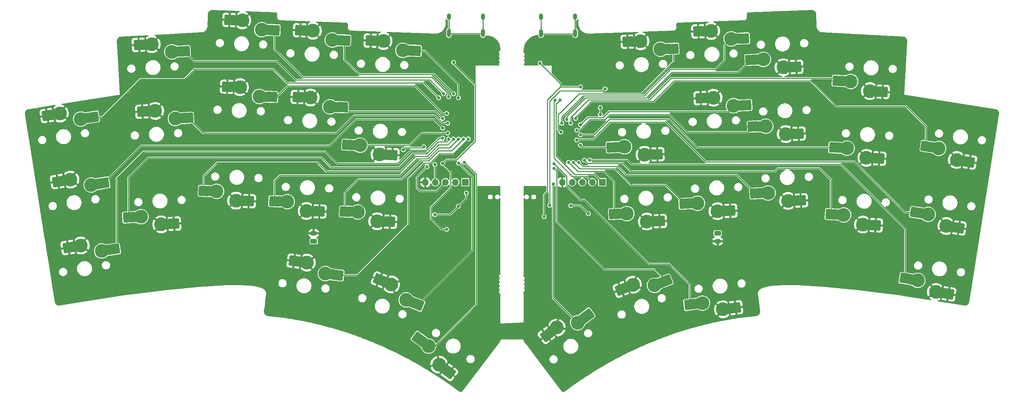
<source format=gbr>
%TF.GenerationSoftware,KiCad,Pcbnew,8.0.5*%
%TF.CreationDate,2024-09-26T21:48:40+02:00*%
%TF.ProjectId,woagboard,776f6167-626f-4617-9264-2e6b69636164,rev?*%
%TF.SameCoordinates,Original*%
%TF.FileFunction,Copper,L2,Bot*%
%TF.FilePolarity,Positive*%
%FSLAX46Y46*%
G04 Gerber Fmt 4.6, Leading zero omitted, Abs format (unit mm)*
G04 Created by KiCad (PCBNEW 8.0.5) date 2024-09-26 21:48:40*
%MOMM*%
%LPD*%
G01*
G04 APERTURE LIST*
G04 Aperture macros list*
%AMRoundRect*
0 Rectangle with rounded corners*
0 $1 Rounding radius*
0 $2 $3 $4 $5 $6 $7 $8 $9 X,Y pos of 4 corners*
0 Add a 4 corners polygon primitive as box body*
4,1,4,$2,$3,$4,$5,$6,$7,$8,$9,$2,$3,0*
0 Add four circle primitives for the rounded corners*
1,1,$1+$1,$2,$3*
1,1,$1+$1,$4,$5*
1,1,$1+$1,$6,$7*
1,1,$1+$1,$8,$9*
0 Add four rect primitives between the rounded corners*
20,1,$1+$1,$2,$3,$4,$5,0*
20,1,$1+$1,$4,$5,$6,$7,0*
20,1,$1+$1,$6,$7,$8,$9,0*
20,1,$1+$1,$8,$9,$2,$3,0*%
%AMRotRect*
0 Rectangle, with rotation*
0 The origin of the aperture is its center*
0 $1 length*
0 $2 width*
0 $3 Rotation angle, in degrees counterclockwise*
0 Add horizontal line*
21,1,$1,$2,0,0,$3*%
G04 Aperture macros list end*
%TA.AperFunction,ComponentPad*%
%ADD10R,1.700000X1.700000*%
%TD*%
%TA.AperFunction,ComponentPad*%
%ADD11O,1.700000X1.700000*%
%TD*%
%TA.AperFunction,ComponentPad*%
%ADD12O,1.000000X2.100000*%
%TD*%
%TA.AperFunction,ComponentPad*%
%ADD13O,1.000000X1.600000*%
%TD*%
%TA.AperFunction,ComponentPad*%
%ADD14C,3.500000*%
%TD*%
%TA.AperFunction,SMDPad,CuDef*%
%ADD15RotRect,1.200000X2.600000X177.000000*%
%TD*%
%TA.AperFunction,SMDPad,CuDef*%
%ADD16RoundRect,0.260000X1.117970X0.982837X-1.009111X1.094313X-1.117970X-0.982837X1.009111X-1.094313X0*%
%TD*%
%TA.AperFunction,SMDPad,CuDef*%
%ADD17RotRect,1.200000X2.600000X357.000000*%
%TD*%
%TA.AperFunction,SMDPad,CuDef*%
%ADD18RotRect,1.200000X2.600000X143.000000*%
%TD*%
%TA.AperFunction,SMDPad,CuDef*%
%ADD19RoundRect,0.260000X1.476434X0.189648X-0.224659X1.471514X-1.476434X-0.189648X0.224659X-1.471514X0*%
%TD*%
%TA.AperFunction,SMDPad,CuDef*%
%ADD20RotRect,1.200000X2.600000X323.000000*%
%TD*%
%TA.AperFunction,SMDPad,CuDef*%
%ADD21RotRect,1.200000X2.600000X9.000000*%
%TD*%
%TA.AperFunction,SMDPad,CuDef*%
%ADD22RoundRect,0.260000X-0.889196X-1.193799X1.214580X-0.860593X0.889196X1.193799X-1.214580X0.860593X0*%
%TD*%
%TA.AperFunction,SMDPad,CuDef*%
%ADD23RotRect,1.200000X2.600000X189.000000*%
%TD*%
%TA.AperFunction,SMDPad,CuDef*%
%ADD24RotRect,1.200000X2.600000X22.000000*%
%TD*%
%TA.AperFunction,SMDPad,CuDef*%
%ADD25RoundRect,0.260000X-0.597860X-1.363227X1.377042X-0.565315X0.597860X1.363227X-1.377042X0.565315X0*%
%TD*%
%TA.AperFunction,SMDPad,CuDef*%
%ADD26RotRect,1.200000X2.600000X202.000000*%
%TD*%
%TA.AperFunction,SMDPad,CuDef*%
%ADD27RotRect,1.200000X2.600000X171.000000*%
%TD*%
%TA.AperFunction,SMDPad,CuDef*%
%ADD28RoundRect,0.260000X1.214580X0.860593X-0.889196X1.193799X-1.214580X-0.860593X0.889196X-1.193799X0*%
%TD*%
%TA.AperFunction,SMDPad,CuDef*%
%ADD29RotRect,1.200000X2.600000X351.000000*%
%TD*%
%TA.AperFunction,SMDPad,CuDef*%
%ADD30RotRect,1.200000X2.600000X182.000000*%
%TD*%
%TA.AperFunction,SMDPad,CuDef*%
%ADD31RoundRect,0.260000X1.028056X1.076534X-1.100647X1.002198X-1.028056X-1.076534X1.100647X-1.002198X0*%
%TD*%
%TA.AperFunction,SMDPad,CuDef*%
%ADD32RotRect,1.200000X2.600000X2.000000*%
%TD*%
%TA.AperFunction,SMDPad,CuDef*%
%ADD33RoundRect,0.260000X-1.028056X-1.076534X1.100647X-1.002198X1.028056X1.076534X-1.100647X1.002198X0*%
%TD*%
%TA.AperFunction,SMDPad,CuDef*%
%ADD34RotRect,1.200000X2.600000X353.000000*%
%TD*%
%TA.AperFunction,SMDPad,CuDef*%
%ADD35RoundRect,0.260000X-1.183806X-0.902457X0.930318X-1.162039X1.183806X0.902457X-0.930318X1.162039X0*%
%TD*%
%TA.AperFunction,SMDPad,CuDef*%
%ADD36RotRect,1.200000X2.600000X173.000000*%
%TD*%
%TA.AperFunction,SMDPad,CuDef*%
%ADD37RotRect,1.200000X2.600000X178.000000*%
%TD*%
%TA.AperFunction,SMDPad,CuDef*%
%ADD38RoundRect,0.260000X1.100647X1.002198X-1.028056X1.076534X-1.100647X-1.002198X1.028056X-1.076534X0*%
%TD*%
%TA.AperFunction,SMDPad,CuDef*%
%ADD39RotRect,1.200000X2.600000X358.000000*%
%TD*%
%TA.AperFunction,SMDPad,CuDef*%
%ADD40RotRect,1.200000X2.600000X338.000000*%
%TD*%
%TA.AperFunction,SMDPad,CuDef*%
%ADD41RoundRect,0.260000X-1.377042X-0.565315X0.597860X-1.363227X1.377042X0.565315X-0.597860X1.363227X0*%
%TD*%
%TA.AperFunction,SMDPad,CuDef*%
%ADD42RotRect,1.200000X2.600000X158.000000*%
%TD*%
%TA.AperFunction,ComponentPad*%
%ADD43RoundRect,0.250000X-0.625000X0.350000X-0.625000X-0.350000X0.625000X-0.350000X0.625000X0.350000X0*%
%TD*%
%TA.AperFunction,ComponentPad*%
%ADD44O,1.750000X1.200000*%
%TD*%
%TA.AperFunction,SMDPad,CuDef*%
%ADD45RotRect,1.200000X2.600000X183.000000*%
%TD*%
%TA.AperFunction,SMDPad,CuDef*%
%ADD46RoundRect,0.260000X1.009111X1.094313X-1.117970X0.982837X-1.009111X-1.094313X1.117970X-0.982837X0*%
%TD*%
%TA.AperFunction,SMDPad,CuDef*%
%ADD47RotRect,1.200000X2.600000X3.000000*%
%TD*%
%TA.AperFunction,ComponentPad*%
%ADD48RoundRect,0.250000X0.625000X-0.350000X0.625000X0.350000X-0.625000X0.350000X-0.625000X-0.350000X0*%
%TD*%
%TA.AperFunction,SMDPad,CuDef*%
%ADD49RoundRect,0.260000X-1.100647X-1.002198X1.028056X-1.076534X1.100647X1.002198X-1.028056X1.076534X0*%
%TD*%
%TA.AperFunction,SMDPad,CuDef*%
%ADD50RoundRect,0.260000X-1.009111X-1.094313X1.117970X-0.982837X1.009111X1.094313X-1.117970X0.982837X0*%
%TD*%
%TA.AperFunction,SMDPad,CuDef*%
%ADD51RotRect,1.200000X2.600000X37.000000*%
%TD*%
%TA.AperFunction,SMDPad,CuDef*%
%ADD52RoundRect,0.260000X-0.224659X-1.471514X1.476434X-0.189648X0.224659X1.471514X-1.476434X0.189648X0*%
%TD*%
%TA.AperFunction,SMDPad,CuDef*%
%ADD53RotRect,1.200000X2.600000X217.000000*%
%TD*%
%TA.AperFunction,SMDPad,CuDef*%
%ADD54RotRect,1.200000X2.600000X187.000000*%
%TD*%
%TA.AperFunction,SMDPad,CuDef*%
%ADD55RoundRect,0.260000X0.930318X1.162039X-1.183806X0.902457X-0.930318X-1.162039X1.183806X-0.902457X0*%
%TD*%
%TA.AperFunction,SMDPad,CuDef*%
%ADD56RotRect,1.200000X2.600000X7.000000*%
%TD*%
%TA.AperFunction,ViaPad*%
%ADD57C,0.800000*%
%TD*%
%TA.AperFunction,Conductor*%
%ADD58C,0.250000*%
%TD*%
G04 APERTURE END LIST*
D10*
%TO.P,J2,1,Pin_1*%
%TO.N,SWDCLK-R*%
X164750000Y-69250000D03*
D11*
%TO.P,J2,2,Pin_2*%
%TO.N,SWDIO-R*%
X162210000Y-69250000D03*
%TO.P,J2,3,Pin_3*%
%TO.N,VDD-R*%
X159670000Y-69250000D03*
%TO.P,J2,4,Pin_4*%
%TO.N,RST-R*%
X157130000Y-69250000D03*
%TO.P,J2,5,Pin_5*%
%TO.N,GND*%
X154590000Y-69250000D03*
%TD*%
D12*
%TO.P,USB2,S1,SHIELD*%
%TO.N,Net-(USB2-SHIELD)*%
X157870000Y-31320000D03*
D13*
X157870000Y-27140000D03*
D12*
X149230000Y-31320000D03*
D13*
X149230000Y-27140000D03*
%TD*%
D10*
%TO.P,J4,1,Pin_1*%
%TO.N,SWDCLK*%
X130000000Y-69250000D03*
D11*
%TO.P,J4,2,Pin_2*%
%TO.N,SWDIO*%
X127460000Y-69250000D03*
%TO.P,J4,3,Pin_3*%
%TO.N,VDD*%
X124920000Y-69250000D03*
%TO.P,J4,4,Pin_4*%
%TO.N,RST*%
X122380000Y-69250000D03*
%TO.P,J4,5,Pin_5*%
%TO.N,GND*%
X119840000Y-69250000D03*
%TD*%
D12*
%TO.P,USB1,S1,SHIELD*%
%TO.N,Net-(USB1-SHIELD)*%
X134470000Y-31270000D03*
D13*
X134470000Y-27090000D03*
D12*
X125830000Y-31270000D03*
D13*
X125830000Y-27090000D03*
%TD*%
D14*
%TO.P,SW32,1,1*%
%TO.N,Switch32*%
X226035372Y-77570113D03*
D15*
X224487497Y-77488992D03*
D16*
X222794820Y-77400283D03*
%TO.P,SW32,2,2*%
%TO.N,GND*%
X234153934Y-80198608D03*
D17*
X232461257Y-80109898D03*
D14*
X230913381Y-80028778D03*
%TD*%
%TO.P,SW18,1,1*%
%TO.N,Switch18*%
X120677412Y-110921688D03*
D18*
X119439527Y-109988875D03*
D19*
X118085840Y-108968798D03*
%TO.P,SW18,2,2*%
%TO.N,GND*%
X125938169Y-117640651D03*
D20*
X124584482Y-116620575D03*
D14*
X123346597Y-115687761D03*
%TD*%
%TO.P,SW6,1,1*%
%TO.N,Switch6*%
X35037258Y-69959308D03*
D21*
X36568175Y-69716835D03*
D22*
X38242307Y-69451679D03*
%TO.P,SW6,2,2*%
%TO.N,GND*%
X26549612Y-69076196D03*
D23*
X28223744Y-68811040D03*
D14*
X29754661Y-68568566D03*
%TD*%
%TO.P,SW35,1,1*%
%TO.N,Switch35*%
X177999825Y-95491153D03*
D24*
X179436960Y-94910511D03*
D25*
X181008536Y-94275553D03*
%TO.P,SW35,2,2*%
%TO.N,GND*%
X169531059Y-96539978D03*
D26*
X171102636Y-95905020D03*
D14*
X172539771Y-95324380D03*
%TD*%
%TO.P,SW28,1,1*%
%TO.N,Switch28*%
X247503091Y-77424513D03*
D27*
X245972174Y-77182040D03*
D28*
X244298042Y-76916883D03*
%TO.P,SW28,2,2*%
%TO.N,GND*%
X255302426Y-80887227D03*
D29*
X253628294Y-80622073D03*
D14*
X252097377Y-80379600D03*
%TD*%
%TO.P,SW21,1,1*%
%TO.N,Switch21*%
X205660931Y-38000461D03*
D30*
X204111875Y-38054555D03*
D31*
X202417908Y-38113710D03*
%TO.P,SW21,2,2*%
%TO.N,GND*%
X213977687Y-39911375D03*
D32*
X212283720Y-39970529D03*
D14*
X210734664Y-40024623D03*
%TD*%
%TO.P,SW25,1,1*%
%TO.N,Switch25*%
X198067157Y-49772657D03*
D32*
X199616213Y-49718563D03*
D33*
X201310180Y-49659408D03*
%TO.P,SW25,2,2*%
%TO.N,GND*%
X189750401Y-47861743D03*
D30*
X191444368Y-47802589D03*
D14*
X192993424Y-47748495D03*
%TD*%
%TO.P,SW16,1,1*%
%TO.N,Switch16*%
X94466479Y-92499039D03*
D34*
X96004925Y-92687936D03*
D35*
X97687291Y-92894505D03*
%TO.P,SW16,2,2*%
%TO.N,GND*%
X86551048Y-89310624D03*
D36*
X88233414Y-89517193D03*
D14*
X89771861Y-89706090D03*
%TD*%
%TO.P,SW29,1,1*%
%TO.N,Switch29*%
X171009041Y-77233690D03*
D30*
X169459985Y-77287784D03*
D31*
X167766018Y-77346939D03*
%TO.P,SW29,2,2*%
%TO.N,GND*%
X179325797Y-79144604D03*
D32*
X177631830Y-79203758D03*
D14*
X176082774Y-79257852D03*
%TD*%
%TO.P,SW27,1,1*%
%TO.N,Switch27*%
X226925094Y-60593420D03*
D15*
X225377219Y-60512299D03*
D16*
X223684542Y-60423590D03*
%TO.P,SW27,2,2*%
%TO.N,GND*%
X235043656Y-63221915D03*
D17*
X233350979Y-63133205D03*
D14*
X231803103Y-63052085D03*
%TD*%
%TO.P,SW10,1,1*%
%TO.N,Switch10*%
X103303939Y-59837522D03*
D37*
X101754883Y-59783428D03*
D38*
X100060916Y-59724273D03*
%TO.P,SW10,2,2*%
%TO.N,GND*%
X111467137Y-62323928D03*
D39*
X109773170Y-62264774D03*
D14*
X108224114Y-62210679D03*
%TD*%
%TO.P,SW17,1,1*%
%TO.N,Switch17*%
X114985604Y-99179676D03*
D40*
X116422739Y-99760316D03*
D41*
X117994316Y-100395274D03*
%TO.P,SW17,2,2*%
%TO.N,GND*%
X108165108Y-94051240D03*
D42*
X109736684Y-94686198D03*
D14*
X111173819Y-95266838D03*
%TD*%
%TO.P,SW11,1,1*%
%TO.N,Switch11*%
X37696632Y-86750020D03*
D21*
X39227549Y-86507547D03*
D22*
X40901681Y-86242391D03*
%TO.P,SW11,2,2*%
%TO.N,GND*%
X29208986Y-85866908D03*
D23*
X30883118Y-85601752D03*
D14*
X32414035Y-85359278D03*
%TD*%
%TO.P,SW26,1,1*%
%TO.N,Switch26*%
X206254229Y-54990108D03*
D30*
X204705173Y-55044202D03*
D31*
X203011206Y-55103357D03*
%TO.P,SW26,2,2*%
%TO.N,GND*%
X214570985Y-56901022D03*
D32*
X212877018Y-56960176D03*
D14*
X211327962Y-57014270D03*
%TD*%
%TO.P,SW33,1,1*%
%TO.N,Switch33*%
X244843699Y-94215225D03*
D27*
X243312782Y-93972752D03*
D28*
X241638650Y-93707595D03*
%TO.P,SW33,2,2*%
%TO.N,GND*%
X252643034Y-97677939D03*
D29*
X250968902Y-97412785D03*
D14*
X249437985Y-97170312D03*
%TD*%
%TO.P,SW1,1,1*%
%TO.N,Switch1*%
X32377866Y-53168612D03*
D21*
X33908783Y-52926139D03*
D22*
X35582915Y-52660983D03*
%TO.P,SW1,2,2*%
%TO.N,GND*%
X23890220Y-52285500D03*
D23*
X25564352Y-52020344D03*
D14*
X27095269Y-51777870D03*
%TD*%
D43*
%TO.P,J1,1,Pin_1*%
%TO.N,+BATT-R*%
X194050000Y-82250000D03*
D44*
%TO.P,J1,2,Pin_2*%
%TO.N,GND*%
X194050000Y-84250000D03*
%TD*%
D14*
%TO.P,SW15,1,1*%
%TO.N,Switch15*%
X102710641Y-76827153D03*
D37*
X101161585Y-76773059D03*
D38*
X99467618Y-76713904D03*
%TO.P,SW15,2,2*%
%TO.N,GND*%
X110873839Y-79313559D03*
D39*
X109179872Y-79254405D03*
D14*
X107630816Y-79200310D03*
%TD*%
%TO.P,SW12,1,1*%
%TO.N,Switch12*%
X47691922Y-78035931D03*
D45*
X46144046Y-78117051D03*
D46*
X44451369Y-78205761D03*
%TO.P,SW12,2,2*%
%TO.N,GND*%
X56040762Y-79801406D03*
D47*
X54348085Y-79890115D03*
D14*
X52800209Y-79971236D03*
%TD*%
%TO.P,SW20,1,1*%
%TO.N,Switch20*%
X197473859Y-32783010D03*
D32*
X199022915Y-32728916D03*
D33*
X200716882Y-32669761D03*
%TO.P,SW20,2,2*%
%TO.N,GND*%
X189157103Y-30872096D03*
D30*
X190851070Y-30812942D03*
D14*
X192400126Y-30758848D03*
%TD*%
D48*
%TO.P,J3,1,Pin_1*%
%TO.N,+BATT*%
X91500000Y-84250000D03*
D44*
%TO.P,J3,2,Pin_2*%
%TO.N,GND*%
X91500000Y-82250000D03*
%TD*%
D14*
%TO.P,SW13,1,1*%
%TO.N,Switch13*%
X66872173Y-71573218D03*
D37*
X65323117Y-71519124D03*
D38*
X63629150Y-71459969D03*
%TO.P,SW13,2,2*%
%TO.N,GND*%
X75035371Y-74059624D03*
D39*
X73341404Y-74000470D03*
D14*
X71792348Y-73946375D03*
%TD*%
%TO.P,SW24,1,1*%
%TO.N,Switch24*%
X170415761Y-60244059D03*
D30*
X168866705Y-60298153D03*
D31*
X167172738Y-60357308D03*
%TO.P,SW24,2,2*%
%TO.N,GND*%
X178732517Y-62154973D03*
D32*
X177038550Y-62214127D03*
D14*
X175489494Y-62268221D03*
%TD*%
%TO.P,SW8,1,1*%
%TO.N,Switch8*%
X77721107Y-47437135D03*
D39*
X79270163Y-47491229D03*
D49*
X80964130Y-47550384D03*
%TO.P,SW8,2,2*%
%TO.N,GND*%
X69557909Y-44950729D03*
D37*
X71251876Y-45009883D03*
D14*
X72800932Y-45063978D03*
%TD*%
%TO.P,SW9,1,1*%
%TO.N,Switch9*%
X95640359Y-50064110D03*
D39*
X97189415Y-50118204D03*
D49*
X98883382Y-50177359D03*
%TO.P,SW9,2,2*%
%TO.N,GND*%
X87477161Y-47577704D03*
D37*
X89171128Y-47636858D03*
D14*
X90720184Y-47690953D03*
%TD*%
%TO.P,SW23,1,1*%
%TO.N,Switch23*%
X250162465Y-60633817D03*
D27*
X248631548Y-60391344D03*
D28*
X246957416Y-60126187D03*
%TO.P,SW23,2,2*%
%TO.N,GND*%
X257961800Y-64096531D03*
D29*
X256287668Y-63831377D03*
D14*
X254756751Y-63588904D03*
%TD*%
%TO.P,SW30,1,1*%
%TO.N,Switch30*%
X188928275Y-74606730D03*
D30*
X187379219Y-74660824D03*
D31*
X185685252Y-74719979D03*
%TO.P,SW30,2,2*%
%TO.N,GND*%
X197245031Y-76517644D03*
D32*
X195551064Y-76576798D03*
D14*
X194002008Y-76630892D03*
%TD*%
%TO.P,SW22,1,1*%
%TO.N,Switch22*%
X227814798Y-43616709D03*
D15*
X226266923Y-43535588D03*
D16*
X224574246Y-43446879D03*
%TO.P,SW22,2,2*%
%TO.N,GND*%
X235933360Y-46245204D03*
D17*
X234240683Y-46156494D03*
D14*
X232692807Y-46075374D03*
%TD*%
%TO.P,SW7,1,1*%
%TO.N,Switch7*%
X56395994Y-53046156D03*
D47*
X57943870Y-52965036D03*
D50*
X59636547Y-52876326D03*
%TO.P,SW7,2,2*%
%TO.N,GND*%
X48047154Y-51280681D03*
D45*
X49739831Y-51191972D03*
D14*
X51287707Y-51110851D03*
%TD*%
%TO.P,SW36,1,1*%
%TO.N,Switch36*%
X158522583Y-104989464D03*
D51*
X159760468Y-104056650D03*
D52*
X161114155Y-103036574D03*
%TO.P,SW36,2,2*%
%TO.N,GND*%
X150613840Y-108194430D03*
D53*
X151967528Y-107174354D03*
D14*
X153205413Y-106241541D03*
%TD*%
%TO.P,SW2,1,1*%
%TO.N,Switch2*%
X55506272Y-36069445D03*
D47*
X57054148Y-35988325D03*
D50*
X58746825Y-35899615D03*
%TO.P,SW2,2,2*%
%TO.N,GND*%
X47157432Y-34303970D03*
D45*
X48850109Y-34215261D03*
D14*
X50397985Y-34134140D03*
%TD*%
%TO.P,SW34,1,1*%
%TO.N,Switch34*%
X190161131Y-100000677D03*
D54*
X188622685Y-100189574D03*
D55*
X186940319Y-100396143D03*
%TO.P,SW34,2,2*%
%TO.N,GND*%
X198612787Y-101179466D03*
D56*
X196930421Y-101386034D03*
D14*
X195391975Y-101574932D03*
%TD*%
%TO.P,SW3,1,1*%
%TO.N,Switch3*%
X78314405Y-30447488D03*
D39*
X79863461Y-30501582D03*
D49*
X81557428Y-30560737D03*
%TO.P,SW3,2,2*%
%TO.N,GND*%
X70151207Y-27961082D03*
D37*
X71845174Y-28020236D03*
D14*
X73394230Y-28074331D03*
%TD*%
%TO.P,SW4,1,1*%
%TO.N,Switch4*%
X96233639Y-33074463D03*
D39*
X97782695Y-33128557D03*
D49*
X99476662Y-33187712D03*
%TO.P,SW4,2,2*%
%TO.N,GND*%
X88070441Y-30588057D03*
D37*
X89764408Y-30647211D03*
D14*
X91313464Y-30701306D03*
%TD*%
%TO.P,SW31,1,1*%
%TO.N,Switch31*%
X206847509Y-71979755D03*
D30*
X205298453Y-72033849D03*
D31*
X203604486Y-72093004D03*
%TO.P,SW31,2,2*%
%TO.N,GND*%
X215164265Y-73890669D03*
D32*
X213470298Y-73949823D03*
D14*
X211921242Y-74003917D03*
%TD*%
%TO.P,SW14,1,1*%
%TO.N,Switch14*%
X84791407Y-74200193D03*
D37*
X83242351Y-74146099D03*
D38*
X81548384Y-74086944D03*
%TO.P,SW14,2,2*%
%TO.N,GND*%
X92954605Y-76686599D03*
D39*
X91260638Y-76627445D03*
D14*
X89711582Y-76573350D03*
%TD*%
%TO.P,SW5,1,1*%
%TO.N,Switch5*%
X114152873Y-35701439D03*
D39*
X115701929Y-35755533D03*
D49*
X117395896Y-35814688D03*
%TO.P,SW5,2,2*%
%TO.N,GND*%
X105989675Y-33215033D03*
D37*
X107683642Y-33274187D03*
D14*
X109232698Y-33328282D03*
%TD*%
%TO.P,SW19,1,1*%
%TO.N,Switch19*%
X179554625Y-35409986D03*
D32*
X181103681Y-35355892D03*
D33*
X182797648Y-35296737D03*
%TO.P,SW19,2,2*%
%TO.N,GND*%
X171237869Y-33499072D03*
D30*
X172931836Y-33439918D03*
D14*
X174480892Y-33385824D03*
%TD*%
D57*
%TO.N,GND*%
X157250000Y-56500000D03*
X155750000Y-37250000D03*
X164250000Y-54000000D03*
X166450000Y-55750000D03*
X130500000Y-76000000D03*
X118150000Y-56500000D03*
X129750000Y-50750000D03*
X149500000Y-35500000D03*
X118755000Y-59005000D03*
X125500000Y-35000000D03*
X125237347Y-32987347D03*
X154000000Y-60600000D03*
X148250000Y-33250000D03*
X118000000Y-50250000D03*
X123125000Y-65500000D03*
X132250000Y-37250000D03*
%TO.N,+5V*%
X125250000Y-81250000D03*
X127000000Y-38750000D03*
X124250000Y-64500000D03*
%TO.N,+VSW*%
X119500000Y-60250000D03*
X114250000Y-61000000D03*
X130250000Y-72000000D03*
X128200000Y-75400000D03*
X122250000Y-77500000D03*
%TO.N,VDD*%
X120250000Y-65280000D03*
%TO.N,Switch13*%
X127000000Y-58250000D03*
%TO.N,Switch8*%
X125250000Y-51750000D03*
%TO.N,Switch3*%
X125750000Y-47500000D03*
%TO.N,Switch14*%
X128250000Y-58250000D03*
%TO.N,Switch9*%
X124250000Y-53000000D03*
%TO.N,Switch4*%
X127000000Y-46750000D03*
%TO.N,Switch15*%
X129500000Y-58250000D03*
%TO.N,Switch10*%
X125500000Y-56750000D03*
%TO.N,Switch5*%
X128250000Y-47750000D03*
%TO.N,Switch16*%
X130750000Y-58250000D03*
%TO.N,Switch17*%
X128300000Y-64400000D03*
%TO.N,Switch18*%
X129700000Y-64200000D03*
%TO.N,Switch1*%
X123250000Y-47750000D03*
%TO.N,Switch6*%
X124250000Y-55500000D03*
%TO.N,Switch11*%
X124250000Y-58000000D03*
%TO.N,Switch2*%
X124500000Y-46750000D03*
%TO.N,Switch7*%
X125500000Y-54250000D03*
%TO.N,Switch12*%
X125750000Y-58250000D03*
%TO.N,RST*%
X122250000Y-64750000D03*
%TO.N,Switch19*%
X154250000Y-56500000D03*
%TO.N,Switch20*%
X154500000Y-54250000D03*
%TO.N,Switch21*%
X155750000Y-53250000D03*
%TO.N,Switch22*%
X156750000Y-54250000D03*
%TO.N,Switch23*%
X158000000Y-53000000D03*
%TO.N,Switch24*%
X159200000Y-59800000D03*
%TO.N,Switch25*%
X159200000Y-54600000D03*
%TO.N,Switch26*%
X158250000Y-56000000D03*
%TO.N,Switch27*%
X159200000Y-57200000D03*
%TO.N,Switch28*%
X158250000Y-58500000D03*
%TO.N,Switch29*%
X156200000Y-64200000D03*
%TO.N,Switch30*%
X157400000Y-64200000D03*
%TO.N,Switch31*%
X158800000Y-64200000D03*
%TO.N,Switch32*%
X160200000Y-63600000D03*
%TO.N,Switch33*%
X161600000Y-63600000D03*
%TO.N,Switch34*%
X152487347Y-64512653D03*
%TO.N,Switch35*%
X152500000Y-65750000D03*
%TO.N,Switch36*%
X152323366Y-69750000D03*
%TO.N,SWDCLK-R*%
X154000000Y-48400000D03*
%TO.N,SWDIO-R*%
X152800000Y-48400000D03*
%TO.N,+VSW-R*%
X164250000Y-52000000D03*
X161250000Y-77250000D03*
X151400000Y-75100000D03*
X165500000Y-45500000D03*
X164250000Y-50250000D03*
X156750000Y-75200000D03*
%TO.N,+5V-R*%
X150000000Y-78000000D03*
X159250000Y-45000000D03*
X149000000Y-39000000D03*
%TD*%
D58*
%TO.N,GND*%
X120250000Y-68840000D02*
X119840000Y-69250000D01*
%TO.N,+5V*%
X126250000Y-70750000D02*
X121250000Y-75750000D01*
X132500000Y-58750000D02*
X132500000Y-44500000D01*
X127750000Y-63500000D02*
X132500000Y-58750000D01*
X121250000Y-75750000D02*
X121250000Y-78500000D01*
X124000000Y-81250000D02*
X125250000Y-81250000D01*
X124250000Y-64500000D02*
X125250000Y-63500000D01*
X126250000Y-66500000D02*
X126250000Y-70750000D01*
X121250000Y-78500000D02*
X124000000Y-81250000D01*
X125250000Y-63500000D02*
X127750000Y-63500000D01*
X127000000Y-39000000D02*
X127000000Y-38750000D01*
X124250000Y-64500000D02*
X126250000Y-66500000D01*
X132500000Y-44500000D02*
X127000000Y-39000000D01*
%TO.N,+VSW*%
X126100000Y-77500000D02*
X128200000Y-75400000D01*
X114750000Y-60500000D02*
X119250000Y-60500000D01*
X119250000Y-60500000D02*
X119500000Y-60250000D01*
X122250000Y-77500000D02*
X126100000Y-77500000D01*
X130250000Y-73350000D02*
X128200000Y-75400000D01*
X130250000Y-72000000D02*
X130250000Y-73350000D01*
X114250000Y-61000000D02*
X114750000Y-60500000D01*
%TO.N,VDD*%
X117750000Y-67780000D02*
X117750000Y-70750000D01*
X122670000Y-71500000D02*
X124920000Y-69250000D01*
X117750000Y-70750000D02*
X118500000Y-71500000D01*
X120250000Y-65280000D02*
X117750000Y-67780000D01*
X118500000Y-71500000D02*
X122670000Y-71500000D01*
%TO.N,Switch13*%
X120300000Y-62700000D02*
X117331250Y-62700000D01*
X117331250Y-62700000D02*
X113531250Y-66500000D01*
X125500000Y-59750000D02*
X123250000Y-59750000D01*
X94750000Y-66500000D02*
X92500000Y-64250000D01*
X127000000Y-58250000D02*
X125500000Y-59750000D01*
X92500000Y-64250000D02*
X67000000Y-64250000D01*
X123250000Y-59750000D02*
X120300000Y-62700000D01*
X67000000Y-64250000D02*
X63629150Y-67620850D01*
X113531250Y-66500000D02*
X94750000Y-66500000D01*
X63629150Y-67620850D02*
X63629150Y-71459969D01*
%TO.N,Switch8*%
X125250000Y-51750000D02*
X124250000Y-51750000D01*
X124250000Y-51750000D02*
X117250000Y-44750000D01*
X117250000Y-44750000D02*
X84882257Y-44750000D01*
X82081873Y-47550384D02*
X80964130Y-47550384D01*
X84882257Y-44750000D02*
X82081873Y-47550384D01*
%TO.N,Switch3*%
X121500000Y-42500000D02*
X88750000Y-42500000D01*
X125750000Y-47500000D02*
X125750000Y-46750000D01*
X81557428Y-35307428D02*
X81557428Y-30560737D01*
X125750000Y-46750000D02*
X121500000Y-42500000D01*
X88750000Y-42500000D02*
X81557428Y-35307428D01*
%TO.N,Switch14*%
X113500000Y-67500000D02*
X83000000Y-67500000D01*
X123250000Y-60500000D02*
X120500000Y-63250000D01*
X117750000Y-63250000D02*
X113500000Y-67500000D01*
X83000000Y-67500000D02*
X81548384Y-68951616D01*
X120500000Y-63250000D02*
X117750000Y-63250000D01*
X128250000Y-58250000D02*
X126000000Y-60500000D01*
X81548384Y-68951616D02*
X81548384Y-74086944D01*
X126000000Y-60500000D02*
X123250000Y-60500000D01*
%TO.N,Switch9*%
X99956023Y-51250000D02*
X98883382Y-50177359D01*
X124250000Y-53000000D02*
X122500000Y-51250000D01*
X122500000Y-51250000D02*
X99956023Y-51250000D01*
%TO.N,Switch4*%
X103000000Y-41750000D02*
X99250000Y-38000000D01*
X99250000Y-33414374D02*
X99476662Y-33187712D01*
X127000000Y-46750000D02*
X122000000Y-41750000D01*
X99250000Y-38000000D02*
X99250000Y-33414374D01*
X122000000Y-41750000D02*
X103000000Y-41750000D01*
%TO.N,Switch15*%
X118600000Y-63800000D02*
X113900000Y-68500000D01*
X113900000Y-68500000D02*
X102750000Y-68500000D01*
X123250000Y-61250000D02*
X120700000Y-63800000D01*
X102750000Y-68500000D02*
X99467618Y-71782382D01*
X120700000Y-63800000D02*
X118600000Y-63800000D01*
X129500000Y-58250000D02*
X126500000Y-61250000D01*
X99467618Y-71782382D02*
X99467618Y-76713904D01*
X126500000Y-61250000D02*
X123250000Y-61250000D01*
%TO.N,Switch10*%
X125500000Y-56750000D02*
X118925305Y-56750000D01*
X115837783Y-59837522D02*
X103303939Y-59837522D01*
X118925305Y-56750000D02*
X115837783Y-59837522D01*
%TO.N,Switch5*%
X128250000Y-44250000D02*
X119814688Y-35814688D01*
X128250000Y-47750000D02*
X128250000Y-44250000D01*
X119814688Y-35814688D02*
X117395896Y-35814688D01*
%TO.N,Switch16*%
X102605495Y-92894505D02*
X97687291Y-92894505D01*
X123440625Y-62000000D02*
X121040625Y-64400000D01*
X130750000Y-58250000D02*
X127000000Y-62000000D01*
X127000000Y-62000000D02*
X123440625Y-62000000D01*
X119500000Y-64400000D02*
X115500000Y-68400000D01*
X121040625Y-64400000D02*
X119500000Y-64400000D01*
X115500000Y-68400000D02*
X115500000Y-80000000D01*
X115500000Y-80000000D02*
X102605495Y-92894505D01*
%TO.N,Switch17*%
X128300000Y-64400000D02*
X128300000Y-64600000D01*
X131800000Y-86589590D02*
X117994316Y-100395274D01*
X131800000Y-67900000D02*
X131800000Y-86589590D01*
X128300000Y-64400000D02*
X131800000Y-67900000D01*
%TO.N,Switch18*%
X132750000Y-67250000D02*
X129700000Y-64200000D01*
X119031202Y-108968798D02*
X118085840Y-108968798D01*
X122328312Y-110921688D02*
X132750000Y-100500000D01*
X120677412Y-110921688D02*
X122328312Y-110921688D01*
X132750000Y-100500000D02*
X132750000Y-67250000D01*
%TO.N,Switch1*%
X35582915Y-52660983D02*
X37839017Y-52660983D01*
X61250000Y-40500000D02*
X81250000Y-40500000D01*
X81250000Y-40500000D02*
X84750000Y-44000000D01*
X84750000Y-44000000D02*
X119500000Y-44000000D01*
X47500000Y-43000000D02*
X58750000Y-43000000D01*
X37839017Y-52660983D02*
X47500000Y-43000000D01*
X58750000Y-43000000D02*
X61250000Y-40500000D01*
X119500000Y-44000000D02*
X123250000Y-47750000D01*
%TO.N,Switch6*%
X122000000Y-53250000D02*
X102250000Y-53250000D01*
X95500000Y-60000000D02*
X47693986Y-60000000D01*
X102250000Y-53250000D02*
X95500000Y-60000000D01*
X124250000Y-55500000D02*
X122000000Y-53250000D01*
X47693986Y-60000000D02*
X38242307Y-69451679D01*
%TO.N,Switch11*%
X41500000Y-68250000D02*
X41500000Y-85644072D01*
X94500000Y-61500000D02*
X48250000Y-61500000D01*
X48250000Y-61500000D02*
X41500000Y-68250000D01*
X123375000Y-58000000D02*
X120275000Y-61100000D01*
X124250000Y-58000000D02*
X123375000Y-58000000D01*
X41500000Y-85644072D02*
X40901681Y-86242391D01*
X112800000Y-64500000D02*
X97500000Y-64500000D01*
X97500000Y-64500000D02*
X94500000Y-61500000D01*
X120275000Y-61100000D02*
X116200000Y-61100000D01*
X116200000Y-61100000D02*
X112800000Y-64500000D01*
%TO.N,Switch2*%
X82250000Y-38500000D02*
X61347210Y-38500000D01*
X121000000Y-43250000D02*
X87000000Y-43250000D01*
X61347210Y-38500000D02*
X58746825Y-35899615D01*
X124500000Y-46750000D02*
X121000000Y-43250000D01*
X87000000Y-43250000D02*
X82250000Y-38500000D01*
%TO.N,Switch7*%
X63510221Y-56750000D02*
X59636547Y-52876326D01*
X124237347Y-54250000D02*
X122237347Y-52250000D01*
X122237347Y-52250000D02*
X101750000Y-52250000D01*
X97250000Y-56750000D02*
X63510221Y-56750000D01*
X125500000Y-54250000D02*
X124237347Y-54250000D01*
X101750000Y-52250000D02*
X97250000Y-56750000D01*
%TO.N,Switch12*%
X116700000Y-62000000D02*
X113200000Y-65500000D01*
X113200000Y-65500000D02*
X96000000Y-65500000D01*
X49500000Y-63000000D02*
X44451369Y-68048631D01*
X93500000Y-63000000D02*
X49500000Y-63000000D01*
X125250000Y-59000000D02*
X123125000Y-59000000D01*
X123125000Y-59000000D02*
X120125000Y-62000000D01*
X125750000Y-58250000D02*
X125750000Y-58500000D01*
X44451369Y-68048631D02*
X44451369Y-78205761D01*
X120125000Y-62000000D02*
X116700000Y-62000000D01*
X96000000Y-65500000D02*
X93500000Y-63000000D01*
X125750000Y-58500000D02*
X125250000Y-59000000D01*
%TO.N,RST*%
X122250000Y-69120000D02*
X122380000Y-69250000D01*
X122250000Y-64750000D02*
X122250000Y-69120000D01*
%TO.N,Net-(USB1-SHIELD)*%
X134296000Y-31444000D02*
X134470000Y-31270000D01*
X125830000Y-27090000D02*
X125830000Y-31270000D01*
X126004000Y-31444000D02*
X134296000Y-31444000D01*
X134470000Y-27090000D02*
X134470000Y-31270000D01*
X125830000Y-31270000D02*
X126004000Y-31444000D01*
%TO.N,Net-(USB2-SHIELD)*%
X149230000Y-27140000D02*
X149230000Y-31320000D01*
X157696000Y-31494000D02*
X149404000Y-31494000D01*
X149404000Y-31494000D02*
X149230000Y-31320000D01*
X157870000Y-31320000D02*
X157696000Y-31494000D01*
X157870000Y-27140000D02*
X157870000Y-31320000D01*
%TO.N,Switch19*%
X153500000Y-55750000D02*
X153500000Y-52125000D01*
X154250000Y-56500000D02*
X153500000Y-55750000D01*
X182797648Y-38602352D02*
X182797648Y-35296737D01*
X158875000Y-46750000D02*
X174650000Y-46750000D01*
X174650000Y-46750000D02*
X182797648Y-38602352D01*
X153500000Y-52125000D02*
X158875000Y-46750000D01*
%TO.N,Switch20*%
X154500000Y-52625000D02*
X159875000Y-47250000D01*
X154500000Y-54250000D02*
X154500000Y-52625000D01*
X175350000Y-47250000D02*
X182100000Y-40500000D01*
X182100000Y-40500000D02*
X193500000Y-40500000D01*
X197466990Y-32783010D02*
X197473859Y-32783010D01*
X195750000Y-38250000D02*
X195750000Y-34500000D01*
X193500000Y-40500000D02*
X195750000Y-38250000D01*
X195750000Y-34500000D02*
X197466990Y-32783010D01*
X159875000Y-47250000D02*
X175350000Y-47250000D01*
%TO.N,Switch21*%
X160500000Y-47750000D02*
X176000000Y-47750000D01*
X199281618Y-41250000D02*
X202417908Y-38113710D01*
X176000000Y-47750000D02*
X182500000Y-41250000D01*
X182500000Y-41250000D02*
X199281618Y-41250000D01*
X155750000Y-53250000D02*
X155750000Y-52500000D01*
X155750000Y-52500000D02*
X160500000Y-47750000D01*
%TO.N,Switch22*%
X223877367Y-42750000D02*
X224574246Y-43446879D01*
X156750000Y-52750000D02*
X161250000Y-48250000D01*
X182221599Y-42750000D02*
X223877367Y-42750000D01*
X156750000Y-54250000D02*
X156750000Y-52750000D01*
X176721599Y-48250000D02*
X182221599Y-42750000D01*
X161250000Y-48250000D02*
X176721599Y-48250000D01*
%TO.N,Switch23*%
X217750000Y-43500000D02*
X224250000Y-50000000D01*
X242000000Y-50000000D02*
X246957416Y-54957416D01*
X162000000Y-48750000D02*
X177750000Y-48750000D01*
X158000000Y-52750000D02*
X162000000Y-48750000D01*
X224250000Y-50000000D02*
X242000000Y-50000000D01*
X246957416Y-54957416D02*
X246957416Y-60126187D01*
X158000000Y-53000000D02*
X158000000Y-52750000D01*
X183000000Y-43500000D02*
X217750000Y-43500000D01*
X177750000Y-48750000D02*
X183000000Y-43500000D01*
%TO.N,Switch24*%
X159757308Y-60357308D02*
X167172738Y-60357308D01*
X159200000Y-59800000D02*
X159757308Y-60357308D01*
%TO.N,Switch25*%
X165000000Y-52750000D02*
X166500000Y-51250000D01*
X196589814Y-51250000D02*
X198067157Y-49772657D01*
X159200000Y-54600000D02*
X161050000Y-52750000D01*
X161050000Y-52750000D02*
X165000000Y-52750000D01*
X166500000Y-51250000D02*
X196589814Y-51250000D01*
%TO.N,Switch26*%
X201614563Y-56500000D02*
X203011206Y-55103357D01*
X165500000Y-53250000D02*
X166750000Y-52000000D01*
X166750000Y-52000000D02*
X181875000Y-52000000D01*
X159000000Y-56000000D02*
X161750000Y-53250000D01*
X186375000Y-56500000D02*
X201614563Y-56500000D01*
X158250000Y-56000000D02*
X159000000Y-56000000D01*
X181875000Y-52000000D02*
X186375000Y-56500000D01*
X161750000Y-53250000D02*
X165500000Y-53250000D01*
%TO.N,Switch27*%
X188923590Y-60423590D02*
X223684542Y-60423590D01*
X162550000Y-57200000D02*
X166500000Y-53250000D01*
X159200000Y-57200000D02*
X162550000Y-57200000D01*
X181750000Y-53250000D02*
X188923590Y-60423590D01*
X166500000Y-53250000D02*
X181750000Y-53250000D01*
%TO.N,Switch28*%
X158250000Y-58500000D02*
X158350000Y-58400000D01*
X241666883Y-76916883D02*
X244298042Y-76916883D01*
X166750000Y-54000000D02*
X181000000Y-54000000D01*
X181000000Y-54000000D02*
X191000000Y-64000000D01*
X158350000Y-58400000D02*
X162350000Y-58400000D01*
X162350000Y-58400000D02*
X166750000Y-54000000D01*
X228750000Y-64000000D02*
X241666883Y-76916883D01*
X191000000Y-64000000D02*
X228750000Y-64000000D01*
%TO.N,Switch29*%
X158500000Y-66500000D02*
X165300000Y-66500000D01*
X165300000Y-66500000D02*
X167766018Y-68966018D01*
X156200000Y-64200000D02*
X158500000Y-66500000D01*
X167766018Y-68966018D02*
X167766018Y-77346939D01*
%TO.N,Switch30*%
X157400000Y-64200000D02*
X159000000Y-65800000D01*
X168000000Y-65800000D02*
X172200000Y-70000000D01*
X159000000Y-65800000D02*
X168000000Y-65800000D01*
X172200000Y-70000000D02*
X180965273Y-70000000D01*
X180965273Y-70000000D02*
X185685252Y-74719979D01*
%TO.N,Switch31*%
X170900000Y-67400000D02*
X198911482Y-67400000D01*
X198911482Y-67400000D02*
X203604486Y-72093004D01*
X168750000Y-65250000D02*
X170900000Y-67400000D01*
X159850000Y-65250000D02*
X168750000Y-65250000D01*
X158800000Y-64200000D02*
X159850000Y-65250000D01*
%TO.N,Switch32*%
X172125000Y-66500000D02*
X208500000Y-66500000D01*
X209250000Y-65750000D02*
X219950000Y-65750000D01*
X160200000Y-63600000D02*
X161100000Y-64500000D01*
X219950000Y-65750000D02*
X222794820Y-68594820D01*
X208500000Y-66500000D02*
X209250000Y-65750000D01*
X170125000Y-64500000D02*
X172125000Y-66500000D01*
X222794820Y-68594820D02*
X222794820Y-77400283D01*
X161100000Y-64500000D02*
X170125000Y-64500000D01*
%TO.N,Switch33*%
X172250000Y-64750000D02*
X171100000Y-63600000D01*
X225354394Y-64750000D02*
X172250000Y-64750000D01*
X241638650Y-81034256D02*
X225354394Y-64750000D01*
X171100000Y-63600000D02*
X161600000Y-63600000D01*
X241638650Y-93707595D02*
X241638650Y-81034256D01*
%TO.N,Switch34*%
X186940319Y-95190319D02*
X186940319Y-100396143D01*
X155765000Y-70265000D02*
X159250000Y-73750000D01*
X155765000Y-67790306D02*
X155765000Y-70265000D01*
X159250000Y-73750000D02*
X160250000Y-73750000D01*
X160250000Y-73750000D02*
X176500000Y-90000000D01*
X176500000Y-90000000D02*
X181750000Y-90000000D01*
X152487347Y-64512653D02*
X155765000Y-67790306D01*
X181750000Y-90000000D02*
X186940319Y-95190319D01*
%TO.N,Switch35*%
X165500000Y-91500000D02*
X153225000Y-79225000D01*
X153225000Y-66475000D02*
X152500000Y-65750000D01*
X153225000Y-79225000D02*
X153225000Y-66475000D01*
X178232983Y-91500000D02*
X165500000Y-91500000D01*
X181008536Y-94275553D02*
X178232983Y-91500000D01*
%TO.N,Switch36*%
X158522583Y-104989464D02*
X152300000Y-98766881D01*
X152300000Y-69773366D02*
X152300000Y-98766881D01*
X161114155Y-102864155D02*
X161114155Y-103036574D01*
X152323366Y-69750000D02*
X152300000Y-69773366D01*
%TO.N,SWDCLK-R*%
X153000000Y-62500000D02*
X157750000Y-67250000D01*
X154000000Y-48400000D02*
X153000000Y-49400000D01*
X157750000Y-67250000D02*
X162750000Y-67250000D01*
X162750000Y-67250000D02*
X164750000Y-69250000D01*
X153000000Y-49400000D02*
X153000000Y-62500000D01*
%TO.N,SWDIO-R*%
X152800000Y-48400000D02*
X152500000Y-48700000D01*
X152500000Y-63125000D02*
X157125000Y-67750000D01*
X160710000Y-67750000D02*
X162210000Y-69250000D01*
X157125000Y-67750000D02*
X160710000Y-67750000D01*
X152500000Y-48700000D02*
X152500000Y-63125000D01*
%TO.N,+VSW-R*%
X161250000Y-77250000D02*
X159200000Y-75200000D01*
X151400000Y-48600000D02*
X151400000Y-75100000D01*
X164250000Y-50250000D02*
X164250000Y-52000000D01*
X165000000Y-46000000D02*
X154000000Y-46000000D01*
X159200000Y-75200000D02*
X156750000Y-75200000D01*
X165500000Y-45500000D02*
X165000000Y-46000000D01*
X154000000Y-46000000D02*
X151400000Y-48600000D01*
%TO.N,+5V-R*%
X154125000Y-45000000D02*
X159250000Y-45000000D01*
X150800000Y-71668673D02*
X150800000Y-48325000D01*
X154125000Y-44125000D02*
X149000000Y-39000000D01*
X150000000Y-72468673D02*
X150800000Y-71668673D01*
X150000000Y-78000000D02*
X150000000Y-72468673D01*
X154125000Y-45000000D02*
X154125000Y-44125000D01*
X154062500Y-45062500D02*
X154125000Y-45000000D01*
X150800000Y-48325000D02*
X154062500Y-45062500D01*
%TD*%
%TA.AperFunction,Conductor*%
%TO.N,GND*%
G36*
X217955007Y-25458737D02*
G01*
X218124762Y-25467636D01*
X218146146Y-25470641D01*
X218306466Y-25507655D01*
X218327011Y-25514332D01*
X218478451Y-25578615D01*
X218497528Y-25588758D01*
X218549201Y-25622315D01*
X218635512Y-25678367D01*
X218652540Y-25691671D01*
X218772866Y-25803875D01*
X218787319Y-25819926D01*
X218831035Y-25877939D01*
X218886333Y-25951321D01*
X218897786Y-25969650D01*
X218972476Y-26116235D01*
X218980573Y-26136275D01*
X219026184Y-26285457D01*
X219028674Y-26293599D01*
X219033167Y-26314733D01*
X219043849Y-26401715D01*
X219053874Y-26483356D01*
X219054722Y-26494141D01*
X219163575Y-29611256D01*
X219163576Y-29611333D01*
X219163578Y-29611333D01*
X219166562Y-29698313D01*
X219166563Y-29698321D01*
X219210030Y-29932834D01*
X219210034Y-29932850D01*
X219287687Y-30158368D01*
X219287691Y-30158377D01*
X219397824Y-30369937D01*
X219397824Y-30369939D01*
X219538015Y-30562896D01*
X219538018Y-30562899D01*
X219538021Y-30562903D01*
X219601743Y-30627748D01*
X219705200Y-30733029D01*
X219895687Y-30876575D01*
X220105294Y-30990387D01*
X220105300Y-30990390D01*
X220329433Y-31071973D01*
X220563162Y-31119532D01*
X220563160Y-31119532D01*
X220611914Y-31122057D01*
X220680717Y-31125622D01*
X220680904Y-31125631D01*
X220682261Y-31125702D01*
X220682261Y-31125703D01*
X220722089Y-31127791D01*
X220722089Y-31127790D01*
X220748352Y-31129167D01*
X220748387Y-31129168D01*
X241068572Y-32194103D01*
X241068596Y-32194107D01*
X241082804Y-32194850D01*
X241115773Y-32196577D01*
X241126523Y-32197612D01*
X241298118Y-32221726D01*
X241319169Y-32226585D01*
X241478798Y-32278449D01*
X241498677Y-32286887D01*
X241646875Y-32365685D01*
X241664990Y-32377450D01*
X241765234Y-32455769D01*
X241797240Y-32480775D01*
X241813043Y-32495510D01*
X241925346Y-32620237D01*
X241938350Y-32637496D01*
X242027283Y-32779821D01*
X242037097Y-32799081D01*
X242099962Y-32954686D01*
X242106281Y-32975356D01*
X242141170Y-33139512D01*
X242143804Y-33160967D01*
X242149853Y-33334318D01*
X242149758Y-33345132D01*
X242147964Y-33379361D01*
X241444813Y-46796296D01*
X241443457Y-46809201D01*
X241439877Y-46831803D01*
X241440298Y-46842511D01*
X241441835Y-46853108D01*
X241441836Y-46853110D01*
X241441836Y-46853111D01*
X241445149Y-46862468D01*
X241449470Y-46874670D01*
X241453154Y-46887108D01*
X241458497Y-46909362D01*
X241462981Y-46919090D01*
X241468460Y-46928298D01*
X241483764Y-46945295D01*
X241491930Y-46955379D01*
X241505381Y-46973892D01*
X241513247Y-46981163D01*
X241521831Y-46987572D01*
X241521834Y-46987576D01*
X241542489Y-46997428D01*
X241553881Y-47003614D01*
X241573392Y-47015570D01*
X241573394Y-47015570D01*
X241583452Y-47019280D01*
X241593824Y-47021914D01*
X241593825Y-47021914D01*
X241593827Y-47021915D01*
X241616675Y-47023111D01*
X241629560Y-47024465D01*
X264535140Y-50652352D01*
X264569189Y-50657744D01*
X264579746Y-50659892D01*
X264750322Y-50702422D01*
X264770740Y-50709453D01*
X264926348Y-50778734D01*
X264945239Y-50789206D01*
X265086440Y-50884446D01*
X265103236Y-50898048D01*
X265225757Y-51016362D01*
X265239932Y-51032668D01*
X265329811Y-51156372D01*
X265340045Y-51170458D01*
X265351173Y-51188976D01*
X265425843Y-51342064D01*
X265433587Y-51362238D01*
X265480537Y-51525960D01*
X265484661Y-51547176D01*
X265502468Y-51716554D01*
X265502846Y-51738166D01*
X265490617Y-51913108D01*
X265489392Y-51923859D01*
X257926713Y-99672736D01*
X257926707Y-99672765D01*
X257920238Y-99713622D01*
X257918082Y-99724223D01*
X257875565Y-99894773D01*
X257868528Y-99915212D01*
X257799257Y-100070806D01*
X257788778Y-100089710D01*
X257693543Y-100230909D01*
X257679941Y-100247708D01*
X257561631Y-100370227D01*
X257545318Y-100384408D01*
X257407529Y-100484522D01*
X257389002Y-100495654D01*
X257235930Y-100570316D01*
X257215751Y-100578063D01*
X257052032Y-100625012D01*
X257030814Y-100629137D01*
X256861426Y-100646943D01*
X256839814Y-100647320D01*
X256665084Y-100635103D01*
X256654335Y-100633878D01*
X250106244Y-99596763D01*
X250045265Y-99587104D01*
X249982131Y-99557176D01*
X249945200Y-99497864D01*
X249945243Y-99494885D01*
X252608373Y-99494885D01*
X253463353Y-99630301D01*
X253567832Y-99636082D01*
X253743141Y-99607270D01*
X253907079Y-99538804D01*
X253907083Y-99538802D01*
X254050811Y-99434378D01*
X254050814Y-99434375D01*
X254166589Y-99299616D01*
X254248163Y-99141793D01*
X254248164Y-99141791D01*
X254274953Y-99040639D01*
X254274953Y-99040636D01*
X254406456Y-98210353D01*
X254406454Y-98210351D01*
X252850847Y-97963968D01*
X252850845Y-97963970D01*
X252608373Y-99494885D01*
X249945243Y-99494885D01*
X249946198Y-99428002D01*
X249984808Y-99369769D01*
X250024805Y-99347213D01*
X250300867Y-99253501D01*
X250349067Y-99229731D01*
X250934241Y-99229731D01*
X251330658Y-99292519D01*
X251330756Y-99292531D01*
X252114529Y-99416668D01*
X252114531Y-99416667D01*
X252357003Y-97885752D01*
X252422832Y-97470123D01*
X252929063Y-97470123D01*
X252929065Y-97470125D01*
X254484673Y-97716508D01*
X254616178Y-96886224D01*
X254621959Y-96781745D01*
X254593146Y-96606434D01*
X254524680Y-96442496D01*
X254524678Y-96442492D01*
X254420254Y-96298764D01*
X254420251Y-96298761D01*
X254285500Y-96182992D01*
X254285488Y-96182985D01*
X254127669Y-96101411D01*
X254026514Y-96074622D01*
X253171537Y-95939207D01*
X253171535Y-95939209D01*
X252929063Y-97470123D01*
X252422832Y-97470123D01*
X252677693Y-95860991D01*
X252677691Y-95860989D01*
X251820312Y-95725195D01*
X251820183Y-95725177D01*
X251497405Y-95674054D01*
X251497403Y-95674055D01*
X251250275Y-97234374D01*
X251250275Y-97234376D01*
X250934241Y-99229731D01*
X250349067Y-99229731D01*
X250434698Y-99187502D01*
X250604240Y-98117050D01*
X250720900Y-97956483D01*
X250828089Y-97746112D01*
X250901050Y-97521563D01*
X250937985Y-97288365D01*
X250937985Y-97052259D01*
X250901050Y-96819061D01*
X250839717Y-96630301D01*
X251009847Y-95556141D01*
X251009846Y-95556138D01*
X250810638Y-95381438D01*
X250565404Y-95217577D01*
X250565391Y-95217570D01*
X250300873Y-95087124D01*
X250021584Y-94992317D01*
X250021569Y-94992313D01*
X249732309Y-94934776D01*
X249732297Y-94934774D01*
X249437985Y-94915484D01*
X249143672Y-94934774D01*
X249143660Y-94934776D01*
X248854400Y-94992313D01*
X248854385Y-94992317D01*
X248575096Y-95087124D01*
X248323590Y-95211152D01*
X248323590Y-95211153D01*
X248770845Y-95826747D01*
X248651814Y-95887397D01*
X248460801Y-96026176D01*
X248366336Y-96120640D01*
X247921145Y-95507885D01*
X247843580Y-95575907D01*
X247649111Y-95797658D01*
X247485250Y-96042892D01*
X247485243Y-96042905D01*
X247354797Y-96307423D01*
X247259990Y-96586712D01*
X247259986Y-96586727D01*
X247202449Y-96875987D01*
X247202447Y-96875999D01*
X247183157Y-97170312D01*
X247202447Y-97464624D01*
X247202449Y-97464636D01*
X247259986Y-97753896D01*
X247259990Y-97753911D01*
X247354797Y-98033200D01*
X247478825Y-98284705D01*
X247478826Y-98284705D01*
X248094419Y-97837449D01*
X248155070Y-97956483D01*
X248293849Y-98147496D01*
X248388312Y-98241959D01*
X247775558Y-98687150D01*
X247775558Y-98687151D01*
X247843580Y-98764716D01*
X248065331Y-98959185D01*
X248211997Y-99057185D01*
X248256802Y-99110797D01*
X248265509Y-99180122D01*
X248235355Y-99243150D01*
X248175912Y-99279869D01*
X248123708Y-99282760D01*
X241425761Y-98221910D01*
X240216979Y-98030457D01*
X240205041Y-98027504D01*
X240191746Y-98025744D01*
X240165712Y-98022298D01*
X240162599Y-98021845D01*
X240123501Y-98015652D01*
X240111212Y-98015084D01*
X238017433Y-97737951D01*
X238015536Y-97737512D01*
X237965957Y-97731137D01*
X237965504Y-97731078D01*
X237915856Y-97724507D01*
X237913887Y-97724445D01*
X235890849Y-97464378D01*
X235888819Y-97463916D01*
X235839216Y-97457740D01*
X235838731Y-97457678D01*
X235789320Y-97451327D01*
X235787228Y-97451269D01*
X233833966Y-97208114D01*
X233831785Y-97207627D01*
X233811280Y-97205163D01*
X233782201Y-97201669D01*
X233781975Y-97201642D01*
X233732485Y-97195482D01*
X233730255Y-97195429D01*
X231846718Y-96969150D01*
X231844376Y-96968638D01*
X231795233Y-96962963D01*
X231794671Y-96962897D01*
X231745354Y-96956973D01*
X231742953Y-96956927D01*
X229929187Y-96747495D01*
X229926659Y-96746954D01*
X229877654Y-96741542D01*
X229877045Y-96741474D01*
X229827867Y-96735796D01*
X229825290Y-96735758D01*
X228081293Y-96543139D01*
X228078576Y-96542572D01*
X228029674Y-96537435D01*
X228029021Y-96537365D01*
X227980077Y-96531960D01*
X227977299Y-96531934D01*
X226303018Y-96356078D01*
X226300071Y-96355482D01*
X226251321Y-96350646D01*
X226250615Y-96350574D01*
X226201969Y-96345466D01*
X226198967Y-96345455D01*
X224594445Y-96186323D01*
X224591253Y-96185697D01*
X224581447Y-96184786D01*
X224560087Y-96182802D01*
X224542697Y-96181188D01*
X224541927Y-96181114D01*
X224493524Y-96176314D01*
X224490266Y-96176321D01*
X222955508Y-96033862D01*
X222952028Y-96033202D01*
X222903730Y-96029053D01*
X222902885Y-96028977D01*
X222854735Y-96024508D01*
X222851187Y-96024539D01*
X221386141Y-95898689D01*
X221382342Y-95897997D01*
X221334446Y-95894245D01*
X221333520Y-95894169D01*
X221285594Y-95890052D01*
X221281716Y-95890114D01*
X219886419Y-95780811D01*
X219882237Y-95780084D01*
X219834531Y-95776743D01*
X219833511Y-95776667D01*
X219786083Y-95772951D01*
X219781843Y-95773053D01*
X218456248Y-95680216D01*
X218451646Y-95679457D01*
X218404372Y-95676578D01*
X218403250Y-95676504D01*
X218356203Y-95673210D01*
X218351542Y-95673362D01*
X217095655Y-95596906D01*
X217090560Y-95596115D01*
X217043777Y-95593740D01*
X217042534Y-95593671D01*
X216995933Y-95590835D01*
X216990780Y-95591052D01*
X215804549Y-95530873D01*
X215798891Y-95530057D01*
X215752732Y-95528237D01*
X215751340Y-95528174D01*
X215705237Y-95525835D01*
X215699523Y-95526138D01*
X214582974Y-95482117D01*
X214576649Y-95481282D01*
X214568956Y-95481076D01*
X214567567Y-95481038D01*
X214531159Y-95480064D01*
X214529596Y-95480012D01*
X214484116Y-95478220D01*
X214477732Y-95478635D01*
X213430819Y-95450633D01*
X213423687Y-95449790D01*
X213379047Y-95449235D01*
X213377276Y-95449201D01*
X213332522Y-95448005D01*
X213325360Y-95448568D01*
X212348075Y-95436420D01*
X212340010Y-95435590D01*
X212296218Y-95435759D01*
X212294202Y-95435750D01*
X212250450Y-95435206D01*
X212242365Y-95435967D01*
X211334625Y-95439471D01*
X211325419Y-95438687D01*
X211282829Y-95439649D01*
X211280511Y-95439680D01*
X211237823Y-95439845D01*
X211228636Y-95440872D01*
X210390403Y-95459792D01*
X210379830Y-95459107D01*
X210338540Y-95460935D01*
X210335856Y-95461024D01*
X210294615Y-95461954D01*
X210284111Y-95463344D01*
X209515292Y-95497386D01*
X209503057Y-95496881D01*
X209463482Y-95499641D01*
X209460345Y-95499819D01*
X209420737Y-95501573D01*
X209408603Y-95503470D01*
X208709152Y-95552266D01*
X208694803Y-95552074D01*
X208657324Y-95555826D01*
X208653603Y-95556142D01*
X208616073Y-95558760D01*
X208601974Y-95561366D01*
X207971767Y-95624460D01*
X207954824Y-95624794D01*
X207919974Y-95629563D01*
X207915517Y-95630091D01*
X207880491Y-95633598D01*
X207863932Y-95637232D01*
X207302920Y-95714014D01*
X207284121Y-95715143D01*
X207283209Y-95715128D01*
X207251006Y-95720997D01*
X207245617Y-95721856D01*
X207213222Y-95726291D01*
X207213215Y-95726292D01*
X207212355Y-95726589D01*
X207194142Y-95731362D01*
X206702334Y-95821006D01*
X206684949Y-95822921D01*
X206680286Y-95823103D01*
X206650194Y-95830320D01*
X206643513Y-95831729D01*
X206613070Y-95837278D01*
X206608728Y-95838995D01*
X206592051Y-95844263D01*
X206169836Y-95945518D01*
X206154405Y-95948201D01*
X206144111Y-95949327D01*
X206116888Y-95957905D01*
X206108545Y-95960217D01*
X206080795Y-95966872D01*
X206071386Y-95971207D01*
X206056775Y-95976848D01*
X205700993Y-96088960D01*
X205685426Y-96091381D01*
X205685601Y-96092243D01*
X205673633Y-96094662D01*
X205650401Y-96104370D01*
X205639868Y-96108221D01*
X205615848Y-96115791D01*
X205605138Y-96121664D01*
X205604716Y-96120894D01*
X205591260Y-96129083D01*
X205565836Y-96139708D01*
X205295526Y-96252663D01*
X205277748Y-96257379D01*
X205267571Y-96260740D01*
X205249767Y-96270825D01*
X205236476Y-96277337D01*
X205217584Y-96285232D01*
X205208683Y-96291220D01*
X205194066Y-96302378D01*
X204953209Y-96438811D01*
X204926634Y-96450010D01*
X204924827Y-96450533D01*
X204924823Y-96450535D01*
X204913934Y-96459250D01*
X204897583Y-96470321D01*
X204885447Y-96477196D01*
X204885445Y-96477198D01*
X204884283Y-96478687D01*
X204864019Y-96499198D01*
X204673884Y-96651368D01*
X204655037Y-96663817D01*
X204646054Y-96668637D01*
X204646047Y-96668643D01*
X204642467Y-96673019D01*
X204623990Y-96691300D01*
X204619570Y-96694837D01*
X204619568Y-96694839D01*
X204614651Y-96703774D01*
X204601999Y-96722490D01*
X204461072Y-96894769D01*
X204449961Y-96906665D01*
X204436446Y-96919351D01*
X204433278Y-96923782D01*
X204424857Y-96937365D01*
X204422299Y-96942168D01*
X204416950Y-96959905D01*
X204411235Y-96975150D01*
X204323501Y-97169342D01*
X204317559Y-97180852D01*
X204306006Y-97200621D01*
X204302511Y-97210740D01*
X204300094Y-97221157D01*
X204299370Y-97244046D01*
X204298284Y-97256959D01*
X204272401Y-97445818D01*
X204265220Y-97472568D01*
X204264790Y-97474777D01*
X204264863Y-97491834D01*
X204263716Y-97509190D01*
X204261401Y-97526081D01*
X204261536Y-97528316D01*
X204265139Y-97555789D01*
X204265203Y-97570475D01*
X204270066Y-97681993D01*
X204279304Y-97793221D01*
X204280784Y-97805273D01*
X204280785Y-97805283D01*
X204286106Y-97848624D01*
X204288003Y-97864068D01*
X204288003Y-97864074D01*
X204288004Y-97864074D01*
X204801314Y-102044652D01*
X204801314Y-102044655D01*
X204805497Y-102078730D01*
X204806354Y-102089753D01*
X204812208Y-102267314D01*
X204810966Y-102289372D01*
X204786024Y-102459646D01*
X204780887Y-102481132D01*
X204726130Y-102644264D01*
X204717263Y-102664498D01*
X204634418Y-102815341D01*
X204622100Y-102833681D01*
X204513811Y-102967417D01*
X204498435Y-102983280D01*
X204368123Y-103095686D01*
X204350175Y-103108568D01*
X204201993Y-103196060D01*
X204182044Y-103205553D01*
X204020684Y-103265362D01*
X203999368Y-103271164D01*
X203823864Y-103302477D01*
X203812903Y-103303932D01*
X203770777Y-103307621D01*
X203765782Y-103308584D01*
X202266613Y-103454930D01*
X202256923Y-103455017D01*
X202215018Y-103459942D01*
X202212594Y-103460203D01*
X202170599Y-103464302D01*
X202161110Y-103466278D01*
X200661435Y-103642532D01*
X200651867Y-103642805D01*
X200609953Y-103648558D01*
X200607572Y-103648862D01*
X200565536Y-103653803D01*
X200556207Y-103655937D01*
X199056984Y-103861745D01*
X199047539Y-103862197D01*
X199005657Y-103868767D01*
X199003312Y-103869112D01*
X198961260Y-103874886D01*
X198952073Y-103877175D01*
X197453832Y-104112226D01*
X197444499Y-104112851D01*
X197402550Y-104120249D01*
X197400239Y-104120634D01*
X197358283Y-104127217D01*
X197349255Y-104129649D01*
X195852491Y-104393642D01*
X195843272Y-104394435D01*
X195801455Y-104402621D01*
X195799196Y-104403042D01*
X195762869Y-104409450D01*
X195762868Y-104409450D01*
X195757161Y-104410457D01*
X195748283Y-104413030D01*
X194253522Y-104705649D01*
X194244418Y-104706604D01*
X194202648Y-104715587D01*
X194200406Y-104716047D01*
X194158465Y-104724259D01*
X194149726Y-104726969D01*
X192657479Y-105047910D01*
X192648498Y-105049019D01*
X192642735Y-105050369D01*
X192642734Y-105050369D01*
X192606801Y-105058788D01*
X192604614Y-105059279D01*
X192562726Y-105068289D01*
X192554120Y-105071132D01*
X191064909Y-105420082D01*
X191056033Y-105421343D01*
X191014441Y-105431887D01*
X191012262Y-105432419D01*
X190970477Y-105442210D01*
X190962008Y-105445180D01*
X189476357Y-105821830D01*
X189467582Y-105823238D01*
X189426064Y-105834560D01*
X189423918Y-105835124D01*
X189382280Y-105845681D01*
X189373953Y-105848771D01*
X187892363Y-106252815D01*
X187883703Y-106254364D01*
X187842365Y-106266429D01*
X187840252Y-106267026D01*
X187798669Y-106278366D01*
X187790473Y-106281576D01*
X186313487Y-106712694D01*
X186304928Y-106714381D01*
X186263720Y-106727200D01*
X186261640Y-106727827D01*
X186220211Y-106739921D01*
X186212145Y-106743245D01*
X184740269Y-107201132D01*
X184731814Y-107202954D01*
X184690783Y-107216507D01*
X184688730Y-107217166D01*
X184647426Y-107230016D01*
X184639487Y-107233452D01*
X183173268Y-107717789D01*
X183164899Y-107719745D01*
X183123975Y-107734052D01*
X183121952Y-107734740D01*
X183080892Y-107748304D01*
X183073082Y-107751846D01*
X181613001Y-108262331D01*
X181604738Y-108264414D01*
X181564078Y-108279417D01*
X181562081Y-108280135D01*
X181521135Y-108294451D01*
X181513437Y-108298104D01*
X180060062Y-108834409D01*
X180051888Y-108836618D01*
X180011448Y-108852328D01*
X180009480Y-108853074D01*
X179968706Y-108868121D01*
X179961123Y-108871879D01*
X178514954Y-109433697D01*
X178506884Y-109436025D01*
X178466637Y-109452449D01*
X178464694Y-109453222D01*
X178424162Y-109468968D01*
X178416682Y-109472835D01*
X176978238Y-110059853D01*
X176970253Y-110062304D01*
X176930232Y-110079426D01*
X176928317Y-110080226D01*
X176888023Y-110096671D01*
X176880665Y-110100633D01*
X175450473Y-110712537D01*
X175442565Y-110715110D01*
X175402813Y-110732910D01*
X175400919Y-110733739D01*
X175360861Y-110750879D01*
X175353602Y-110754946D01*
X173932209Y-111391407D01*
X173924386Y-111394097D01*
X173884887Y-111412577D01*
X173883020Y-111413431D01*
X173843222Y-111431253D01*
X173836064Y-111435421D01*
X172423971Y-112096135D01*
X172416228Y-112098942D01*
X172376993Y-112118097D01*
X172375147Y-112118979D01*
X172335635Y-112137467D01*
X172328581Y-112141734D01*
X170926314Y-112826381D01*
X170918646Y-112829305D01*
X170879718Y-112849113D01*
X170877893Y-112850023D01*
X170838645Y-112869186D01*
X170831698Y-112873546D01*
X169439782Y-113581808D01*
X169432188Y-113584849D01*
X169393622Y-113605277D01*
X169391822Y-113606212D01*
X169352830Y-113626054D01*
X169345971Y-113630519D01*
X167964943Y-114362073D01*
X167957411Y-114365233D01*
X167919125Y-114386324D01*
X167917344Y-114387287D01*
X167878709Y-114407754D01*
X167871942Y-114412318D01*
X166502315Y-115166848D01*
X166494860Y-115170122D01*
X166489217Y-115173351D01*
X166489216Y-115173352D01*
X166456878Y-115191863D01*
X166455160Y-115192827D01*
X166416841Y-115213937D01*
X166410161Y-115218604D01*
X165052469Y-115995786D01*
X165045070Y-115999179D01*
X165007443Y-116021542D01*
X165005694Y-116022562D01*
X164967763Y-116044274D01*
X164961171Y-116049042D01*
X163615929Y-116848563D01*
X163608607Y-116852067D01*
X163571381Y-116875021D01*
X163569657Y-116876065D01*
X163532032Y-116898428D01*
X163525520Y-116903301D01*
X162193285Y-117724819D01*
X162186010Y-117728446D01*
X162149133Y-117752025D01*
X162147425Y-117753097D01*
X162110202Y-117776051D01*
X162103769Y-117781031D01*
X160785021Y-118624250D01*
X160777803Y-118627998D01*
X160741311Y-118652179D01*
X160739621Y-118653280D01*
X160702791Y-118676830D01*
X160696446Y-118681910D01*
X159391735Y-119546494D01*
X159384581Y-119550358D01*
X159348469Y-119575146D01*
X159346797Y-119576273D01*
X159310369Y-119600413D01*
X159304101Y-119605603D01*
X158013954Y-120491225D01*
X158006844Y-120495217D01*
X157971202Y-120520551D01*
X157969546Y-120521708D01*
X157933494Y-120546457D01*
X157927293Y-120551763D01*
X156652233Y-121458101D01*
X156645171Y-121462220D01*
X156609908Y-121488166D01*
X156608268Y-121489352D01*
X156572693Y-121514641D01*
X156566578Y-121520050D01*
X155307406Y-122446575D01*
X155303813Y-122448731D01*
X155270096Y-122473967D01*
X155258544Y-122481644D01*
X155150591Y-122544979D01*
X155125273Y-122556243D01*
X155012619Y-122591912D01*
X154985433Y-122597272D01*
X154867672Y-122607034D01*
X154839974Y-122606223D01*
X154722986Y-122589590D01*
X154696160Y-122582649D01*
X154585787Y-122540453D01*
X154561171Y-122527728D01*
X154462919Y-122462071D01*
X154441748Y-122444200D01*
X154355619Y-122353174D01*
X154346662Y-122342578D01*
X148210740Y-114199935D01*
X151343217Y-114199935D01*
X151343217Y-114406874D01*
X151383585Y-114609817D01*
X151383587Y-114609825D01*
X151462775Y-114801001D01*
X151577741Y-114973062D01*
X151724059Y-115119380D01*
X151724062Y-115119382D01*
X151896119Y-115234346D01*
X152087297Y-115313535D01*
X152290247Y-115353904D01*
X152290251Y-115353905D01*
X152290252Y-115353905D01*
X152497183Y-115353905D01*
X152497184Y-115353904D01*
X152700137Y-115313535D01*
X152891315Y-115234346D01*
X153063372Y-115119382D01*
X153209694Y-114973060D01*
X153324658Y-114801003D01*
X153403847Y-114609825D01*
X153444217Y-114406870D01*
X153444217Y-114199940D01*
X153403847Y-113996985D01*
X153324658Y-113805807D01*
X153209694Y-113633750D01*
X153209692Y-113633747D01*
X153063374Y-113487429D01*
X152977254Y-113429886D01*
X152891315Y-113372464D01*
X152700137Y-113293275D01*
X152700129Y-113293273D01*
X152497186Y-113252905D01*
X152497182Y-113252905D01*
X152290252Y-113252905D01*
X152290247Y-113252905D01*
X152087304Y-113293273D01*
X152087296Y-113293275D01*
X151896120Y-113372463D01*
X151724059Y-113487429D01*
X151577741Y-113633747D01*
X151462775Y-113805808D01*
X151383587Y-113996984D01*
X151383585Y-113996992D01*
X151343217Y-114199935D01*
X148210740Y-114199935D01*
X145700597Y-110868863D01*
X154885712Y-110868863D01*
X154885712Y-111117980D01*
X154885713Y-111117997D01*
X154915215Y-111342092D01*
X154918230Y-111364987D01*
X154935284Y-111428634D01*
X154982710Y-111605629D01*
X155078042Y-111835783D01*
X155078049Y-111835798D01*
X155202612Y-112051548D01*
X155354272Y-112249196D01*
X155354278Y-112249203D01*
X155530430Y-112425355D01*
X155530437Y-112425361D01*
X155728085Y-112577021D01*
X155943835Y-112701584D01*
X155943850Y-112701591D01*
X156035084Y-112739381D01*
X156174005Y-112796924D01*
X156414647Y-112861404D01*
X156661647Y-112893922D01*
X156661654Y-112893922D01*
X156910770Y-112893922D01*
X156910777Y-112893922D01*
X157157777Y-112861404D01*
X157398419Y-112796924D01*
X157628585Y-112701586D01*
X157844339Y-112577021D01*
X158041988Y-112425360D01*
X158218150Y-112249198D01*
X158369811Y-112051549D01*
X158494376Y-111835795D01*
X158589714Y-111605629D01*
X158654194Y-111364987D01*
X158686712Y-111117987D01*
X158686712Y-110868857D01*
X158654194Y-110621857D01*
X158589714Y-110381215D01*
X158494376Y-110151049D01*
X158470298Y-110109345D01*
X158369811Y-109935295D01*
X158218151Y-109737647D01*
X158218145Y-109737640D01*
X158041993Y-109561488D01*
X158041986Y-109561482D01*
X157844338Y-109409822D01*
X157628588Y-109285259D01*
X157628573Y-109285252D01*
X157398419Y-109189920D01*
X157157773Y-109125439D01*
X156910787Y-109092923D01*
X156910782Y-109092922D01*
X156910777Y-109092922D01*
X156661647Y-109092922D01*
X156661641Y-109092922D01*
X156661636Y-109092923D01*
X156414650Y-109125439D01*
X156174004Y-109189920D01*
X155943850Y-109285252D01*
X155943835Y-109285259D01*
X155728085Y-109409822D01*
X155530437Y-109561482D01*
X155530430Y-109561488D01*
X155354278Y-109737640D01*
X155354272Y-109737647D01*
X155202612Y-109935295D01*
X155078049Y-110151045D01*
X155078042Y-110151060D01*
X154982710Y-110381214D01*
X154918229Y-110621860D01*
X154885713Y-110868846D01*
X154885712Y-110868863D01*
X145700597Y-110868863D01*
X144925019Y-109839636D01*
X144919324Y-109831408D01*
X144875269Y-109761921D01*
X144865958Y-109744223D01*
X144835620Y-109673182D01*
X144829275Y-109654217D01*
X144810753Y-109579229D01*
X144807539Y-109559494D01*
X144802111Y-109492401D01*
X149306783Y-109492401D01*
X149812695Y-110163767D01*
X149812706Y-110163781D01*
X149883828Y-110240494D01*
X150029954Y-110341553D01*
X150195445Y-110406185D01*
X150195443Y-110406185D01*
X150371375Y-110430909D01*
X150548265Y-110414397D01*
X150548271Y-110414396D01*
X150716587Y-110357533D01*
X150806114Y-110303385D01*
X151497446Y-109782427D01*
X150564633Y-108544542D01*
X149306783Y-109492401D01*
X144802111Y-109492401D01*
X144800904Y-109477480D01*
X144800500Y-109467481D01*
X144800500Y-109432623D01*
X144800500Y-109432622D01*
X144787856Y-109402098D01*
X144769976Y-109358931D01*
X144713574Y-109302529D01*
X144639883Y-109272005D01*
X144639882Y-109272005D01*
X139060118Y-109272005D01*
X139060116Y-109272005D01*
X138986426Y-109302529D01*
X138930024Y-109358930D01*
X138930024Y-109358931D01*
X138912143Y-109402098D01*
X138899500Y-109432622D01*
X138899500Y-109467497D01*
X138899096Y-109477498D01*
X138892461Y-109559497D01*
X138889247Y-109579231D01*
X138870725Y-109654218D01*
X138864380Y-109673182D01*
X138834042Y-109744223D01*
X138824731Y-109761921D01*
X138780684Y-109831395D01*
X138774989Y-109839623D01*
X129353241Y-122342705D01*
X129344280Y-122353305D01*
X129258263Y-122444212D01*
X129237089Y-122462086D01*
X129138838Y-122527742D01*
X129114222Y-122540467D01*
X129003842Y-122582666D01*
X128977016Y-122589607D01*
X128860026Y-122606240D01*
X128832329Y-122607051D01*
X128714565Y-122597290D01*
X128687377Y-122591929D01*
X128574715Y-122556256D01*
X128549403Y-122544995D01*
X128441564Y-122481728D01*
X128430030Y-122474063D01*
X128403680Y-122454340D01*
X128396180Y-122448726D01*
X128392586Y-122446570D01*
X127133441Y-121520066D01*
X127127322Y-121514651D01*
X127091661Y-121489303D01*
X127090012Y-121488111D01*
X127060058Y-121466070D01*
X127060056Y-121466069D01*
X127054825Y-121462220D01*
X127047769Y-121458104D01*
X125772712Y-120551769D01*
X125766507Y-120546458D01*
X125730422Y-120521687D01*
X125728761Y-120520527D01*
X125693141Y-120495209D01*
X125686037Y-120491220D01*
X124395901Y-119605606D01*
X124389634Y-119600417D01*
X124384199Y-119596815D01*
X124353121Y-119576221D01*
X124351500Y-119575127D01*
X124320791Y-119554047D01*
X124315420Y-119550360D01*
X124308259Y-119546492D01*
X123003565Y-118681919D01*
X122997218Y-118676836D01*
X122960378Y-118653280D01*
X122958681Y-118652176D01*
X122922191Y-118627995D01*
X122914967Y-118624244D01*
X122264881Y-118208573D01*
X123700874Y-118208573D01*
X124023098Y-118451387D01*
X124023112Y-118451396D01*
X125745894Y-119749606D01*
X125835421Y-119803754D01*
X126003737Y-119860617D01*
X126003743Y-119860618D01*
X126180633Y-119877130D01*
X126356564Y-119852406D01*
X126522054Y-119787774D01*
X126668180Y-119686715D01*
X126739302Y-119610002D01*
X126739313Y-119609988D01*
X127245224Y-118938622D01*
X125687086Y-117764481D01*
X125645392Y-117708415D01*
X125640629Y-117638708D01*
X125662395Y-117591444D01*
X126288280Y-117591444D01*
X127546132Y-118539303D01*
X128052045Y-117867936D01*
X128106193Y-117778409D01*
X128163056Y-117610093D01*
X128163057Y-117610087D01*
X128179569Y-117433197D01*
X128154843Y-117257264D01*
X128154842Y-117257259D01*
X128090214Y-117091780D01*
X128090209Y-117091772D01*
X127989157Y-116945652D01*
X127989156Y-116945651D01*
X127912441Y-116874528D01*
X127912427Y-116874517D01*
X127221093Y-116353559D01*
X126288280Y-117591444D01*
X125662395Y-117591444D01*
X125662680Y-117590825D01*
X126821776Y-116052653D01*
X126130331Y-115531611D01*
X126130269Y-115531565D01*
X125867407Y-115333484D01*
X124906711Y-116608370D01*
X124906693Y-116608397D01*
X123700874Y-118208573D01*
X122264881Y-118208573D01*
X121596238Y-117781037D01*
X121589815Y-117776064D01*
X121552568Y-117753095D01*
X121550894Y-117752044D01*
X121519486Y-117731962D01*
X121519485Y-117731961D01*
X121513988Y-117728447D01*
X121506710Y-117724818D01*
X121033795Y-117433197D01*
X120174487Y-116903308D01*
X120167976Y-116898433D01*
X120130378Y-116876087D01*
X120128650Y-116875042D01*
X120119442Y-116869364D01*
X120096937Y-116855487D01*
X120096934Y-116855486D01*
X120091387Y-116852066D01*
X120084065Y-116848562D01*
X119775118Y-116664945D01*
X118738838Y-116049050D01*
X118732249Y-116044283D01*
X118694285Y-116022551D01*
X118692535Y-116021531D01*
X118654926Y-115999178D01*
X118647524Y-115995784D01*
X118109426Y-115687761D01*
X121091769Y-115687761D01*
X121095953Y-115751610D01*
X121846597Y-115646114D01*
X121846597Y-115805814D01*
X121883532Y-116039012D01*
X121916726Y-116141172D01*
X121163755Y-116246995D01*
X121168599Y-116271348D01*
X121168602Y-116271360D01*
X121263409Y-116550649D01*
X121393855Y-116815167D01*
X121393862Y-116815180D01*
X121557723Y-117060414D01*
X121752192Y-117282165D01*
X121973943Y-117476634D01*
X122219177Y-117640495D01*
X122219190Y-117640502D01*
X122483708Y-117770948D01*
X122762997Y-117865755D01*
X122763012Y-117865759D01*
X123052275Y-117923297D01*
X123052280Y-117923298D01*
X123278597Y-117938131D01*
X123929632Y-117074178D01*
X124132768Y-116970676D01*
X124323781Y-116831897D01*
X124490733Y-116664945D01*
X124629512Y-116473932D01*
X124736701Y-116263561D01*
X124809662Y-116039012D01*
X124836267Y-115871031D01*
X125490288Y-115003115D01*
X125490288Y-115003114D01*
X125429784Y-114824871D01*
X125299338Y-114560354D01*
X125299331Y-114560341D01*
X125135470Y-114315107D01*
X124984005Y-114142393D01*
X130269391Y-114142393D01*
X130269391Y-114349332D01*
X130309759Y-114552275D01*
X130309761Y-114552283D01*
X130388949Y-114743459D01*
X130503915Y-114915520D01*
X130650233Y-115061838D01*
X130650236Y-115061840D01*
X130822293Y-115176804D01*
X131013471Y-115255993D01*
X131216421Y-115296362D01*
X131216425Y-115296363D01*
X131216426Y-115296363D01*
X131423357Y-115296363D01*
X131423358Y-115296362D01*
X131626311Y-115255993D01*
X131817489Y-115176804D01*
X131989546Y-115061840D01*
X132135868Y-114915518D01*
X132250832Y-114743461D01*
X132330021Y-114552283D01*
X132370391Y-114349328D01*
X132370391Y-114142398D01*
X132330021Y-113939443D01*
X132250832Y-113748265D01*
X132135868Y-113576208D01*
X132135866Y-113576205D01*
X131989548Y-113429887D01*
X131903517Y-113372404D01*
X131817489Y-113314922D01*
X131626311Y-113235733D01*
X131626303Y-113235731D01*
X131423360Y-113195363D01*
X131423356Y-113195363D01*
X131216426Y-113195363D01*
X131216421Y-113195363D01*
X131013478Y-113235731D01*
X131013470Y-113235733D01*
X130822294Y-113314921D01*
X130650233Y-113429887D01*
X130503915Y-113576205D01*
X130388949Y-113748266D01*
X130309761Y-113939442D01*
X130309759Y-113939450D01*
X130269391Y-114142393D01*
X124984005Y-114142393D01*
X124941001Y-114093356D01*
X124719250Y-113898887D01*
X124474016Y-113735026D01*
X124474003Y-113735019D01*
X124209485Y-113604573D01*
X123930196Y-113509766D01*
X123930181Y-113509762D01*
X123640921Y-113452225D01*
X123640909Y-113452223D01*
X123346596Y-113432933D01*
X123282746Y-113437117D01*
X123388242Y-114187761D01*
X123228544Y-114187761D01*
X122995346Y-114224696D01*
X122893183Y-114257890D01*
X122787360Y-113504919D01*
X122763011Y-113509762D01*
X122762998Y-113509766D01*
X122483708Y-113604573D01*
X122219190Y-113735019D01*
X122219177Y-113735026D01*
X121973943Y-113898887D01*
X121752192Y-114093356D01*
X121557723Y-114315107D01*
X121393862Y-114560341D01*
X121393855Y-114560354D01*
X121263409Y-114824872D01*
X121168602Y-115104161D01*
X121168598Y-115104176D01*
X121111061Y-115393436D01*
X121111059Y-115393448D01*
X121091769Y-115687761D01*
X118109426Y-115687761D01*
X117289848Y-115218610D01*
X117283181Y-115213951D01*
X117244890Y-115192856D01*
X117243124Y-115191863D01*
X117205150Y-115170126D01*
X117197673Y-115166843D01*
X116396065Y-114725236D01*
X115828063Y-114412323D01*
X115821292Y-114407755D01*
X115782637Y-114387278D01*
X115780854Y-114386314D01*
X115742585Y-114365233D01*
X115735057Y-114362075D01*
X114979194Y-113961682D01*
X114354043Y-113630529D01*
X114347196Y-113626070D01*
X114341399Y-113623120D01*
X114308243Y-113606248D01*
X114306501Y-113605345D01*
X114273537Y-113587883D01*
X114273536Y-113587882D01*
X114267807Y-113584848D01*
X114260204Y-113581804D01*
X112868310Y-112873552D01*
X112861358Y-112869188D01*
X112822104Y-112850021D01*
X112820278Y-112849111D01*
X112781356Y-112829307D01*
X112773679Y-112826379D01*
X111371437Y-112141744D01*
X111364389Y-112137479D01*
X111324826Y-112118968D01*
X111323026Y-112118108D01*
X111289571Y-112101774D01*
X111283775Y-112098944D01*
X111276026Y-112096135D01*
X109863940Y-111435424D01*
X109856796Y-111431262D01*
X109817016Y-111413450D01*
X109815143Y-111412592D01*
X109775622Y-111394100D01*
X109767786Y-111391406D01*
X108473042Y-110811655D01*
X108346403Y-110754949D01*
X108339156Y-110750887D01*
X108299040Y-110733722D01*
X108297185Y-110732910D01*
X108263264Y-110717722D01*
X108263263Y-110717721D01*
X108257425Y-110715108D01*
X108249525Y-110712538D01*
X107903093Y-110564318D01*
X106819341Y-110100637D01*
X106811986Y-110096676D01*
X106806082Y-110094266D01*
X106771724Y-110080244D01*
X106769807Y-110079443D01*
X106729749Y-110062305D01*
X106721757Y-110059853D01*
X106685581Y-110045090D01*
X105283320Y-109472837D01*
X105275855Y-109468977D01*
X105235354Y-109453243D01*
X105233407Y-109452467D01*
X105193127Y-109436029D01*
X105185038Y-109433696D01*
X105182273Y-109432622D01*
X104975469Y-109352281D01*
X103738885Y-108871883D01*
X103731299Y-108868123D01*
X103690547Y-108853086D01*
X103688570Y-108852337D01*
X103648109Y-108836618D01*
X103639937Y-108834410D01*
X102186567Y-108298106D01*
X102178872Y-108294455D01*
X102137951Y-108280147D01*
X102135950Y-108279428D01*
X102095254Y-108264410D01*
X102086977Y-108262326D01*
X100626916Y-107751846D01*
X100619105Y-107748304D01*
X100578011Y-107734728D01*
X100575987Y-107734040D01*
X100535097Y-107719744D01*
X100526728Y-107717788D01*
X99060520Y-107233455D01*
X99052581Y-107230019D01*
X99011301Y-107217176D01*
X99009248Y-107216518D01*
X98968183Y-107202954D01*
X98959730Y-107201133D01*
X97487871Y-106743252D01*
X97479811Y-106739929D01*
X97438390Y-106727838D01*
X97436306Y-106727210D01*
X97412368Y-106719763D01*
X97400922Y-106716203D01*
X97395074Y-106714384D01*
X97386514Y-106712696D01*
X95909525Y-106281576D01*
X95901338Y-106278370D01*
X95895467Y-106276768D01*
X95895466Y-106276768D01*
X95859764Y-106267031D01*
X95857650Y-106266434D01*
X95816302Y-106254365D01*
X95807632Y-106252814D01*
X94852581Y-105992362D01*
X94326051Y-105848773D01*
X94317734Y-105845685D01*
X94276042Y-105835115D01*
X94273893Y-105834549D01*
X94232425Y-105823240D01*
X94223643Y-105821830D01*
X92737997Y-105445182D01*
X92729529Y-105442211D01*
X92687711Y-105432413D01*
X92685528Y-105431880D01*
X92643973Y-105421345D01*
X92635091Y-105420083D01*
X91145886Y-105071134D01*
X91137286Y-105068292D01*
X91095349Y-105059271D01*
X91093138Y-105058774D01*
X91051511Y-105049020D01*
X91042516Y-105047909D01*
X89550266Y-104726967D01*
X89541531Y-104724258D01*
X89499581Y-104716045D01*
X89497413Y-104715600D01*
X89461299Y-104707834D01*
X89461298Y-104707834D01*
X89455583Y-104706605D01*
X89446481Y-104705650D01*
X87951715Y-104413030D01*
X87942836Y-104410457D01*
X87937131Y-104409450D01*
X87937130Y-104409450D01*
X87900841Y-104403049D01*
X87898585Y-104402629D01*
X87872607Y-104397544D01*
X87862409Y-104395548D01*
X87862408Y-104395548D01*
X87856722Y-104394435D01*
X87847506Y-104393642D01*
X86350750Y-104129651D01*
X86341720Y-104127217D01*
X86299726Y-104120629D01*
X86297461Y-104120252D01*
X86261141Y-104113847D01*
X86261140Y-104113847D01*
X86255499Y-104112852D01*
X86246169Y-104112227D01*
X84747929Y-103877175D01*
X84738751Y-103874888D01*
X84696696Y-103869115D01*
X84694343Y-103868769D01*
X84652457Y-103862198D01*
X84643013Y-103861745D01*
X83143786Y-103655936D01*
X83134463Y-103653803D01*
X83092447Y-103648865D01*
X83090060Y-103648561D01*
X83048136Y-103642806D01*
X83038561Y-103642532D01*
X81538893Y-103466278D01*
X81529412Y-103464304D01*
X81487436Y-103460206D01*
X81485015Y-103459946D01*
X81452491Y-103456124D01*
X81448547Y-103455661D01*
X81448546Y-103455661D01*
X81443074Y-103455018D01*
X81433388Y-103454930D01*
X79934228Y-103308585D01*
X79929234Y-103307622D01*
X79886489Y-103303879D01*
X79875527Y-103302424D01*
X79700619Y-103271218D01*
X79679301Y-103265416D01*
X79517930Y-103205601D01*
X79497982Y-103196108D01*
X79349789Y-103108610D01*
X79331842Y-103095728D01*
X79201528Y-102983321D01*
X79186151Y-102967458D01*
X79184190Y-102965036D01*
X79077851Y-102833707D01*
X79065539Y-102815378D01*
X79024386Y-102740448D01*
X112993921Y-102740448D01*
X112993921Y-102947387D01*
X113034289Y-103150330D01*
X113034291Y-103150338D01*
X113103390Y-103317158D01*
X113113480Y-103341516D01*
X113115413Y-103344409D01*
X113228445Y-103513575D01*
X113374763Y-103659893D01*
X113374766Y-103659895D01*
X113546823Y-103774859D01*
X113738001Y-103854048D01*
X113900144Y-103886300D01*
X113940951Y-103894417D01*
X113940955Y-103894418D01*
X113940956Y-103894418D01*
X114147887Y-103894418D01*
X114147888Y-103894417D01*
X114350841Y-103854048D01*
X114542019Y-103774859D01*
X114714076Y-103659895D01*
X114860398Y-103513573D01*
X114975362Y-103341516D01*
X115054551Y-103150338D01*
X115094921Y-102947383D01*
X115094921Y-102740453D01*
X115054551Y-102537498D01*
X114975362Y-102346320D01*
X114860398Y-102174263D01*
X114860396Y-102174260D01*
X114714078Y-102027942D01*
X114576857Y-101936255D01*
X114542019Y-101912977D01*
X114508879Y-101899250D01*
X114350841Y-101833788D01*
X114350833Y-101833786D01*
X114147890Y-101793418D01*
X114147886Y-101793418D01*
X113940956Y-101793418D01*
X113940951Y-101793418D01*
X113738008Y-101833786D01*
X113738000Y-101833788D01*
X113546824Y-101912976D01*
X113374763Y-102027942D01*
X113228445Y-102174260D01*
X113113479Y-102346321D01*
X113034291Y-102537497D01*
X113034289Y-102537505D01*
X112993921Y-102740448D01*
X79024386Y-102740448D01*
X78982686Y-102664522D01*
X78973822Y-102644296D01*
X78919055Y-102481132D01*
X78913921Y-102459653D01*
X78908804Y-102424723D01*
X78888977Y-102289371D01*
X78887736Y-102267317D01*
X78887736Y-102267314D01*
X78893569Y-102090355D01*
X78894423Y-102079358D01*
X79068819Y-100659023D01*
X107044410Y-100659023D01*
X107044410Y-100908140D01*
X107044411Y-100908157D01*
X107075922Y-101147512D01*
X107076928Y-101155147D01*
X107079275Y-101163905D01*
X107141408Y-101395789D01*
X107236740Y-101625943D01*
X107236747Y-101625958D01*
X107361310Y-101841708D01*
X107512970Y-102039356D01*
X107512976Y-102039363D01*
X107689128Y-102215515D01*
X107689135Y-102215521D01*
X107886783Y-102367181D01*
X108102533Y-102491744D01*
X108102548Y-102491751D01*
X108201735Y-102532835D01*
X108332703Y-102587084D01*
X108573345Y-102651564D01*
X108820345Y-102684082D01*
X108820352Y-102684082D01*
X109069468Y-102684082D01*
X109069475Y-102684082D01*
X109316475Y-102651564D01*
X109557117Y-102587084D01*
X109787283Y-102491746D01*
X110003037Y-102367181D01*
X110200686Y-102215520D01*
X110376848Y-102039358D01*
X110528509Y-101841709D01*
X110653074Y-101625955D01*
X110748412Y-101395789D01*
X110812892Y-101155147D01*
X110845410Y-100908147D01*
X110845410Y-100659017D01*
X110812892Y-100412017D01*
X110748412Y-100171375D01*
X110677707Y-100000678D01*
X110653079Y-99941220D01*
X110653072Y-99941205D01*
X110528509Y-99725455D01*
X110376849Y-99527807D01*
X110376843Y-99527800D01*
X110200691Y-99351648D01*
X110200684Y-99351642D01*
X110003036Y-99199982D01*
X109787286Y-99075419D01*
X109787271Y-99075412D01*
X109557117Y-98980080D01*
X109420483Y-98943469D01*
X109316475Y-98915600D01*
X109316474Y-98915599D01*
X109316471Y-98915599D01*
X109069485Y-98883083D01*
X109069480Y-98883082D01*
X109069475Y-98883082D01*
X108820345Y-98883082D01*
X108820339Y-98883082D01*
X108820334Y-98883083D01*
X108573348Y-98915599D01*
X108332702Y-98980080D01*
X108102548Y-99075412D01*
X108102533Y-99075419D01*
X107886783Y-99199982D01*
X107689135Y-99351642D01*
X107689128Y-99351648D01*
X107512976Y-99527800D01*
X107512970Y-99527807D01*
X107361310Y-99725455D01*
X107236747Y-99941205D01*
X107236740Y-99941220D01*
X107141408Y-100171374D01*
X107076927Y-100412020D01*
X107044411Y-100659006D01*
X107044410Y-100659023D01*
X79068819Y-100659023D01*
X79319207Y-98619776D01*
X102794899Y-98619776D01*
X102794899Y-98826715D01*
X102835267Y-99029658D01*
X102835269Y-99029666D01*
X102908711Y-99206971D01*
X102914458Y-99220844D01*
X102938563Y-99256920D01*
X103029423Y-99392903D01*
X103175741Y-99539221D01*
X103175744Y-99539223D01*
X103347801Y-99654187D01*
X103538979Y-99733376D01*
X103735786Y-99772523D01*
X103741929Y-99773745D01*
X103741933Y-99773746D01*
X103741934Y-99773746D01*
X103948865Y-99773746D01*
X103948866Y-99773745D01*
X104151819Y-99733376D01*
X104342997Y-99654187D01*
X104515054Y-99539223D01*
X104661376Y-99392901D01*
X104776340Y-99220844D01*
X104855529Y-99029666D01*
X104895899Y-98826711D01*
X104895899Y-98619781D01*
X104855529Y-98416826D01*
X104776340Y-98225648D01*
X104661376Y-98053591D01*
X104661374Y-98053588D01*
X104515056Y-97907270D01*
X104413395Y-97839343D01*
X104342997Y-97792305D01*
X104179169Y-97724445D01*
X104151819Y-97713116D01*
X104151811Y-97713114D01*
X103948868Y-97672746D01*
X103948864Y-97672746D01*
X103741934Y-97672746D01*
X103741929Y-97672746D01*
X103538986Y-97713114D01*
X103538978Y-97713116D01*
X103347802Y-97792304D01*
X103175741Y-97907270D01*
X103029423Y-98053588D01*
X102914457Y-98225649D01*
X102835269Y-98416825D01*
X102835267Y-98416833D01*
X102794899Y-98619776D01*
X79319207Y-98619776D01*
X79418753Y-97809043D01*
X79418752Y-97809040D01*
X79420361Y-97795939D01*
X79420362Y-97795880D01*
X79420688Y-97793233D01*
X79429931Y-97681992D01*
X79434796Y-97570474D01*
X79434859Y-97555797D01*
X79438461Y-97528341D01*
X79438596Y-97526090D01*
X79438598Y-97526086D01*
X79436281Y-97509188D01*
X79435136Y-97491834D01*
X79435210Y-97474781D01*
X79435208Y-97474778D01*
X79435209Y-97474776D01*
X79434782Y-97472580D01*
X79427596Y-97445816D01*
X79427462Y-97444835D01*
X79401711Y-97256940D01*
X79400628Y-97244046D01*
X79399904Y-97221155D01*
X79399900Y-97221148D01*
X79397483Y-97210726D01*
X79393994Y-97200622D01*
X79382438Y-97180849D01*
X79376492Y-97169334D01*
X79364205Y-97142138D01*
X79288763Y-96975152D01*
X79283051Y-96959915D01*
X79277699Y-96942168D01*
X79277697Y-96942165D01*
X79275131Y-96937346D01*
X79266732Y-96923798D01*
X79263555Y-96919354D01*
X79262948Y-96918784D01*
X79250032Y-96906661D01*
X79238937Y-96894783D01*
X79097994Y-96722485D01*
X79085346Y-96703772D01*
X79080429Y-96694839D01*
X79076017Y-96691308D01*
X79057520Y-96673007D01*
X79057200Y-96672616D01*
X79053949Y-96668641D01*
X79053943Y-96668637D01*
X79044963Y-96663818D01*
X79026113Y-96651368D01*
X78876882Y-96531934D01*
X78835974Y-96499194D01*
X78815706Y-96478676D01*
X78814549Y-96477194D01*
X78802421Y-96470324D01*
X78786056Y-96459244D01*
X78783644Y-96457314D01*
X78775173Y-96450534D01*
X78773356Y-96450007D01*
X78746783Y-96438808D01*
X78505934Y-96302379D01*
X78491329Y-96291230D01*
X78482413Y-96285232D01*
X78463529Y-96277341D01*
X78450230Y-96270825D01*
X78432426Y-96260740D01*
X78422241Y-96257376D01*
X78404470Y-96252662D01*
X78108737Y-96129083D01*
X78095283Y-96120892D01*
X78094860Y-96121665D01*
X78084154Y-96115794D01*
X78084153Y-96115793D01*
X78069357Y-96111130D01*
X78060138Y-96108225D01*
X78049601Y-96104372D01*
X78026363Y-96094661D01*
X78014399Y-96092243D01*
X78014573Y-96091381D01*
X77999003Y-96088960D01*
X77643223Y-95976848D01*
X77628613Y-95971207D01*
X77619205Y-95966873D01*
X77591446Y-95960216D01*
X77583121Y-95957910D01*
X77555886Y-95949328D01*
X77555884Y-95949328D01*
X77555881Y-95949327D01*
X77545587Y-95948201D01*
X77530159Y-95945518D01*
X77107949Y-95844263D01*
X77091269Y-95838994D01*
X77086931Y-95837278D01*
X77070383Y-95834261D01*
X77056481Y-95831727D01*
X77049824Y-95830323D01*
X77019715Y-95823103D01*
X77015049Y-95822921D01*
X76997663Y-95821006D01*
X76505854Y-95731362D01*
X76487632Y-95726586D01*
X76486776Y-95726290D01*
X76454393Y-95721858D01*
X76448976Y-95720994D01*
X76416792Y-95715128D01*
X76415875Y-95715143D01*
X76397077Y-95714014D01*
X75836066Y-95637233D01*
X75819506Y-95633598D01*
X75784500Y-95630093D01*
X75780043Y-95629565D01*
X75745185Y-95624795D01*
X75728234Y-95624460D01*
X75098026Y-95561367D01*
X75083932Y-95558760D01*
X75046396Y-95556142D01*
X75042673Y-95555826D01*
X75005196Y-95552074D01*
X74990846Y-95552266D01*
X74291397Y-95503470D01*
X74279277Y-95501575D01*
X74275383Y-95501402D01*
X74275382Y-95501402D01*
X74239591Y-95499816D01*
X74236517Y-95499641D01*
X74196949Y-95496881D01*
X74184705Y-95497386D01*
X73415888Y-95463344D01*
X73405384Y-95461954D01*
X73364141Y-95461024D01*
X73361456Y-95460935D01*
X73320173Y-95459107D01*
X73309596Y-95459792D01*
X72471366Y-95440872D01*
X72462180Y-95439845D01*
X72419489Y-95439680D01*
X72417171Y-95439649D01*
X72374589Y-95438687D01*
X72365377Y-95439471D01*
X71457636Y-95435967D01*
X71449554Y-95435206D01*
X71405794Y-95435750D01*
X71403778Y-95435759D01*
X71359997Y-95435590D01*
X71351927Y-95436420D01*
X70374644Y-95448568D01*
X70367489Y-95448004D01*
X70322721Y-95449201D01*
X70320951Y-95449235D01*
X70276321Y-95449790D01*
X70269188Y-95450632D01*
X69222281Y-95478635D01*
X69215900Y-95478219D01*
X69170399Y-95480012D01*
X69168838Y-95480064D01*
X69148219Y-95480616D01*
X69131042Y-95481076D01*
X69131040Y-95481076D01*
X69123370Y-95481282D01*
X69117041Y-95482116D01*
X68000485Y-95526138D01*
X67994771Y-95525835D01*
X67948656Y-95528174D01*
X67947264Y-95528237D01*
X67901117Y-95530057D01*
X67895460Y-95530872D01*
X66709223Y-95591052D01*
X66704077Y-95590835D01*
X66657463Y-95593671D01*
X66656221Y-95593740D01*
X66609454Y-95596114D01*
X66604353Y-95596905D01*
X65348466Y-95673361D01*
X65343805Y-95673209D01*
X65296748Y-95676504D01*
X65295625Y-95676578D01*
X65248369Y-95679456D01*
X65243761Y-95680215D01*
X63918165Y-95773052D01*
X63913930Y-95772950D01*
X63866484Y-95776667D01*
X63865466Y-95776743D01*
X63817779Y-95780083D01*
X63813594Y-95780810D01*
X62418291Y-95890113D01*
X62414417Y-95890051D01*
X62366467Y-95894170D01*
X62365540Y-95894246D01*
X62317679Y-95897995D01*
X62313870Y-95898688D01*
X60848826Y-96024538D01*
X60845274Y-96024506D01*
X60797114Y-96028977D01*
X60796267Y-96029053D01*
X60747991Y-96033200D01*
X60744506Y-96033860D01*
X59209743Y-96176320D01*
X59206494Y-96176313D01*
X59158114Y-96181110D01*
X59157345Y-96181184D01*
X59108768Y-96185694D01*
X59105573Y-96186321D01*
X57501046Y-96345453D01*
X57498048Y-96345464D01*
X57449246Y-96350589D01*
X57448536Y-96350661D01*
X57399952Y-96355480D01*
X57397004Y-96356076D01*
X55722714Y-96531933D01*
X55719940Y-96531958D01*
X55670996Y-96537363D01*
X55670343Y-96537433D01*
X55621453Y-96542569D01*
X55618729Y-96543136D01*
X53874724Y-96735757D01*
X53872149Y-96735794D01*
X53822995Y-96741469D01*
X53822389Y-96741537D01*
X53773366Y-96746952D01*
X53770838Y-96747492D01*
X51957059Y-96956925D01*
X51954662Y-96956971D01*
X51905325Y-96962897D01*
X51904766Y-96962963D01*
X51855650Y-96968635D01*
X51853312Y-96969146D01*
X49969758Y-97195427D01*
X49967536Y-97195480D01*
X49957034Y-97196787D01*
X49933467Y-97199720D01*
X49918399Y-97201596D01*
X49917879Y-97201659D01*
X49868221Y-97207626D01*
X49866035Y-97208114D01*
X47912735Y-97451272D01*
X47910649Y-97451331D01*
X47861292Y-97457675D01*
X47860805Y-97457737D01*
X47811158Y-97463918D01*
X47809115Y-97464383D01*
X45786089Y-97724446D01*
X45784133Y-97724508D01*
X45734751Y-97731044D01*
X45734299Y-97731103D01*
X45684448Y-97737513D01*
X45682542Y-97737955D01*
X43588791Y-98015083D01*
X43576506Y-98015651D01*
X43537365Y-98021850D01*
X43534242Y-98022304D01*
X43494969Y-98027502D01*
X43483023Y-98030457D01*
X27046246Y-100633786D01*
X27035496Y-100635011D01*
X26860186Y-100647268D01*
X26838575Y-100646891D01*
X26713906Y-100633786D01*
X26669194Y-100629085D01*
X26647979Y-100624961D01*
X26484271Y-100578015D01*
X26464093Y-100570270D01*
X26441881Y-100559436D01*
X26311015Y-100495605D01*
X26292491Y-100484474D01*
X26271967Y-100469562D01*
X26218613Y-100430796D01*
X26154714Y-100384368D01*
X26138402Y-100370188D01*
X26020096Y-100247673D01*
X26006498Y-100230880D01*
X25911262Y-100089680D01*
X25900788Y-100070783D01*
X25831517Y-99915186D01*
X25824484Y-99894757D01*
X25781826Y-99723645D01*
X25779672Y-99713064D01*
X25774374Y-99679597D01*
X25774372Y-99679594D01*
X25772511Y-99667837D01*
X25772505Y-99667812D01*
X25769367Y-99647997D01*
X25007537Y-94837989D01*
X82537234Y-94837989D01*
X82537234Y-95044928D01*
X82577602Y-95247871D01*
X82577604Y-95247879D01*
X82655633Y-95436258D01*
X82656793Y-95439057D01*
X82697274Y-95499641D01*
X82771758Y-95611116D01*
X82918076Y-95757434D01*
X82918079Y-95757436D01*
X83090136Y-95872400D01*
X83281314Y-95951589D01*
X83484264Y-95991958D01*
X83484268Y-95991959D01*
X83484269Y-95991959D01*
X83691200Y-95991959D01*
X83691201Y-95991958D01*
X83894154Y-95951589D01*
X84085332Y-95872400D01*
X84257389Y-95757436D01*
X84403711Y-95611114D01*
X84486520Y-95487181D01*
X87146238Y-95487181D01*
X87146238Y-95736298D01*
X87146239Y-95736315D01*
X87178588Y-95982033D01*
X87178756Y-95983305D01*
X87220664Y-96139708D01*
X87243236Y-96223947D01*
X87338568Y-96454101D01*
X87338575Y-96454116D01*
X87463138Y-96669866D01*
X87614798Y-96867514D01*
X87614804Y-96867521D01*
X87790956Y-97043673D01*
X87790963Y-97043679D01*
X87988611Y-97195339D01*
X88204361Y-97319902D01*
X88204376Y-97319909D01*
X88276282Y-97349693D01*
X88434531Y-97415242D01*
X88675173Y-97479722D01*
X88922173Y-97512240D01*
X88922180Y-97512240D01*
X89171296Y-97512240D01*
X89171303Y-97512240D01*
X89418303Y-97479722D01*
X89658945Y-97415242D01*
X89889111Y-97319904D01*
X90104865Y-97195339D01*
X90302514Y-97043678D01*
X90478676Y-96867516D01*
X90630337Y-96669867D01*
X90754902Y-96454113D01*
X90850240Y-96223947D01*
X90862404Y-96178551D01*
X93455242Y-96178551D01*
X93455242Y-96385490D01*
X93495610Y-96588433D01*
X93495612Y-96588441D01*
X93571533Y-96771731D01*
X93574801Y-96779619D01*
X93620280Y-96847683D01*
X93689766Y-96951678D01*
X93836084Y-97097996D01*
X93836087Y-97097998D01*
X94008144Y-97212962D01*
X94199322Y-97292151D01*
X94402272Y-97332520D01*
X94402276Y-97332521D01*
X94402277Y-97332521D01*
X94609208Y-97332521D01*
X94609209Y-97332520D01*
X94812162Y-97292151D01*
X95003340Y-97212962D01*
X95175397Y-97097998D01*
X95321719Y-96951676D01*
X95436683Y-96779619D01*
X95515872Y-96588441D01*
X95536849Y-96482983D01*
X109280368Y-96482983D01*
X109280369Y-96482984D01*
X109384944Y-96639491D01*
X109579414Y-96861242D01*
X109801165Y-97055711D01*
X110046399Y-97219572D01*
X110046412Y-97219579D01*
X110310930Y-97350025D01*
X110590219Y-97444832D01*
X110590234Y-97444836D01*
X110879494Y-97502373D01*
X110879506Y-97502375D01*
X111173819Y-97521665D01*
X111468131Y-97502375D01*
X111468143Y-97502373D01*
X111757406Y-97444835D01*
X111757423Y-97444831D01*
X111818000Y-97424266D01*
X111818001Y-97424266D01*
X111523375Y-96730171D01*
X111525070Y-96729903D01*
X111749619Y-96656942D01*
X111959990Y-96549753D01*
X111982906Y-96533103D01*
X112278959Y-97230558D01*
X112301224Y-97219580D01*
X112301232Y-97219575D01*
X112546472Y-97055711D01*
X112768223Y-96861242D01*
X112962692Y-96639491D01*
X113126553Y-96394257D01*
X113126560Y-96394244D01*
X113257006Y-96129726D01*
X113351813Y-95850437D01*
X113351817Y-95850422D01*
X113409354Y-95561162D01*
X113409356Y-95561150D01*
X113428646Y-95266838D01*
X113409356Y-94972525D01*
X113409354Y-94972513D01*
X113351816Y-94683250D01*
X113351814Y-94683241D01*
X113331247Y-94622654D01*
X112637152Y-94917279D01*
X112636884Y-94915587D01*
X112563923Y-94691038D01*
X112456734Y-94480667D01*
X112440083Y-94457749D01*
X113137539Y-94161696D01*
X113126554Y-94139419D01*
X112962692Y-93894184D01*
X112768223Y-93672433D01*
X112546472Y-93477964D01*
X112301238Y-93314103D01*
X112301225Y-93314096D01*
X112036707Y-93183650D01*
X111757418Y-93088843D01*
X111757403Y-93088839D01*
X111468143Y-93031302D01*
X111468131Y-93031300D01*
X111173819Y-93012010D01*
X110879502Y-93031300D01*
X110879496Y-93031301D01*
X110657061Y-93075545D01*
X110249502Y-94084291D01*
X110196635Y-94122702D01*
X110029683Y-94289654D01*
X109890904Y-94480667D01*
X109783715Y-94691038D01*
X109710754Y-94915587D01*
X109673819Y-95148785D01*
X109673819Y-95384891D01*
X109687958Y-95474163D01*
X109280368Y-96482983D01*
X95536849Y-96482983D01*
X95556242Y-96385486D01*
X95556242Y-96178556D01*
X95515872Y-95975601D01*
X95448861Y-95813822D01*
X107722611Y-95813822D01*
X107722612Y-95813823D01*
X108529205Y-96139708D01*
X108529233Y-96139718D01*
X108830595Y-96261477D01*
X108830596Y-96261476D01*
X109411236Y-94824342D01*
X110179179Y-92923614D01*
X109810314Y-92774584D01*
X109810312Y-92774583D01*
X109071195Y-92475959D01*
X109071194Y-92475960D01*
X108476575Y-93947697D01*
X108476575Y-93947699D01*
X107722611Y-95813822D01*
X95448861Y-95813822D01*
X95436683Y-95784423D01*
X95321719Y-95612366D01*
X95321717Y-95612363D01*
X95175399Y-95466045D01*
X95013436Y-95357826D01*
X95003340Y-95351080D01*
X94984282Y-95343186D01*
X94812162Y-95271891D01*
X94812154Y-95271889D01*
X94609211Y-95231521D01*
X94609207Y-95231521D01*
X94402277Y-95231521D01*
X94402272Y-95231521D01*
X94199329Y-95271889D01*
X94199321Y-95271891D01*
X94008145Y-95351079D01*
X93836084Y-95466045D01*
X93689766Y-95612363D01*
X93574800Y-95784424D01*
X93495612Y-95975600D01*
X93495610Y-95975608D01*
X93455242Y-96178551D01*
X90862404Y-96178551D01*
X90914720Y-95983305D01*
X90947238Y-95736305D01*
X90947238Y-95487175D01*
X90914720Y-95240175D01*
X90850240Y-94999533D01*
X90784955Y-94841921D01*
X90754907Y-94769378D01*
X90754900Y-94769363D01*
X90689796Y-94656600D01*
X106023940Y-94656600D01*
X106023941Y-94656604D01*
X106053772Y-94831735D01*
X106053773Y-94831740D01*
X106123192Y-94995280D01*
X106228453Y-95138403D01*
X106363884Y-95253392D01*
X106456402Y-95302239D01*
X107259019Y-95626519D01*
X107259020Y-95626518D01*
X107839660Y-94189384D01*
X107839659Y-94189383D01*
X106379345Y-93599378D01*
X106379345Y-93599379D01*
X106064433Y-94378814D01*
X106035303Y-94479302D01*
X106023940Y-94656600D01*
X90689796Y-94656600D01*
X90630337Y-94553613D01*
X90478677Y-94355965D01*
X90478671Y-94355958D01*
X90302519Y-94179806D01*
X90302512Y-94179800D01*
X90104864Y-94028140D01*
X89889114Y-93903577D01*
X89889099Y-93903570D01*
X89658945Y-93808238D01*
X89511697Y-93768783D01*
X89418303Y-93743758D01*
X89418302Y-93743757D01*
X89418299Y-93743757D01*
X89171313Y-93711241D01*
X89171308Y-93711240D01*
X89171303Y-93711240D01*
X88922173Y-93711240D01*
X88922167Y-93711240D01*
X88922162Y-93711241D01*
X88675176Y-93743757D01*
X88434530Y-93808238D01*
X88204376Y-93903570D01*
X88204361Y-93903577D01*
X87988611Y-94028140D01*
X87790963Y-94179800D01*
X87790956Y-94179806D01*
X87614804Y-94355958D01*
X87614798Y-94355965D01*
X87463138Y-94553613D01*
X87338575Y-94769363D01*
X87338568Y-94769378D01*
X87243236Y-94999532D01*
X87178755Y-95240178D01*
X87146239Y-95487164D01*
X87146238Y-95487181D01*
X84486520Y-95487181D01*
X84518675Y-95439057D01*
X84597864Y-95247879D01*
X84638234Y-95044924D01*
X84638234Y-94837994D01*
X84597864Y-94635039D01*
X84518675Y-94443861D01*
X84403711Y-94271804D01*
X84403709Y-94271801D01*
X84257391Y-94125483D01*
X84089506Y-94013307D01*
X84085332Y-94010518D01*
X84021126Y-93983923D01*
X83894154Y-93931329D01*
X83894146Y-93931327D01*
X83691203Y-93890959D01*
X83691199Y-93890959D01*
X83484269Y-93890959D01*
X83484264Y-93890959D01*
X83281321Y-93931327D01*
X83281313Y-93931329D01*
X83090137Y-94010517D01*
X82918076Y-94125483D01*
X82771758Y-94271801D01*
X82656792Y-94443862D01*
X82577604Y-94635038D01*
X82577602Y-94635046D01*
X82537234Y-94837989D01*
X25007537Y-94837989D01*
X24556926Y-91992944D01*
X26862034Y-91992944D01*
X26862034Y-92199883D01*
X26902402Y-92402826D01*
X26902404Y-92402834D01*
X26956561Y-92533581D01*
X26981593Y-92594012D01*
X27031005Y-92667963D01*
X27096558Y-92766071D01*
X27242876Y-92912389D01*
X27242879Y-92912391D01*
X27414936Y-93027355D01*
X27606114Y-93106544D01*
X27756825Y-93136522D01*
X27809064Y-93146913D01*
X27809068Y-93146914D01*
X27809069Y-93146914D01*
X28016000Y-93146914D01*
X28016001Y-93146913D01*
X28218954Y-93106544D01*
X28410132Y-93027355D01*
X28582189Y-92912391D01*
X28728511Y-92766069D01*
X28843475Y-92594012D01*
X28922664Y-92402834D01*
X28963034Y-92199879D01*
X28963034Y-91992949D01*
X28922664Y-91789994D01*
X28843475Y-91598816D01*
X28728511Y-91426759D01*
X28728509Y-91426756D01*
X28582191Y-91280438D01*
X28470920Y-91206090D01*
X28410132Y-91165473D01*
X28401180Y-91161765D01*
X28279746Y-91111465D01*
X31444320Y-91111465D01*
X31444320Y-91360582D01*
X31444321Y-91360599D01*
X31469048Y-91548423D01*
X31476838Y-91607589D01*
X31525399Y-91788819D01*
X31541318Y-91848231D01*
X31636650Y-92078385D01*
X31636657Y-92078400D01*
X31761220Y-92294150D01*
X31912880Y-92491798D01*
X31912886Y-92491805D01*
X32089038Y-92667957D01*
X32089045Y-92667963D01*
X32286693Y-92819623D01*
X32502443Y-92944186D01*
X32502458Y-92944193D01*
X32599493Y-92984386D01*
X32732613Y-93039526D01*
X32973255Y-93104006D01*
X33220255Y-93136524D01*
X33220262Y-93136524D01*
X33469378Y-93136524D01*
X33469385Y-93136524D01*
X33716385Y-93104006D01*
X33957027Y-93039526D01*
X34187193Y-92944188D01*
X34402947Y-92819623D01*
X34600596Y-92667962D01*
X34776758Y-92491800D01*
X34928419Y-92294151D01*
X35052984Y-92078397D01*
X35148322Y-91848231D01*
X35212802Y-91607589D01*
X35245320Y-91360589D01*
X35245320Y-91111459D01*
X35212802Y-90864459D01*
X35148322Y-90623817D01*
X35076817Y-90451189D01*
X35052989Y-90393662D01*
X35052982Y-90393647D01*
X34982844Y-90272164D01*
X37726606Y-90272164D01*
X37726606Y-90479103D01*
X37766974Y-90682046D01*
X37766976Y-90682054D01*
X37846164Y-90873230D01*
X37961130Y-91045291D01*
X38107448Y-91191609D01*
X38107451Y-91191611D01*
X38279508Y-91306575D01*
X38470686Y-91385764D01*
X38673636Y-91426133D01*
X38673640Y-91426134D01*
X38673641Y-91426134D01*
X38880572Y-91426134D01*
X38880573Y-91426133D01*
X39083526Y-91385764D01*
X39119514Y-91370857D01*
X88257691Y-91370857D01*
X88399207Y-91494963D01*
X88644441Y-91658824D01*
X88644454Y-91658831D01*
X88908972Y-91789277D01*
X89188261Y-91884084D01*
X89188276Y-91884088D01*
X89477536Y-91941625D01*
X89477548Y-91941627D01*
X89771861Y-91960917D01*
X90066173Y-91941627D01*
X90066185Y-91941625D01*
X90355445Y-91884088D01*
X90355460Y-91884084D01*
X90634749Y-91789277D01*
X90899271Y-91658830D01*
X90899274Y-91658828D01*
X90952477Y-91623278D01*
X90952478Y-91623276D01*
X90485717Y-91025850D01*
X90558032Y-90989005D01*
X90749045Y-90850226D01*
X90880392Y-90718878D01*
X91347592Y-91316867D01*
X91366265Y-91300493D01*
X91560734Y-91078743D01*
X91724595Y-90833509D01*
X91724602Y-90833496D01*
X91855048Y-90568978D01*
X91949855Y-90289689D01*
X91949859Y-90289674D01*
X92007396Y-90000414D01*
X92007398Y-90000402D01*
X92026688Y-89706090D01*
X92007398Y-89411777D01*
X92007396Y-89411765D01*
X91949859Y-89122505D01*
X91949855Y-89122490D01*
X91855048Y-88843201D01*
X91724601Y-88578679D01*
X91689049Y-88525472D01*
X91689048Y-88525471D01*
X91091621Y-88992232D01*
X91054776Y-88919919D01*
X90915997Y-88728906D01*
X90784649Y-88597558D01*
X91382638Y-88130358D01*
X91382638Y-88130356D01*
X91366264Y-88111685D01*
X91144514Y-87917216D01*
X90899280Y-87753355D01*
X90899267Y-87753348D01*
X90634749Y-87622902D01*
X90355460Y-87528095D01*
X90355445Y-87528091D01*
X90066185Y-87470554D01*
X90066173Y-87470552D01*
X89771861Y-87451262D01*
X89477548Y-87470552D01*
X89477536Y-87470554D01*
X89188276Y-87528091D01*
X89188261Y-87528095D01*
X88908980Y-87622899D01*
X88908965Y-87622906D01*
X88705563Y-87723211D01*
X88572796Y-88804508D01*
X88488946Y-88919919D01*
X88381757Y-89130290D01*
X88308796Y-89354839D01*
X88271861Y-89588037D01*
X88271861Y-89824143D01*
X88308796Y-90057341D01*
X88381757Y-90281890D01*
X88389526Y-90297138D01*
X88257691Y-91370857D01*
X39119514Y-91370857D01*
X39274704Y-91306575D01*
X39446761Y-91191611D01*
X39510699Y-91127673D01*
X86579820Y-91127673D01*
X87364897Y-91224069D01*
X87364915Y-91224072D01*
X87765912Y-91273307D01*
X87958343Y-89706090D01*
X88204640Y-87700142D01*
X87881540Y-87660470D01*
X87881521Y-87660468D01*
X87018548Y-87554508D01*
X86826162Y-89121368D01*
X86826162Y-89121370D01*
X86579820Y-91127673D01*
X39510699Y-91127673D01*
X39593083Y-91045289D01*
X39708047Y-90873232D01*
X39787236Y-90682054D01*
X39827606Y-90479099D01*
X39827606Y-90275331D01*
X84604604Y-90275331D01*
X84604605Y-90275334D01*
X84639517Y-90449526D01*
X84639520Y-90449536D01*
X84713664Y-90610986D01*
X84823040Y-90750980D01*
X84823047Y-90750987D01*
X84961758Y-90861983D01*
X85122338Y-90938004D01*
X85122342Y-90938005D01*
X85224346Y-90961242D01*
X86083546Y-91066738D01*
X86272443Y-89528293D01*
X84709183Y-89336349D01*
X84606735Y-90170729D01*
X84606734Y-90170745D01*
X84604604Y-90275331D01*
X39827606Y-90275331D01*
X39827606Y-90272169D01*
X39787236Y-90069214D01*
X39708047Y-89878036D01*
X39593083Y-89705979D01*
X39593081Y-89705976D01*
X39446763Y-89559658D01*
X39342607Y-89490064D01*
X39274704Y-89444693D01*
X39083526Y-89365504D01*
X39083518Y-89365502D01*
X38880575Y-89325134D01*
X38880571Y-89325134D01*
X38673641Y-89325134D01*
X38673636Y-89325134D01*
X38470693Y-89365502D01*
X38470685Y-89365504D01*
X38279509Y-89444692D01*
X38107448Y-89559658D01*
X37961130Y-89705976D01*
X37846164Y-89878037D01*
X37766976Y-90069213D01*
X37766974Y-90069221D01*
X37726606Y-90272164D01*
X34982844Y-90272164D01*
X34928419Y-90177897D01*
X34776759Y-89980249D01*
X34776753Y-89980242D01*
X34600601Y-89804090D01*
X34600594Y-89804084D01*
X34402946Y-89652424D01*
X34187196Y-89527861D01*
X34187181Y-89527854D01*
X33957027Y-89432522D01*
X33809779Y-89393067D01*
X33716385Y-89368042D01*
X33716384Y-89368041D01*
X33716381Y-89368041D01*
X33469395Y-89335525D01*
X33469390Y-89335524D01*
X33469385Y-89335524D01*
X33220255Y-89335524D01*
X33220249Y-89335524D01*
X33220244Y-89335525D01*
X32973258Y-89368041D01*
X32732612Y-89432522D01*
X32502458Y-89527854D01*
X32502443Y-89527861D01*
X32286693Y-89652424D01*
X32089045Y-89804084D01*
X32089038Y-89804090D01*
X31912886Y-89980242D01*
X31912880Y-89980249D01*
X31761220Y-90177897D01*
X31636657Y-90393647D01*
X31636650Y-90393662D01*
X31541318Y-90623816D01*
X31476837Y-90864462D01*
X31444321Y-91111448D01*
X31444320Y-91111465D01*
X28279746Y-91111465D01*
X28218954Y-91086284D01*
X28218946Y-91086282D01*
X28016003Y-91045914D01*
X28015999Y-91045914D01*
X27809069Y-91045914D01*
X27809064Y-91045914D01*
X27606121Y-91086282D01*
X27606113Y-91086284D01*
X27414937Y-91165472D01*
X27242876Y-91280438D01*
X27096558Y-91426756D01*
X26981592Y-91598817D01*
X26902404Y-91789993D01*
X26902402Y-91790001D01*
X26862034Y-91992944D01*
X24556926Y-91992944D01*
X24057560Y-88840075D01*
X84770118Y-88840075D01*
X86333377Y-89032019D01*
X86522274Y-87493573D01*
X85663082Y-87388078D01*
X85663066Y-87388077D01*
X85558481Y-87385947D01*
X85558478Y-87385948D01*
X85384284Y-87420860D01*
X85384274Y-87420863D01*
X85222825Y-87495007D01*
X85082831Y-87604383D01*
X85082824Y-87604391D01*
X84971827Y-87743101D01*
X84895806Y-87903681D01*
X84895805Y-87903685D01*
X84872568Y-88005689D01*
X84770118Y-88840075D01*
X24057560Y-88840075D01*
X23670983Y-86399322D01*
X27445562Y-86399322D01*
X27577066Y-87229604D01*
X27577066Y-87229608D01*
X27603855Y-87330760D01*
X27603856Y-87330762D01*
X27685430Y-87488585D01*
X27801205Y-87623344D01*
X27801208Y-87623347D01*
X27944936Y-87727771D01*
X27944940Y-87727773D01*
X28108878Y-87796239D01*
X28284187Y-87825051D01*
X28388666Y-87819270D01*
X28388667Y-87819270D01*
X29243645Y-87683854D01*
X29001173Y-86152939D01*
X29001171Y-86152937D01*
X27445564Y-86399320D01*
X27445562Y-86399322D01*
X23670983Y-86399322D01*
X23444714Y-84970714D01*
X27230060Y-84970714D01*
X27235841Y-85075193D01*
X27367343Y-85905475D01*
X27367345Y-85905477D01*
X28922953Y-85659094D01*
X28922955Y-85659092D01*
X28680483Y-84128178D01*
X28680481Y-84128176D01*
X27825507Y-84263591D01*
X27825503Y-84263591D01*
X27724351Y-84290380D01*
X27724349Y-84290380D01*
X27566531Y-84371954D01*
X27566519Y-84371961D01*
X27431768Y-84487730D01*
X27431765Y-84487733D01*
X27327341Y-84631461D01*
X27327339Y-84631465D01*
X27258873Y-84795403D01*
X27230060Y-84970714D01*
X23444714Y-84970714D01*
X23298881Y-84049960D01*
X29174325Y-84049960D01*
X29486074Y-86018258D01*
X29486073Y-86018262D01*
X29737487Y-87605636D01*
X29737489Y-87605637D01*
X30520025Y-87481696D01*
X30520046Y-87481694D01*
X30917777Y-87418698D01*
X30597850Y-85398762D01*
X30597848Y-85398738D01*
X30354615Y-83863022D01*
X30354613Y-83863021D01*
X30026849Y-83914934D01*
X30026842Y-83914935D01*
X29174327Y-84049959D01*
X29174325Y-84049960D01*
X23298881Y-84049960D01*
X23250597Y-83745105D01*
X30842171Y-83745105D01*
X31012301Y-84819269D01*
X30950970Y-85008027D01*
X30914035Y-85241225D01*
X30914035Y-85477331D01*
X30950970Y-85710529D01*
X31023931Y-85935078D01*
X31131120Y-86145449D01*
X31247776Y-86306013D01*
X31417320Y-87376468D01*
X31551147Y-87442465D01*
X31551152Y-87442467D01*
X31830435Y-87537272D01*
X31830450Y-87537276D01*
X32119710Y-87594813D01*
X32119722Y-87594815D01*
X32414035Y-87614105D01*
X32708347Y-87594815D01*
X32708359Y-87594813D01*
X32997619Y-87537276D01*
X32997634Y-87537272D01*
X33276923Y-87442465D01*
X33541441Y-87312019D01*
X33541454Y-87312012D01*
X33786688Y-87148151D01*
X34008438Y-86953681D01*
X34076460Y-86876116D01*
X33463707Y-86430925D01*
X33558171Y-86336462D01*
X33696950Y-86145449D01*
X33757599Y-86026417D01*
X34373192Y-86473671D01*
X34373193Y-86473671D01*
X34497222Y-86222166D01*
X34592029Y-85942877D01*
X34592033Y-85942862D01*
X34649570Y-85653602D01*
X34649572Y-85653590D01*
X34668862Y-85359278D01*
X34649572Y-85064965D01*
X34649570Y-85064953D01*
X34592033Y-84775693D01*
X34592029Y-84775678D01*
X34497222Y-84496389D01*
X34366776Y-84231871D01*
X34366769Y-84231858D01*
X34202908Y-83986624D01*
X34008439Y-83764874D01*
X33930873Y-83696851D01*
X33485681Y-84309604D01*
X33391219Y-84215142D01*
X33200206Y-84076363D01*
X33081173Y-84015713D01*
X33528428Y-83400119D01*
X33528428Y-83400118D01*
X33276923Y-83276090D01*
X32997634Y-83181283D01*
X32997619Y-83181279D01*
X32708359Y-83123742D01*
X32708347Y-83123740D01*
X32414035Y-83104450D01*
X32119722Y-83123740D01*
X32119710Y-83123742D01*
X31830450Y-83181279D01*
X31830435Y-83181283D01*
X31551146Y-83276090D01*
X31286628Y-83406536D01*
X31286615Y-83406543D01*
X31041381Y-83570404D01*
X30842171Y-83745105D01*
X23250597Y-83745105D01*
X21897538Y-75202232D01*
X24202660Y-75202232D01*
X24202660Y-75409171D01*
X24243028Y-75612114D01*
X24243030Y-75612122D01*
X24320405Y-75798922D01*
X24322219Y-75803300D01*
X24371631Y-75877251D01*
X24437184Y-75975359D01*
X24583502Y-76121677D01*
X24583505Y-76121679D01*
X24755562Y-76236643D01*
X24946740Y-76315832D01*
X25097451Y-76345810D01*
X25149690Y-76356201D01*
X25149694Y-76356202D01*
X25149695Y-76356202D01*
X25356626Y-76356202D01*
X25356627Y-76356201D01*
X25559580Y-76315832D01*
X25750758Y-76236643D01*
X25922815Y-76121679D01*
X26069137Y-75975357D01*
X26184101Y-75803300D01*
X26263290Y-75612122D01*
X26303660Y-75409167D01*
X26303660Y-75202237D01*
X26263290Y-74999282D01*
X26184101Y-74808104D01*
X26069137Y-74636047D01*
X26069135Y-74636044D01*
X25922817Y-74489726D01*
X25836786Y-74432243D01*
X25750758Y-74374761D01*
X25746900Y-74373163D01*
X25620372Y-74320753D01*
X28784946Y-74320753D01*
X28784946Y-74569870D01*
X28784947Y-74569887D01*
X28817250Y-74815256D01*
X28817464Y-74816877D01*
X28832881Y-74874415D01*
X28881944Y-75057519D01*
X28977276Y-75287673D01*
X28977283Y-75287688D01*
X29101846Y-75503438D01*
X29253506Y-75701086D01*
X29253512Y-75701093D01*
X29429664Y-75877245D01*
X29429671Y-75877251D01*
X29627319Y-76028911D01*
X29843069Y-76153474D01*
X29843084Y-76153481D01*
X29912636Y-76182290D01*
X30073239Y-76248814D01*
X30313881Y-76313294D01*
X30560881Y-76345812D01*
X30560888Y-76345812D01*
X30810004Y-76345812D01*
X30810011Y-76345812D01*
X31057011Y-76313294D01*
X31297653Y-76248814D01*
X31527819Y-76153476D01*
X31743573Y-76028911D01*
X31941222Y-75877250D01*
X32117384Y-75701088D01*
X32269045Y-75503439D01*
X32393610Y-75287685D01*
X32488948Y-75057519D01*
X32553428Y-74816877D01*
X32585946Y-74569877D01*
X32585946Y-74320747D01*
X32553428Y-74073747D01*
X32488948Y-73833105D01*
X32424876Y-73678422D01*
X32393615Y-73602950D01*
X32393608Y-73602935D01*
X32323470Y-73481452D01*
X35067232Y-73481452D01*
X35067232Y-73688391D01*
X35107600Y-73891334D01*
X35107602Y-73891342D01*
X35184431Y-74076824D01*
X35186791Y-74082520D01*
X35219377Y-74131289D01*
X35301756Y-74254579D01*
X35448074Y-74400897D01*
X35448077Y-74400899D01*
X35620134Y-74515863D01*
X35811312Y-74595052D01*
X36014262Y-74635421D01*
X36014266Y-74635422D01*
X36014267Y-74635422D01*
X36221198Y-74635422D01*
X36221199Y-74635421D01*
X36424152Y-74595052D01*
X36615330Y-74515863D01*
X36787387Y-74400899D01*
X36933709Y-74254577D01*
X37048673Y-74082520D01*
X37127862Y-73891342D01*
X37168232Y-73688387D01*
X37168232Y-73481457D01*
X37127862Y-73278502D01*
X37048673Y-73087324D01*
X36933709Y-72915267D01*
X36933707Y-72915264D01*
X36787389Y-72768946D01*
X36665416Y-72687447D01*
X36615330Y-72653981D01*
X36585746Y-72641727D01*
X36424152Y-72574792D01*
X36424144Y-72574790D01*
X36221201Y-72534422D01*
X36221197Y-72534422D01*
X36014267Y-72534422D01*
X36014262Y-72534422D01*
X35811319Y-72574790D01*
X35811311Y-72574792D01*
X35620135Y-72653980D01*
X35448074Y-72768946D01*
X35301756Y-72915264D01*
X35186790Y-73087325D01*
X35107602Y-73278501D01*
X35107600Y-73278509D01*
X35067232Y-73481452D01*
X32323470Y-73481452D01*
X32269045Y-73387185D01*
X32117385Y-73189537D01*
X32117379Y-73189530D01*
X31941227Y-73013378D01*
X31941220Y-73013372D01*
X31743572Y-72861712D01*
X31527822Y-72737149D01*
X31527807Y-72737142D01*
X31297653Y-72641810D01*
X31258381Y-72631287D01*
X31057011Y-72577330D01*
X31057010Y-72577329D01*
X31057007Y-72577329D01*
X30810021Y-72544813D01*
X30810016Y-72544812D01*
X30810011Y-72544812D01*
X30560881Y-72544812D01*
X30560875Y-72544812D01*
X30560870Y-72544813D01*
X30313884Y-72577329D01*
X30073238Y-72641810D01*
X29843084Y-72737142D01*
X29843069Y-72737149D01*
X29627319Y-72861712D01*
X29429671Y-73013372D01*
X29429664Y-73013378D01*
X29253512Y-73189530D01*
X29253506Y-73189537D01*
X29101846Y-73387185D01*
X28977283Y-73602935D01*
X28977276Y-73602950D01*
X28881944Y-73833104D01*
X28817463Y-74073750D01*
X28784947Y-74320736D01*
X28784946Y-74320753D01*
X25620372Y-74320753D01*
X25559580Y-74295572D01*
X25559572Y-74295570D01*
X25356629Y-74255202D01*
X25356625Y-74255202D01*
X25149695Y-74255202D01*
X25149690Y-74255202D01*
X24946747Y-74295570D01*
X24946739Y-74295572D01*
X24755563Y-74374760D01*
X24583502Y-74489726D01*
X24437184Y-74636044D01*
X24322218Y-74808105D01*
X24243030Y-74999281D01*
X24243028Y-74999289D01*
X24202660Y-75202232D01*
X21897538Y-75202232D01*
X21011595Y-69608610D01*
X24786188Y-69608610D01*
X24917692Y-70438892D01*
X24917692Y-70438896D01*
X24944481Y-70540048D01*
X24944482Y-70540050D01*
X25026056Y-70697873D01*
X25141831Y-70832632D01*
X25141834Y-70832635D01*
X25285562Y-70937059D01*
X25285566Y-70937061D01*
X25449504Y-71005527D01*
X25624813Y-71034339D01*
X25729292Y-71028558D01*
X25729293Y-71028558D01*
X26584271Y-70893142D01*
X26341799Y-69362227D01*
X26341797Y-69362225D01*
X24786190Y-69608608D01*
X24786188Y-69608610D01*
X21011595Y-69608610D01*
X20785326Y-68180002D01*
X24570686Y-68180002D01*
X24576467Y-68284481D01*
X24707969Y-69114763D01*
X24707971Y-69114765D01*
X26263579Y-68868382D01*
X26263581Y-68868380D01*
X26021109Y-67337466D01*
X26021107Y-67337464D01*
X25166133Y-67472879D01*
X25166129Y-67472879D01*
X25064977Y-67499668D01*
X25064975Y-67499668D01*
X24907157Y-67581242D01*
X24907145Y-67581249D01*
X24772394Y-67697018D01*
X24772391Y-67697021D01*
X24667967Y-67840749D01*
X24667965Y-67840753D01*
X24599499Y-68004691D01*
X24570686Y-68180002D01*
X20785326Y-68180002D01*
X20639493Y-67259248D01*
X26514951Y-67259248D01*
X26826700Y-69227546D01*
X26826699Y-69227550D01*
X27078113Y-70814924D01*
X27078115Y-70814925D01*
X27860651Y-70690984D01*
X27860672Y-70690982D01*
X28258403Y-70627986D01*
X27938476Y-68608050D01*
X27938474Y-68608026D01*
X27695241Y-67072310D01*
X27695239Y-67072309D01*
X27367475Y-67124222D01*
X27367468Y-67124223D01*
X26514953Y-67259247D01*
X26514951Y-67259248D01*
X20639493Y-67259248D01*
X20591209Y-66954393D01*
X28182797Y-66954393D01*
X28352927Y-68028557D01*
X28291596Y-68217315D01*
X28254661Y-68450513D01*
X28254661Y-68686619D01*
X28291596Y-68919817D01*
X28364557Y-69144366D01*
X28471746Y-69354737D01*
X28588402Y-69515301D01*
X28757946Y-70585756D01*
X28891773Y-70651753D01*
X28891778Y-70651755D01*
X29171061Y-70746560D01*
X29171076Y-70746564D01*
X29460336Y-70804101D01*
X29460348Y-70804103D01*
X29754661Y-70823393D01*
X30048973Y-70804103D01*
X30048985Y-70804101D01*
X30338245Y-70746564D01*
X30338260Y-70746560D01*
X30617549Y-70651753D01*
X30882067Y-70521307D01*
X30882080Y-70521300D01*
X31127314Y-70357439D01*
X31349064Y-70162969D01*
X31417086Y-70085404D01*
X31243527Y-69959306D01*
X33081776Y-69959306D01*
X33081776Y-69959309D01*
X33101680Y-70237607D01*
X33160985Y-70510224D01*
X33160987Y-70510231D01*
X33204907Y-70627986D01*
X33258489Y-70771646D01*
X33258491Y-70771650D01*
X33392198Y-71016515D01*
X33392203Y-71016523D01*
X33559396Y-71239868D01*
X33559412Y-71239886D01*
X33756679Y-71437153D01*
X33756697Y-71437169D01*
X33980042Y-71604362D01*
X33980050Y-71604367D01*
X34224915Y-71738074D01*
X34224919Y-71738076D01*
X34224921Y-71738077D01*
X34486335Y-71835579D01*
X34559578Y-71851512D01*
X34758958Y-71894885D01*
X34758960Y-71894885D01*
X34758964Y-71894886D01*
X35006272Y-71912573D01*
X35037257Y-71914790D01*
X35037258Y-71914790D01*
X35037259Y-71914790D01*
X35065139Y-71912795D01*
X35315552Y-71894886D01*
X35588181Y-71835579D01*
X35849595Y-71738077D01*
X36094471Y-71604364D01*
X36317826Y-71437163D01*
X36481198Y-71273789D01*
X36542519Y-71240306D01*
X36549472Y-71239000D01*
X37365539Y-71109747D01*
X37365565Y-71109745D01*
X37370357Y-71108986D01*
X37370359Y-71108986D01*
X39583714Y-70758424D01*
X39610614Y-70751540D01*
X39613979Y-70750679D01*
X39613979Y-70750678D01*
X39613982Y-70750678D01*
X39736225Y-70684896D01*
X39833648Y-70586005D01*
X39897593Y-70462792D01*
X39922380Y-70326203D01*
X39922069Y-70321325D01*
X39920395Y-70295025D01*
X39920393Y-70295013D01*
X39919225Y-70287639D01*
X39634349Y-68489008D01*
X39643304Y-68419718D01*
X39669138Y-68381935D01*
X47762256Y-60288819D01*
X47823579Y-60255334D01*
X47849937Y-60252500D01*
X95550223Y-60252500D01*
X95550225Y-60252500D01*
X95643030Y-60214059D01*
X99888202Y-55968887D01*
X101884616Y-55968887D01*
X101884616Y-56175826D01*
X101924984Y-56378769D01*
X101924986Y-56378777D01*
X101989580Y-56534721D01*
X102004175Y-56569955D01*
X102035782Y-56617258D01*
X102119140Y-56742014D01*
X102265458Y-56888332D01*
X102265461Y-56888334D01*
X102437518Y-57003298D01*
X102628696Y-57082487D01*
X102831646Y-57122856D01*
X102831650Y-57122857D01*
X102831651Y-57122857D01*
X103038582Y-57122857D01*
X103038583Y-57122856D01*
X103241536Y-57082487D01*
X103432714Y-57003298D01*
X103604771Y-56888334D01*
X103751093Y-56742012D01*
X103866057Y-56569955D01*
X103945246Y-56378777D01*
X103985616Y-56175822D01*
X103985616Y-56139745D01*
X106531266Y-56139745D01*
X106531266Y-56388862D01*
X106531267Y-56388879D01*
X106563691Y-56635167D01*
X106563784Y-56635869D01*
X106600185Y-56771718D01*
X106628264Y-56876511D01*
X106723596Y-57106665D01*
X106723603Y-57106680D01*
X106848166Y-57322430D01*
X106999826Y-57520078D01*
X106999832Y-57520085D01*
X107175984Y-57696237D01*
X107175991Y-57696243D01*
X107373639Y-57847903D01*
X107589389Y-57972466D01*
X107589404Y-57972473D01*
X107634331Y-57991082D01*
X107819559Y-58067806D01*
X108060201Y-58132286D01*
X108307201Y-58164804D01*
X108307208Y-58164804D01*
X108556324Y-58164804D01*
X108556331Y-58164804D01*
X108803331Y-58132286D01*
X109043973Y-58067806D01*
X109274139Y-57972468D01*
X109489893Y-57847903D01*
X109687542Y-57696242D01*
X109863704Y-57520080D01*
X110015365Y-57322431D01*
X110139930Y-57106677D01*
X110235268Y-56876511D01*
X110299748Y-56635869D01*
X110332266Y-56388869D01*
X110332266Y-56352781D01*
X112877916Y-56352781D01*
X112877916Y-56559720D01*
X112918284Y-56762663D01*
X112918286Y-56762671D01*
X112994171Y-56945874D01*
X112997475Y-56953849D01*
X113004297Y-56964059D01*
X113112440Y-57125908D01*
X113258758Y-57272226D01*
X113258761Y-57272228D01*
X113430818Y-57387192D01*
X113621996Y-57466381D01*
X113751034Y-57492048D01*
X113824946Y-57506750D01*
X113824950Y-57506751D01*
X113824951Y-57506751D01*
X114031882Y-57506751D01*
X114031883Y-57506750D01*
X114234836Y-57466381D01*
X114426014Y-57387192D01*
X114598071Y-57272228D01*
X114744393Y-57125906D01*
X114859357Y-56953849D01*
X114938546Y-56762671D01*
X114978916Y-56559716D01*
X114978916Y-56352786D01*
X114938546Y-56149831D01*
X114859357Y-55958653D01*
X114744393Y-55786596D01*
X114744391Y-55786593D01*
X114598073Y-55640275D01*
X114449542Y-55541031D01*
X114426014Y-55525310D01*
X114399361Y-55514270D01*
X114234836Y-55446121D01*
X114234828Y-55446119D01*
X114031885Y-55405751D01*
X114031881Y-55405751D01*
X113824951Y-55405751D01*
X113824946Y-55405751D01*
X113622003Y-55446119D01*
X113621995Y-55446121D01*
X113430819Y-55525309D01*
X113258758Y-55640275D01*
X113112440Y-55786593D01*
X112997474Y-55958654D01*
X112918286Y-56149830D01*
X112918284Y-56149838D01*
X112877916Y-56352781D01*
X110332266Y-56352781D01*
X110332266Y-56139739D01*
X110299748Y-55892739D01*
X110235268Y-55652097D01*
X110172267Y-55500000D01*
X110139935Y-55421942D01*
X110139928Y-55421927D01*
X110015365Y-55206177D01*
X109863705Y-55008529D01*
X109863699Y-55008522D01*
X109687547Y-54832370D01*
X109687540Y-54832364D01*
X109489892Y-54680704D01*
X109274142Y-54556141D01*
X109274127Y-54556134D01*
X109043973Y-54460802D01*
X109032407Y-54457703D01*
X108803331Y-54396322D01*
X108803330Y-54396321D01*
X108803327Y-54396321D01*
X108556341Y-54363805D01*
X108556336Y-54363804D01*
X108556331Y-54363804D01*
X108307201Y-54363804D01*
X108307195Y-54363804D01*
X108307190Y-54363805D01*
X108060204Y-54396321D01*
X107819558Y-54460802D01*
X107589404Y-54556134D01*
X107589389Y-54556141D01*
X107373639Y-54680704D01*
X107175991Y-54832364D01*
X107175984Y-54832370D01*
X106999832Y-55008522D01*
X106999826Y-55008529D01*
X106848166Y-55206177D01*
X106723603Y-55421927D01*
X106723596Y-55421942D01*
X106628264Y-55652096D01*
X106563783Y-55892742D01*
X106531267Y-56139728D01*
X106531266Y-56139745D01*
X103985616Y-56139745D01*
X103985616Y-55968892D01*
X103945246Y-55765937D01*
X103866057Y-55574759D01*
X103751315Y-55403034D01*
X103751091Y-55402699D01*
X103604773Y-55256381D01*
X103497514Y-55184714D01*
X103432714Y-55141416D01*
X103413591Y-55133495D01*
X103241536Y-55062227D01*
X103241528Y-55062225D01*
X103038585Y-55021857D01*
X103038581Y-55021857D01*
X102831651Y-55021857D01*
X102831646Y-55021857D01*
X102628703Y-55062225D01*
X102628695Y-55062227D01*
X102437519Y-55141415D01*
X102265458Y-55256381D01*
X102119140Y-55402699D01*
X102004174Y-55574760D01*
X101924986Y-55765936D01*
X101924984Y-55765944D01*
X101884616Y-55968887D01*
X99888202Y-55968887D01*
X102318270Y-53538819D01*
X102379593Y-53505334D01*
X102405951Y-53502500D01*
X121844049Y-53502500D01*
X121911088Y-53522185D01*
X121931730Y-53538819D01*
X123629998Y-55237087D01*
X123663483Y-55298410D01*
X123665256Y-55340953D01*
X123644318Y-55499998D01*
X123644318Y-55500001D01*
X123664955Y-55656760D01*
X123664956Y-55656762D01*
X123717699Y-55784096D01*
X123725464Y-55802841D01*
X123821718Y-55928282D01*
X123947159Y-56024536D01*
X124093238Y-56085044D01*
X124145406Y-56091912D01*
X124249999Y-56105682D01*
X124250000Y-56105682D01*
X124250001Y-56105682D01*
X124302254Y-56098802D01*
X124406762Y-56085044D01*
X124552841Y-56024536D01*
X124678282Y-55928282D01*
X124774536Y-55802841D01*
X124835044Y-55656762D01*
X124855682Y-55500000D01*
X124852668Y-55477109D01*
X124835340Y-55345490D01*
X124835044Y-55343238D01*
X124774536Y-55197159D01*
X124678282Y-55071718D01*
X124552841Y-54975464D01*
X124538691Y-54969603D01*
X124406762Y-54914956D01*
X124406760Y-54914955D01*
X124250001Y-54894318D01*
X124249999Y-54894318D01*
X124090953Y-54915256D01*
X124021917Y-54904490D01*
X123987087Y-54879998D01*
X122143030Y-53035941D01*
X122050226Y-52997500D01*
X122050225Y-52997500D01*
X102300225Y-52997500D01*
X102199775Y-52997500D01*
X102199773Y-52997500D01*
X102106969Y-53035941D01*
X102106968Y-53035942D01*
X95431730Y-59711181D01*
X95370407Y-59744666D01*
X95344049Y-59747500D01*
X47643759Y-59747500D01*
X47550955Y-59785941D01*
X47550954Y-59785942D01*
X39502715Y-67834180D01*
X39441392Y-67867665D01*
X39371700Y-67862681D01*
X39357915Y-67856560D01*
X39282025Y-67817175D01*
X39282018Y-67817172D01*
X39145439Y-67792387D01*
X39145432Y-67792386D01*
X39114257Y-67794371D01*
X39114245Y-67794373D01*
X36950395Y-68137094D01*
X36950355Y-68137099D01*
X36077162Y-68275399D01*
X36007868Y-68266444D01*
X35998337Y-68261758D01*
X35849600Y-68180541D01*
X35849596Y-68180539D01*
X35733114Y-68137094D01*
X35588181Y-68083037D01*
X35588177Y-68083036D01*
X35588174Y-68083035D01*
X35315557Y-68023730D01*
X35037259Y-68003826D01*
X35037257Y-68003826D01*
X34758958Y-68023730D01*
X34486341Y-68083035D01*
X34486336Y-68083036D01*
X34486335Y-68083037D01*
X34447759Y-68097425D01*
X34224919Y-68180539D01*
X34224915Y-68180541D01*
X33980050Y-68314248D01*
X33980042Y-68314253D01*
X33756697Y-68481446D01*
X33756679Y-68481462D01*
X33559412Y-68678729D01*
X33559396Y-68678747D01*
X33392203Y-68902092D01*
X33392198Y-68902100D01*
X33258491Y-69146965D01*
X33258489Y-69146969D01*
X33160985Y-69408391D01*
X33101680Y-69681008D01*
X33081776Y-69959306D01*
X31243527Y-69959306D01*
X30804333Y-69640213D01*
X30898797Y-69545750D01*
X31037576Y-69354737D01*
X31098225Y-69235705D01*
X31713818Y-69682959D01*
X31713819Y-69682959D01*
X31837848Y-69431454D01*
X31932655Y-69152165D01*
X31932659Y-69152150D01*
X31990196Y-68862890D01*
X31990198Y-68862878D01*
X32009488Y-68568566D01*
X31990198Y-68274253D01*
X31990196Y-68274241D01*
X31932659Y-67984981D01*
X31932655Y-67984966D01*
X31837848Y-67705677D01*
X31707402Y-67441159D01*
X31707395Y-67441146D01*
X31543534Y-67195912D01*
X31349065Y-66974162D01*
X31271499Y-66906139D01*
X30826307Y-67518892D01*
X30731845Y-67424430D01*
X30540832Y-67285651D01*
X30421799Y-67225001D01*
X30869054Y-66609407D01*
X30869054Y-66609406D01*
X30617549Y-66485378D01*
X30338260Y-66390571D01*
X30338245Y-66390567D01*
X30048985Y-66333030D01*
X30048973Y-66333028D01*
X29754661Y-66313738D01*
X29460348Y-66333028D01*
X29460336Y-66333030D01*
X29171076Y-66390567D01*
X29171061Y-66390571D01*
X28891772Y-66485378D01*
X28627254Y-66615824D01*
X28627241Y-66615831D01*
X28382007Y-66779692D01*
X28182797Y-66954393D01*
X20591209Y-66954393D01*
X19238153Y-58411536D01*
X21543268Y-58411536D01*
X21543268Y-58618475D01*
X21583636Y-58821418D01*
X21583638Y-58821426D01*
X21662053Y-59010737D01*
X21662827Y-59012604D01*
X21712239Y-59086555D01*
X21777792Y-59184663D01*
X21924110Y-59330981D01*
X21924113Y-59330983D01*
X22096170Y-59445947D01*
X22287348Y-59525136D01*
X22438059Y-59555114D01*
X22490298Y-59565505D01*
X22490302Y-59565506D01*
X22490303Y-59565506D01*
X22697234Y-59565506D01*
X22697235Y-59565505D01*
X22900188Y-59525136D01*
X23091366Y-59445947D01*
X23263423Y-59330983D01*
X23409745Y-59184661D01*
X23524709Y-59012604D01*
X23603898Y-58821426D01*
X23644268Y-58618471D01*
X23644268Y-58411541D01*
X23603898Y-58208586D01*
X23524709Y-58017408D01*
X23409745Y-57845351D01*
X23409743Y-57845348D01*
X23263425Y-57699030D01*
X23157539Y-57628280D01*
X23091366Y-57584065D01*
X23083546Y-57580826D01*
X22960980Y-57530057D01*
X26125554Y-57530057D01*
X26125554Y-57779174D01*
X26125555Y-57779191D01*
X26151394Y-57975463D01*
X26158072Y-58026181D01*
X26218044Y-58249998D01*
X26222552Y-58266823D01*
X26317884Y-58496977D01*
X26317891Y-58496992D01*
X26442454Y-58712742D01*
X26594114Y-58910390D01*
X26594120Y-58910397D01*
X26770272Y-59086549D01*
X26770279Y-59086555D01*
X26967927Y-59238215D01*
X27183677Y-59362778D01*
X27183692Y-59362785D01*
X27282879Y-59403869D01*
X27413847Y-59458118D01*
X27654489Y-59522598D01*
X27901489Y-59555116D01*
X27901496Y-59555116D01*
X28150612Y-59555116D01*
X28150619Y-59555116D01*
X28397619Y-59522598D01*
X28638261Y-59458118D01*
X28868427Y-59362780D01*
X29084181Y-59238215D01*
X29281830Y-59086554D01*
X29457992Y-58910392D01*
X29609653Y-58712743D01*
X29734218Y-58496989D01*
X29829556Y-58266823D01*
X29894036Y-58026181D01*
X29926554Y-57779181D01*
X29926554Y-57530051D01*
X29894036Y-57283051D01*
X29829556Y-57042409D01*
X29757444Y-56868315D01*
X29734223Y-56812254D01*
X29734216Y-56812239D01*
X29664078Y-56690756D01*
X32407840Y-56690756D01*
X32407840Y-56897695D01*
X32448208Y-57100638D01*
X32448210Y-57100646D01*
X32515230Y-57262447D01*
X32527399Y-57291824D01*
X32559985Y-57340593D01*
X32642364Y-57463883D01*
X32788682Y-57610201D01*
X32788685Y-57610203D01*
X32960742Y-57725167D01*
X33151920Y-57804356D01*
X33321770Y-57838141D01*
X33354870Y-57844725D01*
X33354874Y-57844726D01*
X33354875Y-57844726D01*
X33561806Y-57844726D01*
X33561807Y-57844725D01*
X33764760Y-57804356D01*
X33955938Y-57725167D01*
X34127995Y-57610203D01*
X34274317Y-57463881D01*
X34389281Y-57291824D01*
X34411959Y-57237075D01*
X45056144Y-57237075D01*
X45056144Y-57444014D01*
X45096512Y-57646957D01*
X45096514Y-57646965D01*
X45168899Y-57821718D01*
X45175703Y-57838143D01*
X45227027Y-57914955D01*
X45290668Y-58010202D01*
X45436986Y-58156520D01*
X45436989Y-58156522D01*
X45609046Y-58271486D01*
X45800224Y-58350675D01*
X45982456Y-58386923D01*
X46003174Y-58391044D01*
X46003178Y-58391045D01*
X46003179Y-58391045D01*
X46210110Y-58391045D01*
X46210111Y-58391044D01*
X46413064Y-58350675D01*
X46604242Y-58271486D01*
X46776299Y-58156522D01*
X46922621Y-58010200D01*
X47037585Y-57838143D01*
X47116774Y-57646965D01*
X47157144Y-57444010D01*
X47157144Y-57237080D01*
X47116774Y-57034125D01*
X47072872Y-56928138D01*
X49698606Y-56928138D01*
X49698606Y-57177255D01*
X49698607Y-57177272D01*
X49729898Y-57414956D01*
X49731124Y-57424262D01*
X49768142Y-57562416D01*
X49795604Y-57664904D01*
X49890936Y-57895058D01*
X49890943Y-57895073D01*
X50015506Y-58110823D01*
X50167166Y-58308471D01*
X50167172Y-58308478D01*
X50343324Y-58484630D01*
X50343331Y-58484636D01*
X50540979Y-58636296D01*
X50756729Y-58760859D01*
X50756744Y-58760866D01*
X50855931Y-58801950D01*
X50986899Y-58856199D01*
X51227541Y-58920679D01*
X51474541Y-58953197D01*
X51474548Y-58953197D01*
X51723664Y-58953197D01*
X51723671Y-58953197D01*
X51970671Y-58920679D01*
X52211313Y-58856199D01*
X52441479Y-58760861D01*
X52657233Y-58636296D01*
X52854882Y-58484635D01*
X53031044Y-58308473D01*
X53182705Y-58110824D01*
X53307270Y-57895070D01*
X53307582Y-57894318D01*
X53327864Y-57845351D01*
X53402608Y-57664904D01*
X53467088Y-57424262D01*
X53499606Y-57177262D01*
X53499606Y-56928132D01*
X53467088Y-56681132D01*
X53461795Y-56661379D01*
X56041068Y-56661379D01*
X56041068Y-56868318D01*
X56081436Y-57071261D01*
X56081438Y-57071269D01*
X56150119Y-57237080D01*
X56160627Y-57262447D01*
X56209134Y-57335043D01*
X56275592Y-57434506D01*
X56421910Y-57580824D01*
X56421913Y-57580826D01*
X56593970Y-57695790D01*
X56785148Y-57774979D01*
X56988098Y-57815348D01*
X56988102Y-57815349D01*
X56988103Y-57815349D01*
X57195034Y-57815349D01*
X57195035Y-57815348D01*
X57397988Y-57774979D01*
X57589166Y-57695790D01*
X57761223Y-57580826D01*
X57907545Y-57434504D01*
X58022509Y-57262447D01*
X58101698Y-57071269D01*
X58142068Y-56868314D01*
X58142068Y-56661384D01*
X58101698Y-56458429D01*
X58022509Y-56267251D01*
X57907545Y-56095194D01*
X57907543Y-56095191D01*
X57761225Y-55948873D01*
X57633132Y-55863285D01*
X57589166Y-55833908D01*
X57564005Y-55823486D01*
X57397988Y-55754719D01*
X57397980Y-55754717D01*
X57195037Y-55714349D01*
X57195033Y-55714349D01*
X56988103Y-55714349D01*
X56988098Y-55714349D01*
X56785155Y-55754717D01*
X56785147Y-55754719D01*
X56593971Y-55833907D01*
X56421910Y-55948873D01*
X56275592Y-56095191D01*
X56160626Y-56267252D01*
X56081438Y-56458428D01*
X56081436Y-56458436D01*
X56041068Y-56661379D01*
X53461795Y-56661379D01*
X53402608Y-56440490D01*
X53344835Y-56301014D01*
X53307275Y-56210335D01*
X53307268Y-56210320D01*
X53182705Y-55994570D01*
X53031045Y-55796922D01*
X53031039Y-55796915D01*
X52854887Y-55620763D01*
X52854880Y-55620757D01*
X52657232Y-55469097D01*
X52441482Y-55344534D01*
X52441467Y-55344527D01*
X52211313Y-55249195D01*
X52064065Y-55209740D01*
X51970671Y-55184715D01*
X51970670Y-55184714D01*
X51970667Y-55184714D01*
X51723681Y-55152198D01*
X51723676Y-55152197D01*
X51723671Y-55152197D01*
X51474541Y-55152197D01*
X51474535Y-55152197D01*
X51474530Y-55152198D01*
X51227544Y-55184714D01*
X50986898Y-55249195D01*
X50756744Y-55344527D01*
X50756729Y-55344534D01*
X50540979Y-55469097D01*
X50343331Y-55620757D01*
X50343324Y-55620763D01*
X50167172Y-55796915D01*
X50167166Y-55796922D01*
X50015506Y-55994570D01*
X49890943Y-56210320D01*
X49890936Y-56210335D01*
X49795604Y-56440489D01*
X49731123Y-56681135D01*
X49698607Y-56928121D01*
X49698606Y-56928138D01*
X47072872Y-56928138D01*
X47037585Y-56842947D01*
X46922621Y-56670890D01*
X46922619Y-56670887D01*
X46776301Y-56524569D01*
X46635792Y-56430685D01*
X46604242Y-56409604D01*
X46529819Y-56378777D01*
X46413064Y-56330415D01*
X46413056Y-56330413D01*
X46210113Y-56290045D01*
X46210109Y-56290045D01*
X46003179Y-56290045D01*
X46003174Y-56290045D01*
X45800231Y-56330413D01*
X45800223Y-56330415D01*
X45609047Y-56409603D01*
X45436986Y-56524569D01*
X45290668Y-56670887D01*
X45175702Y-56842948D01*
X45096514Y-57034124D01*
X45096512Y-57034132D01*
X45056144Y-57237075D01*
X34411959Y-57237075D01*
X34468470Y-57100646D01*
X34508840Y-56897691D01*
X34508840Y-56690761D01*
X34468470Y-56487806D01*
X34389281Y-56296628D01*
X34274317Y-56124571D01*
X34274315Y-56124568D01*
X34127997Y-55978250D01*
X33998090Y-55891450D01*
X33955938Y-55863285D01*
X33934642Y-55854464D01*
X33764760Y-55784096D01*
X33764752Y-55784094D01*
X33561809Y-55743726D01*
X33561805Y-55743726D01*
X33354875Y-55743726D01*
X33354870Y-55743726D01*
X33151927Y-55784094D01*
X33151919Y-55784096D01*
X32960743Y-55863284D01*
X32788682Y-55978250D01*
X32642364Y-56124568D01*
X32527398Y-56296629D01*
X32448210Y-56487805D01*
X32448208Y-56487813D01*
X32407840Y-56690756D01*
X29664078Y-56690756D01*
X29609653Y-56596489D01*
X29457993Y-56398841D01*
X29457987Y-56398834D01*
X29281835Y-56222682D01*
X29281828Y-56222676D01*
X29084180Y-56071016D01*
X28868430Y-55946453D01*
X28868415Y-55946446D01*
X28638261Y-55851114D01*
X28602889Y-55841636D01*
X28397619Y-55786634D01*
X28397618Y-55786633D01*
X28397615Y-55786633D01*
X28150629Y-55754117D01*
X28150624Y-55754116D01*
X28150619Y-55754116D01*
X27901489Y-55754116D01*
X27901483Y-55754116D01*
X27901478Y-55754117D01*
X27654492Y-55786633D01*
X27413846Y-55851114D01*
X27183692Y-55946446D01*
X27183677Y-55946453D01*
X26967927Y-56071016D01*
X26770279Y-56222676D01*
X26770272Y-56222682D01*
X26594120Y-56398834D01*
X26594114Y-56398841D01*
X26442454Y-56596489D01*
X26317891Y-56812239D01*
X26317884Y-56812254D01*
X26222552Y-57042408D01*
X26158071Y-57283054D01*
X26125555Y-57530040D01*
X26125554Y-57530057D01*
X22960980Y-57530057D01*
X22900188Y-57504876D01*
X22900180Y-57504874D01*
X22697237Y-57464506D01*
X22697233Y-57464506D01*
X22490303Y-57464506D01*
X22490298Y-57464506D01*
X22287355Y-57504874D01*
X22287347Y-57504876D01*
X22096171Y-57584064D01*
X21924110Y-57699030D01*
X21777792Y-57845348D01*
X21662826Y-58017409D01*
X21583638Y-58208585D01*
X21583636Y-58208593D01*
X21543268Y-58411536D01*
X19238153Y-58411536D01*
X18352211Y-52817914D01*
X22126796Y-52817914D01*
X22258300Y-53648196D01*
X22258300Y-53648200D01*
X22285089Y-53749352D01*
X22285090Y-53749354D01*
X22366664Y-53907177D01*
X22482439Y-54041936D01*
X22482442Y-54041939D01*
X22626170Y-54146363D01*
X22626174Y-54146365D01*
X22790112Y-54214831D01*
X22965421Y-54243643D01*
X23069900Y-54237862D01*
X23069901Y-54237862D01*
X23924879Y-54102446D01*
X23682407Y-52571531D01*
X23682405Y-52571529D01*
X22126798Y-52817912D01*
X22126796Y-52817914D01*
X18352211Y-52817914D01*
X18210663Y-51924217D01*
X18209441Y-51913494D01*
X18197180Y-51738149D01*
X18197557Y-51716554D01*
X18215361Y-51547157D01*
X18219483Y-51525951D01*
X18258666Y-51389306D01*
X21911294Y-51389306D01*
X21917075Y-51493785D01*
X22048577Y-52324067D01*
X22048579Y-52324069D01*
X23604187Y-52077686D01*
X23604189Y-52077684D01*
X23361717Y-50546770D01*
X23361715Y-50546768D01*
X22506741Y-50682183D01*
X22506737Y-50682183D01*
X22405585Y-50708972D01*
X22405583Y-50708972D01*
X22247765Y-50790546D01*
X22247753Y-50790553D01*
X22113002Y-50906322D01*
X22112999Y-50906325D01*
X22008575Y-51050053D01*
X22008573Y-51050057D01*
X21940107Y-51213995D01*
X21911294Y-51389306D01*
X18258666Y-51389306D01*
X18266428Y-51362236D01*
X18274172Y-51342061D01*
X18275000Y-51340364D01*
X18348839Y-51188970D01*
X18359963Y-51170458D01*
X18460085Y-51032650D01*
X18474245Y-51016362D01*
X18596776Y-50898035D01*
X18613550Y-50884451D01*
X18754768Y-50789198D01*
X18773662Y-50778726D01*
X18787695Y-50772478D01*
X18929254Y-50709451D01*
X18949686Y-50702415D01*
X19120176Y-50659906D01*
X19130770Y-50657751D01*
X19164860Y-50652352D01*
X19164859Y-50652352D01*
X20325326Y-50468552D01*
X23855559Y-50468552D01*
X24167308Y-52436850D01*
X24167307Y-52436854D01*
X24418721Y-54024228D01*
X24418723Y-54024229D01*
X25201259Y-53900288D01*
X25201280Y-53900286D01*
X25599011Y-53837290D01*
X25279084Y-51817354D01*
X25279082Y-51817330D01*
X25035849Y-50281614D01*
X25035847Y-50281613D01*
X24708083Y-50333526D01*
X24708076Y-50333527D01*
X23855561Y-50468551D01*
X23855559Y-50468552D01*
X20325326Y-50468552D01*
X25908027Y-49584339D01*
X25977318Y-49593294D01*
X26030770Y-49638290D01*
X26051409Y-49705041D01*
X26032684Y-49772355D01*
X25982272Y-49818021D01*
X25967865Y-49825126D01*
X25967849Y-49825135D01*
X25722615Y-49988996D01*
X25523405Y-50163697D01*
X25693535Y-51237861D01*
X25632204Y-51426619D01*
X25595269Y-51659817D01*
X25595269Y-51895923D01*
X25632204Y-52129121D01*
X25705165Y-52353670D01*
X25812354Y-52564041D01*
X25929010Y-52724605D01*
X26098554Y-53795060D01*
X26232381Y-53861057D01*
X26232386Y-53861059D01*
X26511669Y-53955864D01*
X26511684Y-53955868D01*
X26800944Y-54013405D01*
X26800956Y-54013407D01*
X27095269Y-54032697D01*
X27389581Y-54013407D01*
X27389593Y-54013405D01*
X27678853Y-53955868D01*
X27678868Y-53955864D01*
X27958157Y-53861057D01*
X28222675Y-53730611D01*
X28222688Y-53730604D01*
X28467922Y-53566743D01*
X28689672Y-53372273D01*
X28757694Y-53294708D01*
X28584135Y-53168610D01*
X30422384Y-53168610D01*
X30422384Y-53168613D01*
X30442288Y-53446911D01*
X30499422Y-53709547D01*
X30501595Y-53719535D01*
X30553424Y-53858494D01*
X30599097Y-53980950D01*
X30599099Y-53980954D01*
X30732806Y-54225819D01*
X30732811Y-54225827D01*
X30900004Y-54449172D01*
X30900020Y-54449190D01*
X31097287Y-54646457D01*
X31097305Y-54646473D01*
X31320650Y-54813666D01*
X31320658Y-54813671D01*
X31565523Y-54947378D01*
X31565527Y-54947380D01*
X31565529Y-54947381D01*
X31826943Y-55044883D01*
X31939034Y-55069267D01*
X32099566Y-55104189D01*
X32099568Y-55104189D01*
X32099572Y-55104190D01*
X32346880Y-55121877D01*
X32377865Y-55124094D01*
X32377866Y-55124094D01*
X32377867Y-55124094D01*
X32405747Y-55122099D01*
X32656160Y-55104190D01*
X32928789Y-55044883D01*
X33190203Y-54947381D01*
X33435079Y-54813668D01*
X33658434Y-54646467D01*
X33821806Y-54483093D01*
X33883127Y-54449610D01*
X33890080Y-54448304D01*
X34706147Y-54319051D01*
X34706173Y-54319049D01*
X34710965Y-54318290D01*
X34710967Y-54318290D01*
X36924322Y-53967728D01*
X36949905Y-53961181D01*
X36954587Y-53959983D01*
X36954587Y-53959982D01*
X36954590Y-53959982D01*
X37076833Y-53894200D01*
X37174256Y-53795309D01*
X37238201Y-53672096D01*
X37262988Y-53535507D01*
X37262903Y-53534177D01*
X37261003Y-53504329D01*
X37261001Y-53504317D01*
X37260791Y-53502994D01*
X37190134Y-53056880D01*
X37199088Y-52987588D01*
X37244085Y-52934136D01*
X37310836Y-52913496D01*
X37312607Y-52913483D01*
X37889240Y-52913483D01*
X37889242Y-52913483D01*
X37982047Y-52875042D01*
X39231240Y-51625849D01*
X46237738Y-51625849D01*
X46281734Y-52465340D01*
X46281735Y-52465347D01*
X46297800Y-52568725D01*
X46297802Y-52568733D01*
X46362433Y-52734217D01*
X46463490Y-52880343D01*
X46463491Y-52880344D01*
X46595519Y-52999223D01*
X46595520Y-52999224D01*
X46751402Y-53084449D01*
X46922739Y-53131429D01*
X46922743Y-53131430D01*
X47027251Y-53136601D01*
X47891700Y-53091297D01*
X47810580Y-51543421D01*
X46237738Y-51625849D01*
X39231240Y-51625849D01*
X39339836Y-51517253D01*
X48309894Y-51517253D01*
X48391014Y-53065128D01*
X49179341Y-53023815D01*
X49179367Y-53023815D01*
X49584377Y-53002589D01*
X49503257Y-51454712D01*
X48582819Y-51502950D01*
X48309894Y-51517253D01*
X39339836Y-51517253D01*
X40570055Y-50287034D01*
X46167575Y-50287034D01*
X46167575Y-50287049D01*
X46211570Y-51126536D01*
X47784412Y-51044107D01*
X47703292Y-49496231D01*
X46838836Y-49541535D01*
X46838829Y-49541536D01*
X46735451Y-49557601D01*
X46735443Y-49557603D01*
X46569957Y-49622235D01*
X46569956Y-49622235D01*
X46423835Y-49723290D01*
X46304954Y-49855320D01*
X46304951Y-49855324D01*
X46219727Y-50011201D01*
X46172746Y-50182546D01*
X46167575Y-50287034D01*
X40570055Y-50287034D01*
X41387026Y-49470063D01*
X48202606Y-49470063D01*
X48283726Y-51017939D01*
X48529617Y-51005053D01*
X48763456Y-50992798D01*
X49787707Y-50992798D01*
X49787707Y-51228904D01*
X49824642Y-51462102D01*
X49897603Y-51686651D01*
X50004792Y-51897022D01*
X50028859Y-51930147D01*
X50085646Y-53013711D01*
X50160297Y-53063591D01*
X50160296Y-53063591D01*
X50424818Y-53194038D01*
X50704107Y-53288845D01*
X50704122Y-53288849D01*
X50993382Y-53346386D01*
X50993394Y-53346388D01*
X51287707Y-53365678D01*
X51582019Y-53346388D01*
X51582031Y-53346386D01*
X51871291Y-53288849D01*
X51871306Y-53288845D01*
X52150595Y-53194038D01*
X52415113Y-53063592D01*
X52415126Y-53063585D01*
X52441213Y-53046154D01*
X54440512Y-53046154D01*
X54440512Y-53046157D01*
X54460416Y-53324455D01*
X54519721Y-53597072D01*
X54519723Y-53597079D01*
X54574084Y-53742826D01*
X54617225Y-53858494D01*
X54617227Y-53858498D01*
X54750934Y-54103363D01*
X54750939Y-54103371D01*
X54918132Y-54326716D01*
X54918148Y-54326734D01*
X55115415Y-54524001D01*
X55115433Y-54524017D01*
X55338778Y-54691210D01*
X55338786Y-54691215D01*
X55583651Y-54824922D01*
X55583655Y-54824924D01*
X55583657Y-54824925D01*
X55845071Y-54922427D01*
X55974782Y-54950644D01*
X56117694Y-54981733D01*
X56117696Y-54981733D01*
X56117700Y-54981734D01*
X56365008Y-54999421D01*
X56395993Y-55001638D01*
X56395994Y-55001638D01*
X56395995Y-55001638D01*
X56423875Y-54999643D01*
X56674288Y-54981734D01*
X56946917Y-54922427D01*
X57208331Y-54824925D01*
X57453207Y-54691212D01*
X57676562Y-54524011D01*
X57687652Y-54512919D01*
X57748969Y-54479433D01*
X57768834Y-54476768D01*
X58641299Y-54431045D01*
X58641300Y-54431044D01*
X58649646Y-54430607D01*
X58649651Y-54430606D01*
X60669842Y-54324731D01*
X60737819Y-54340880D01*
X60764012Y-54360880D01*
X63296162Y-56893030D01*
X63367191Y-56964059D01*
X63459996Y-57002500D01*
X63459998Y-57002500D01*
X97300223Y-57002500D01*
X97300225Y-57002500D01*
X97393030Y-56964059D01*
X101818270Y-52538819D01*
X101879593Y-52505334D01*
X101905951Y-52502500D01*
X122081396Y-52502500D01*
X122148435Y-52522185D01*
X122169077Y-52538819D01*
X124023288Y-54393030D01*
X124094317Y-54464059D01*
X124187122Y-54502500D01*
X124875687Y-54502500D01*
X124942726Y-54522185D01*
X124974063Y-54551014D01*
X124975462Y-54552838D01*
X124975464Y-54552841D01*
X125032799Y-54627561D01*
X125057943Y-54660331D01*
X125071718Y-54678282D01*
X125197159Y-54774536D01*
X125343238Y-54835044D01*
X125376371Y-54839406D01*
X125499999Y-54855682D01*
X125500000Y-54855682D01*
X125500001Y-54855682D01*
X125552254Y-54848802D01*
X125656762Y-54835044D01*
X125802841Y-54774536D01*
X125928282Y-54678282D01*
X126024536Y-54552841D01*
X126085044Y-54406762D01*
X126105682Y-54250000D01*
X126102499Y-54225825D01*
X126085044Y-54093239D01*
X126085044Y-54093238D01*
X126024536Y-53947159D01*
X125928282Y-53821718D01*
X125802841Y-53725464D01*
X125799456Y-53724062D01*
X125656762Y-53664956D01*
X125656760Y-53664955D01*
X125500001Y-53644318D01*
X125499999Y-53644318D01*
X125343239Y-53664955D01*
X125343237Y-53664956D01*
X125197160Y-53725463D01*
X125071716Y-53821719D01*
X125032799Y-53872438D01*
X124975464Y-53947159D01*
X124975464Y-53947160D01*
X124974063Y-53948986D01*
X124917635Y-53990189D01*
X124875687Y-53997500D01*
X124393298Y-53997500D01*
X124326259Y-53977815D01*
X124305617Y-53961181D01*
X124161799Y-53817363D01*
X124128314Y-53756040D01*
X124133298Y-53686348D01*
X124175170Y-53630415D01*
X124240634Y-53605998D01*
X124249480Y-53605682D01*
X124250001Y-53605682D01*
X124302254Y-53598802D01*
X124406762Y-53585044D01*
X124552841Y-53524536D01*
X124678282Y-53428282D01*
X124774536Y-53302841D01*
X124835044Y-53156762D01*
X124855682Y-53000000D01*
X124848725Y-52947159D01*
X124836262Y-52852493D01*
X124835044Y-52843238D01*
X124774536Y-52697159D01*
X124678282Y-52571718D01*
X124552841Y-52475464D01*
X124533585Y-52467488D01*
X124406762Y-52414956D01*
X124406760Y-52414955D01*
X124250001Y-52394318D01*
X124249999Y-52394318D01*
X124090953Y-52415256D01*
X124021917Y-52404490D01*
X123987087Y-52379998D01*
X122643030Y-51035941D01*
X122550226Y-50997500D01*
X122550225Y-50997500D01*
X100509577Y-50997500D01*
X100442538Y-50977815D01*
X100396783Y-50925011D01*
X100385653Y-50869172D01*
X100385934Y-50861140D01*
X100406837Y-50262526D01*
X100446183Y-49135807D01*
X100446182Y-49135801D01*
X100446183Y-49135793D01*
X100444355Y-49104604D01*
X100403106Y-48972054D01*
X100324622Y-48857553D01*
X100324620Y-48857551D01*
X100215871Y-48771270D01*
X100086523Y-48720877D01*
X100055549Y-48716878D01*
X100055543Y-48716877D01*
X100055539Y-48716877D01*
X100055533Y-48716876D01*
X100055523Y-48716876D01*
X97866208Y-48640424D01*
X97866167Y-48640421D01*
X96989431Y-48609805D01*
X96923120Y-48587793D01*
X96919449Y-48585148D01*
X96697574Y-48419055D01*
X96697566Y-48419050D01*
X96452701Y-48285343D01*
X96452697Y-48285341D01*
X96337242Y-48242279D01*
X96191282Y-48187839D01*
X96191278Y-48187838D01*
X96191275Y-48187837D01*
X95918658Y-48128532D01*
X95640360Y-48108628D01*
X95640358Y-48108628D01*
X95362059Y-48128532D01*
X95089442Y-48187837D01*
X95089437Y-48187838D01*
X95089436Y-48187839D01*
X95036178Y-48207703D01*
X94828020Y-48285341D01*
X94828016Y-48285343D01*
X94583151Y-48419050D01*
X94583143Y-48419055D01*
X94359798Y-48586248D01*
X94359780Y-48586264D01*
X94162513Y-48783531D01*
X94162497Y-48783549D01*
X93995304Y-49006894D01*
X93995299Y-49006902D01*
X93861592Y-49251767D01*
X93861590Y-49251771D01*
X93793801Y-49433523D01*
X93769417Y-49498901D01*
X93764086Y-49513193D01*
X93704781Y-49785810D01*
X93684877Y-50064108D01*
X93684877Y-50064111D01*
X93704781Y-50342409D01*
X93757554Y-50584999D01*
X93764088Y-50615033D01*
X93818995Y-50762244D01*
X93861590Y-50876448D01*
X93861592Y-50876452D01*
X93995299Y-51121317D01*
X93995304Y-51121325D01*
X94162497Y-51344670D01*
X94162513Y-51344688D01*
X94359780Y-51541955D01*
X94359798Y-51541971D01*
X94583143Y-51709164D01*
X94583151Y-51709169D01*
X94828016Y-51842876D01*
X94828020Y-51842878D01*
X94828022Y-51842879D01*
X95089436Y-51940381D01*
X95198277Y-51964058D01*
X95362059Y-51999687D01*
X95362061Y-51999687D01*
X95362065Y-51999688D01*
X95609373Y-52017375D01*
X95640358Y-52019592D01*
X95640359Y-52019592D01*
X95640360Y-52019592D01*
X95668240Y-52017597D01*
X95918653Y-51999688D01*
X96191282Y-51940381D01*
X96452696Y-51842879D01*
X96697572Y-51709166D01*
X96798811Y-51633378D01*
X96864272Y-51608963D01*
X96877432Y-51608723D01*
X97702319Y-51637529D01*
X97702336Y-51637531D01*
X99950794Y-51716048D01*
X99950805Y-51716048D01*
X99981989Y-51714220D01*
X99981992Y-51714219D01*
X99981995Y-51714219D01*
X100114544Y-51672971D01*
X100229046Y-51594486D01*
X100251439Y-51566262D01*
X100264795Y-51549429D01*
X100321883Y-51509146D01*
X100361934Y-51502500D01*
X122344049Y-51502500D01*
X122411088Y-51522185D01*
X122431730Y-51538819D01*
X123629998Y-52737087D01*
X123663483Y-52798410D01*
X123665256Y-52840953D01*
X123644318Y-52999998D01*
X123644318Y-53000520D01*
X123644193Y-53000943D01*
X123643257Y-53008058D01*
X123642147Y-53007911D01*
X123624633Y-53067559D01*
X123571829Y-53113314D01*
X123502671Y-53123258D01*
X123439115Y-53094233D01*
X123432637Y-53088201D01*
X122380377Y-52035941D01*
X122287573Y-51997500D01*
X122287572Y-51997500D01*
X101800225Y-51997500D01*
X101699775Y-51997500D01*
X101699773Y-51997500D01*
X101606969Y-52035941D01*
X101606968Y-52035942D01*
X97181730Y-56461181D01*
X97120407Y-56494666D01*
X97094049Y-56497500D01*
X63666172Y-56497500D01*
X63599133Y-56477815D01*
X63578491Y-56461181D01*
X61227923Y-54110613D01*
X61194438Y-54049290D01*
X61196579Y-53988161D01*
X61216004Y-53921675D01*
X61217289Y-53890459D01*
X61215466Y-53855682D01*
X61188541Y-53341911D01*
X83965382Y-53341911D01*
X83965382Y-53548850D01*
X84005750Y-53751793D01*
X84005752Y-53751801D01*
X84076116Y-53921675D01*
X84084941Y-53942979D01*
X84133034Y-54014956D01*
X84199906Y-54115038D01*
X84346224Y-54261356D01*
X84346227Y-54261358D01*
X84518284Y-54376322D01*
X84709462Y-54455511D01*
X84910386Y-54495477D01*
X84912412Y-54495880D01*
X84912416Y-54495881D01*
X84912417Y-54495881D01*
X85119348Y-54495881D01*
X85119349Y-54495880D01*
X85322302Y-54455511D01*
X85513480Y-54376322D01*
X85685537Y-54261358D01*
X85831859Y-54115036D01*
X85946823Y-53942979D01*
X86026012Y-53751801D01*
X86066382Y-53548846D01*
X86066382Y-53512769D01*
X88612032Y-53512769D01*
X88612032Y-53761886D01*
X88612033Y-53761903D01*
X88644549Y-54008889D01*
X88709030Y-54249535D01*
X88804362Y-54479689D01*
X88804369Y-54479704D01*
X88928932Y-54695454D01*
X89080592Y-54893102D01*
X89080598Y-54893109D01*
X89256750Y-55069261D01*
X89256757Y-55069267D01*
X89454405Y-55220927D01*
X89670155Y-55345490D01*
X89670170Y-55345497D01*
X89769357Y-55386581D01*
X89900325Y-55440830D01*
X90140967Y-55505310D01*
X90387967Y-55537828D01*
X90387974Y-55537828D01*
X90637090Y-55537828D01*
X90637097Y-55537828D01*
X90884097Y-55505310D01*
X91124739Y-55440830D01*
X91354905Y-55345492D01*
X91570659Y-55220927D01*
X91768308Y-55069266D01*
X91944470Y-54893104D01*
X92096131Y-54695455D01*
X92220696Y-54479701D01*
X92316034Y-54249535D01*
X92380514Y-54008893D01*
X92413032Y-53761893D01*
X92413032Y-53725805D01*
X94958682Y-53725805D01*
X94958682Y-53932744D01*
X94999050Y-54135687D01*
X94999052Y-54135695D01*
X95077460Y-54324989D01*
X95078241Y-54326873D01*
X95102918Y-54363805D01*
X95193206Y-54498932D01*
X95339524Y-54645250D01*
X95339527Y-54645252D01*
X95511584Y-54760216D01*
X95702762Y-54839405D01*
X95905712Y-54879774D01*
X95905716Y-54879775D01*
X95905717Y-54879775D01*
X96112648Y-54879775D01*
X96112649Y-54879774D01*
X96315602Y-54839405D01*
X96506780Y-54760216D01*
X96678837Y-54645252D01*
X96825159Y-54498930D01*
X96940123Y-54326873D01*
X97019312Y-54135695D01*
X97059682Y-53932740D01*
X97059682Y-53725810D01*
X97019312Y-53522855D01*
X96940123Y-53331677D01*
X96825159Y-53159620D01*
X96825157Y-53159617D01*
X96678839Y-53013299D01*
X96542208Y-52922006D01*
X96506780Y-52898334D01*
X96492123Y-52892263D01*
X96315602Y-52819145D01*
X96315594Y-52819143D01*
X96112651Y-52778775D01*
X96112647Y-52778775D01*
X95905717Y-52778775D01*
X95905712Y-52778775D01*
X95702769Y-52819143D01*
X95702761Y-52819145D01*
X95511585Y-52898333D01*
X95339524Y-53013299D01*
X95193206Y-53159617D01*
X95078240Y-53331678D01*
X94999052Y-53522854D01*
X94999050Y-53522862D01*
X94958682Y-53725805D01*
X92413032Y-53725805D01*
X92413032Y-53512763D01*
X92380514Y-53265763D01*
X92316034Y-53025121D01*
X92240696Y-52843239D01*
X92220701Y-52794966D01*
X92220694Y-52794951D01*
X92096131Y-52579201D01*
X91944471Y-52381553D01*
X91944465Y-52381546D01*
X91768313Y-52205394D01*
X91768306Y-52205388D01*
X91570658Y-52053728D01*
X91354908Y-51929165D01*
X91354893Y-51929158D01*
X91124739Y-51833826D01*
X91105000Y-51828537D01*
X90884097Y-51769346D01*
X90884096Y-51769345D01*
X90884093Y-51769345D01*
X90637107Y-51736829D01*
X90637102Y-51736828D01*
X90637097Y-51736828D01*
X90387967Y-51736828D01*
X90387961Y-51736828D01*
X90387956Y-51736829D01*
X90140970Y-51769345D01*
X89900324Y-51833826D01*
X89670170Y-51929158D01*
X89670155Y-51929165D01*
X89454405Y-52053728D01*
X89256757Y-52205388D01*
X89256750Y-52205394D01*
X89080598Y-52381546D01*
X89080592Y-52381553D01*
X88928932Y-52579201D01*
X88804369Y-52794951D01*
X88804362Y-52794966D01*
X88709030Y-53025120D01*
X88644549Y-53265766D01*
X88612033Y-53512752D01*
X88612032Y-53512769D01*
X86066382Y-53512769D01*
X86066382Y-53341916D01*
X86026012Y-53138961D01*
X85946823Y-52947783D01*
X85831859Y-52775726D01*
X85831857Y-52775723D01*
X85685539Y-52629405D01*
X85545660Y-52535942D01*
X85513480Y-52514440D01*
X85491496Y-52505334D01*
X85322302Y-52435251D01*
X85322294Y-52435249D01*
X85119351Y-52394881D01*
X85119347Y-52394881D01*
X84912417Y-52394881D01*
X84912412Y-52394881D01*
X84709469Y-52435249D01*
X84709461Y-52435251D01*
X84518285Y-52514439D01*
X84346224Y-52629405D01*
X84199906Y-52775723D01*
X84084940Y-52947784D01*
X84005752Y-53138960D01*
X84005750Y-53138968D01*
X83965382Y-53341911D01*
X61188541Y-53341911D01*
X61187626Y-53324455D01*
X61102623Y-51702517D01*
X61098083Y-51671605D01*
X61057145Y-51571718D01*
X61045441Y-51543159D01*
X61045440Y-51543158D01*
X61045439Y-51543155D01*
X60957273Y-51435930D01*
X60957271Y-51435929D01*
X60957270Y-51435927D01*
X60841419Y-51359455D01*
X60799345Y-51347163D01*
X60708170Y-51320526D01*
X60708168Y-51320525D01*
X60708165Y-51320525D01*
X60676949Y-51319240D01*
X58485864Y-51434070D01*
X58485859Y-51434072D01*
X57606781Y-51480141D01*
X57538804Y-51463992D01*
X57525982Y-51455578D01*
X57453207Y-51401100D01*
X57453201Y-51401096D01*
X57208336Y-51267389D01*
X57208332Y-51267387D01*
X57065181Y-51213995D01*
X56946917Y-51169885D01*
X56946913Y-51169884D01*
X56946910Y-51169883D01*
X56674293Y-51110578D01*
X56395995Y-51090674D01*
X56395993Y-51090674D01*
X56117694Y-51110578D01*
X55845077Y-51169883D01*
X55845072Y-51169884D01*
X55845071Y-51169885D01*
X55784564Y-51192453D01*
X55583655Y-51267387D01*
X55583651Y-51267389D01*
X55338786Y-51401096D01*
X55338781Y-51401100D01*
X55115433Y-51568294D01*
X55115415Y-51568310D01*
X54918148Y-51765577D01*
X54918132Y-51765595D01*
X54750939Y-51988940D01*
X54750934Y-51988948D01*
X54617227Y-52233813D01*
X54617225Y-52233817D01*
X54554986Y-52400688D01*
X54527097Y-52475464D01*
X54519721Y-52495239D01*
X54460416Y-52767856D01*
X54440512Y-53046154D01*
X52441213Y-53046154D01*
X52660353Y-52899730D01*
X52660358Y-52899725D01*
X52782181Y-52792889D01*
X52220554Y-52287199D01*
X52264891Y-52254987D01*
X52431843Y-52088035D01*
X52556319Y-51916707D01*
X53117611Y-52422096D01*
X53240447Y-52238261D01*
X53370894Y-51973739D01*
X53465701Y-51694450D01*
X53465705Y-51694435D01*
X53523242Y-51405175D01*
X53523244Y-51405163D01*
X53542534Y-51110851D01*
X53523244Y-50816538D01*
X53523242Y-50816526D01*
X53503035Y-50714936D01*
X66046130Y-50714936D01*
X66046130Y-50921875D01*
X66086498Y-51124818D01*
X66086500Y-51124826D01*
X66155886Y-51292339D01*
X66165689Y-51316004D01*
X66215026Y-51389843D01*
X66280654Y-51488063D01*
X66426972Y-51634381D01*
X66426975Y-51634383D01*
X66599032Y-51749347D01*
X66790210Y-51828536D01*
X66993160Y-51868905D01*
X66993164Y-51868906D01*
X66993165Y-51868906D01*
X67200096Y-51868906D01*
X67200097Y-51868905D01*
X67403050Y-51828536D01*
X67594228Y-51749347D01*
X67766285Y-51634383D01*
X67912607Y-51488061D01*
X68027571Y-51316004D01*
X68106760Y-51124826D01*
X68147130Y-50921871D01*
X68147130Y-50885794D01*
X70692780Y-50885794D01*
X70692780Y-51134911D01*
X70692781Y-51134928D01*
X70724477Y-51375686D01*
X70725298Y-51381918D01*
X70731530Y-51405175D01*
X70789778Y-51622560D01*
X70885110Y-51852714D01*
X70885117Y-51852729D01*
X71009680Y-52068479D01*
X71161340Y-52266127D01*
X71161346Y-52266134D01*
X71337498Y-52442286D01*
X71337505Y-52442292D01*
X71535153Y-52593952D01*
X71750903Y-52718515D01*
X71750918Y-52718522D01*
X71839115Y-52755054D01*
X71981073Y-52813855D01*
X72221715Y-52878335D01*
X72468715Y-52910853D01*
X72468722Y-52910853D01*
X72717838Y-52910853D01*
X72717845Y-52910853D01*
X72964845Y-52878335D01*
X73205487Y-52813855D01*
X73435653Y-52718517D01*
X73651407Y-52593952D01*
X73849056Y-52442291D01*
X74025218Y-52266129D01*
X74176879Y-52068480D01*
X74301444Y-51852726D01*
X74396782Y-51622560D01*
X74461262Y-51381918D01*
X74493780Y-51134918D01*
X74493780Y-51098830D01*
X77039430Y-51098830D01*
X77039430Y-51305769D01*
X77079798Y-51508712D01*
X77079800Y-51508720D01*
X77155685Y-51691923D01*
X77158989Y-51699898D01*
X77192030Y-51749347D01*
X77273954Y-51871957D01*
X77420272Y-52018275D01*
X77420275Y-52018277D01*
X77592332Y-52133241D01*
X77783510Y-52212430D01*
X77984957Y-52252500D01*
X77986460Y-52252799D01*
X77986464Y-52252800D01*
X77986465Y-52252800D01*
X78193396Y-52252800D01*
X78193397Y-52252799D01*
X78396350Y-52212430D01*
X78587528Y-52133241D01*
X78759585Y-52018277D01*
X78905907Y-51871955D01*
X79020871Y-51699898D01*
X79100060Y-51508720D01*
X79140430Y-51305765D01*
X79140430Y-51098835D01*
X79100060Y-50895880D01*
X79020871Y-50704702D01*
X78905907Y-50532645D01*
X78905905Y-50532642D01*
X78759587Y-50386324D01*
X78610987Y-50287034D01*
X78587528Y-50271359D01*
X78581275Y-50268769D01*
X78396350Y-50192170D01*
X78396342Y-50192168D01*
X78193399Y-50151800D01*
X78193395Y-50151800D01*
X77986465Y-50151800D01*
X77986460Y-50151800D01*
X77783517Y-50192168D01*
X77783509Y-50192170D01*
X77592333Y-50271358D01*
X77420272Y-50386324D01*
X77273954Y-50532642D01*
X77158988Y-50704703D01*
X77079800Y-50895879D01*
X77079798Y-50895887D01*
X77039430Y-51098830D01*
X74493780Y-51098830D01*
X74493780Y-50885788D01*
X74461262Y-50638788D01*
X74396782Y-50398146D01*
X74307859Y-50183466D01*
X74301449Y-50167991D01*
X74301442Y-50167976D01*
X74176879Y-49952226D01*
X74025219Y-49754578D01*
X74025213Y-49754571D01*
X73849061Y-49578419D01*
X73849054Y-49578413D01*
X73651406Y-49426753D01*
X73435656Y-49302190D01*
X73435641Y-49302183D01*
X73205487Y-49206851D01*
X73058239Y-49167396D01*
X72964845Y-49142371D01*
X72964844Y-49142370D01*
X72964841Y-49142370D01*
X72717855Y-49109854D01*
X72717850Y-49109853D01*
X72717845Y-49109853D01*
X72468715Y-49109853D01*
X72468709Y-49109853D01*
X72468704Y-49109854D01*
X72221718Y-49142370D01*
X71981072Y-49206851D01*
X71750918Y-49302183D01*
X71750903Y-49302190D01*
X71535153Y-49426753D01*
X71337505Y-49578413D01*
X71337498Y-49578419D01*
X71161346Y-49754571D01*
X71161340Y-49754578D01*
X71009680Y-49952226D01*
X70885117Y-50167976D01*
X70885110Y-50167991D01*
X70789778Y-50398145D01*
X70725297Y-50638791D01*
X70692781Y-50885777D01*
X70692780Y-50885794D01*
X68147130Y-50885794D01*
X68147130Y-50714941D01*
X68106760Y-50511986D01*
X68027571Y-50320808D01*
X67912607Y-50148751D01*
X67912605Y-50148748D01*
X67766287Y-50002430D01*
X67652630Y-49926488D01*
X67594228Y-49887465D01*
X67403050Y-49808276D01*
X67403042Y-49808274D01*
X67200099Y-49767906D01*
X67200095Y-49767906D01*
X66993165Y-49767906D01*
X66993160Y-49767906D01*
X66790217Y-49808274D01*
X66790209Y-49808276D01*
X66599033Y-49887464D01*
X66426972Y-50002430D01*
X66280654Y-50148748D01*
X66165688Y-50320809D01*
X66086500Y-50511985D01*
X66086498Y-50511993D01*
X66046130Y-50714936D01*
X53503035Y-50714936D01*
X53465705Y-50527266D01*
X53465701Y-50527251D01*
X53370894Y-50247962D01*
X53240448Y-49983444D01*
X53240441Y-49983431D01*
X53076580Y-49738197D01*
X52969745Y-49616375D01*
X52464054Y-50178001D01*
X52431843Y-50133667D01*
X52264891Y-49966715D01*
X52093562Y-49842237D01*
X52598952Y-49280945D01*
X52415116Y-49158110D01*
X52150595Y-49027663D01*
X51871306Y-48932856D01*
X51871291Y-48932852D01*
X51582031Y-48875315D01*
X51582019Y-48875313D01*
X51287707Y-48856023D01*
X50993394Y-48875313D01*
X50993382Y-48875315D01*
X50704122Y-48932852D01*
X50704107Y-48932856D01*
X50424818Y-49027663D01*
X50160300Y-49158109D01*
X50160287Y-49158116D01*
X49915056Y-49321974D01*
X49915051Y-49321979D01*
X49893176Y-49341161D01*
X49950322Y-50431582D01*
X49897603Y-50535051D01*
X49824642Y-50759600D01*
X49787707Y-50992798D01*
X48763456Y-50992798D01*
X49477089Y-50955398D01*
X49395969Y-49407522D01*
X49068703Y-49424673D01*
X49068685Y-49424675D01*
X48202606Y-49470063D01*
X41387026Y-49470063D01*
X44098733Y-46758356D01*
X69744936Y-46758356D01*
X69744937Y-46758357D01*
X70618726Y-46788871D01*
X70618753Y-46788870D01*
X70939208Y-46800061D01*
X70939209Y-46800060D01*
X70993303Y-45251006D01*
X70993302Y-45251005D01*
X69799032Y-45209300D01*
X69799031Y-45209301D01*
X69744936Y-46758356D01*
X44098733Y-46758356D01*
X44880081Y-45977008D01*
X67695957Y-45977008D01*
X67702953Y-46081411D01*
X67752915Y-46251903D01*
X67840851Y-46406279D01*
X67962018Y-46536215D01*
X67962019Y-46536216D01*
X68109875Y-46634699D01*
X68109877Y-46634700D01*
X68276469Y-46696436D01*
X68380125Y-46710696D01*
X68380132Y-46710697D01*
X69245241Y-46740907D01*
X69245242Y-46740906D01*
X69299336Y-45191852D01*
X69299335Y-45191851D01*
X67725296Y-45136884D01*
X67725295Y-45136885D01*
X67695957Y-45977008D01*
X44880081Y-45977008D01*
X45911164Y-44945925D01*
X71300932Y-44945925D01*
X71300932Y-45182031D01*
X71337867Y-45415229D01*
X71410828Y-45639778D01*
X71475592Y-45766886D01*
X71437456Y-46858983D01*
X71437457Y-46858986D01*
X71673515Y-47016714D01*
X71673522Y-47016718D01*
X71938043Y-47147165D01*
X72217332Y-47241972D01*
X72217347Y-47241976D01*
X72506607Y-47299513D01*
X72506619Y-47299515D01*
X72800932Y-47318805D01*
X73095244Y-47299515D01*
X73095256Y-47299513D01*
X73384516Y-47241976D01*
X73384531Y-47241972D01*
X73663820Y-47147165D01*
X73928342Y-47016718D01*
X74145037Y-46871926D01*
X73627837Y-46317297D01*
X73778116Y-46208114D01*
X73945068Y-46041162D01*
X73992773Y-45975500D01*
X74508858Y-46528933D01*
X74589806Y-46436629D01*
X74589811Y-46436624D01*
X74753666Y-46191397D01*
X74753673Y-46191384D01*
X74884119Y-45926866D01*
X74978926Y-45647577D01*
X74978930Y-45647562D01*
X75036467Y-45358302D01*
X75036469Y-45358290D01*
X75055759Y-45063978D01*
X75036469Y-44769665D01*
X75036467Y-44769653D01*
X74978930Y-44480393D01*
X74978926Y-44480378D01*
X74884119Y-44201089D01*
X74753673Y-43936571D01*
X74753666Y-43936558D01*
X74608880Y-43719871D01*
X74054250Y-44237071D01*
X73945068Y-44086794D01*
X73778116Y-43919842D01*
X73712453Y-43872135D01*
X74265887Y-43356050D01*
X74173585Y-43275104D01*
X73928351Y-43111243D01*
X73928338Y-43111236D01*
X73663820Y-42980790D01*
X73384531Y-42885983D01*
X73384516Y-42885979D01*
X73095256Y-42828442D01*
X73095244Y-42828440D01*
X72800932Y-42809150D01*
X72506619Y-42828440D01*
X72506607Y-42828442D01*
X72217347Y-42885979D01*
X72217332Y-42885983D01*
X71938043Y-42980790D01*
X71673518Y-43111239D01*
X71565816Y-43183202D01*
X71565815Y-43183203D01*
X71528074Y-44263963D01*
X71518017Y-44277807D01*
X71410828Y-44488178D01*
X71337867Y-44712727D01*
X71300932Y-44945925D01*
X45911164Y-44945925D01*
X46147485Y-44709604D01*
X69816480Y-44709604D01*
X69816481Y-44709605D01*
X70542962Y-44734975D01*
X71010751Y-44751310D01*
X71010752Y-44751309D01*
X71064846Y-43202254D01*
X71064845Y-43202253D01*
X70665116Y-43188295D01*
X70665082Y-43188295D01*
X69870575Y-43160549D01*
X69870574Y-43160550D01*
X69816480Y-44709604D01*
X46147485Y-44709604D01*
X46219901Y-44637188D01*
X67742744Y-44637188D01*
X67742745Y-44637189D01*
X69316784Y-44692156D01*
X69316785Y-44692155D01*
X69370880Y-43143100D01*
X69370879Y-43143099D01*
X68505772Y-43112889D01*
X68401369Y-43119885D01*
X68230879Y-43169846D01*
X68076501Y-43257783D01*
X67946569Y-43378948D01*
X67848075Y-43526816D01*
X67786345Y-43693398D01*
X67786344Y-43693401D01*
X67772084Y-43797057D01*
X67772083Y-43797064D01*
X67742744Y-44637188D01*
X46219901Y-44637188D01*
X47568270Y-43288819D01*
X47629593Y-43255334D01*
X47655951Y-43252500D01*
X58800223Y-43252500D01*
X58800225Y-43252500D01*
X58893030Y-43214059D01*
X61318270Y-40788819D01*
X61379593Y-40755334D01*
X61405951Y-40752500D01*
X81094049Y-40752500D01*
X81161088Y-40772185D01*
X81181730Y-40788819D01*
X84535941Y-44143030D01*
X84606970Y-44214059D01*
X84699775Y-44252500D01*
X84804737Y-44252500D01*
X84871776Y-44272185D01*
X84917531Y-44324989D01*
X84927475Y-44394147D01*
X84898450Y-44457703D01*
X84839672Y-44495477D01*
X84832894Y-44497142D01*
X84739226Y-44535941D01*
X82734361Y-46540806D01*
X82673038Y-46574291D01*
X82603346Y-46569307D01*
X82547413Y-46527435D01*
X82528652Y-46484429D01*
X82527346Y-46484836D01*
X82509231Y-46426625D01*
X82483854Y-46345079D01*
X82405370Y-46230578D01*
X82405368Y-46230576D01*
X82296619Y-46144295D01*
X82167271Y-46093902D01*
X82136297Y-46089903D01*
X82136291Y-46089902D01*
X82136287Y-46089902D01*
X82136281Y-46089901D01*
X82136271Y-46089901D01*
X79946956Y-46013449D01*
X79946915Y-46013446D01*
X79070179Y-45982830D01*
X79003868Y-45960818D01*
X79000197Y-45958173D01*
X78778322Y-45792080D01*
X78778314Y-45792075D01*
X78533449Y-45658368D01*
X78533445Y-45658366D01*
X78396570Y-45607315D01*
X78272030Y-45560864D01*
X78272026Y-45560863D01*
X78272023Y-45560862D01*
X77999406Y-45501557D01*
X77721108Y-45481653D01*
X77721106Y-45481653D01*
X77442807Y-45501557D01*
X77170190Y-45560862D01*
X77170185Y-45560863D01*
X77170184Y-45560864D01*
X77144360Y-45570496D01*
X76908768Y-45658366D01*
X76908764Y-45658368D01*
X76663899Y-45792075D01*
X76663891Y-45792080D01*
X76440546Y-45959273D01*
X76440528Y-45959289D01*
X76243261Y-46156556D01*
X76243245Y-46156574D01*
X76076052Y-46379919D01*
X76076047Y-46379927D01*
X75942340Y-46624792D01*
X75942338Y-46624796D01*
X75868408Y-46823010D01*
X75846856Y-46880798D01*
X75844834Y-46886218D01*
X75785529Y-47158835D01*
X75765625Y-47437133D01*
X75765625Y-47437136D01*
X75785529Y-47715434D01*
X75843989Y-47984166D01*
X75844836Y-47988058D01*
X75894998Y-48122547D01*
X75942338Y-48249473D01*
X75942340Y-48249477D01*
X76076047Y-48494342D01*
X76076052Y-48494350D01*
X76243245Y-48717695D01*
X76243261Y-48717713D01*
X76440528Y-48914980D01*
X76440546Y-48914996D01*
X76663891Y-49082189D01*
X76663899Y-49082194D01*
X76908764Y-49215901D01*
X76908768Y-49215903D01*
X76908770Y-49215904D01*
X77170184Y-49313406D01*
X77281728Y-49337671D01*
X77442807Y-49372712D01*
X77442809Y-49372712D01*
X77442813Y-49372713D01*
X77690121Y-49390400D01*
X77721106Y-49392617D01*
X77721107Y-49392617D01*
X77721108Y-49392617D01*
X77748988Y-49390622D01*
X77822970Y-49385331D01*
X87664188Y-49385331D01*
X87664189Y-49385332D01*
X88537978Y-49415846D01*
X88538005Y-49415845D01*
X88858460Y-49427036D01*
X88858461Y-49427035D01*
X88912555Y-47877981D01*
X88912554Y-47877980D01*
X87718284Y-47836275D01*
X87718283Y-47836276D01*
X87664188Y-49385331D01*
X77822970Y-49385331D01*
X77999401Y-49372713D01*
X78272030Y-49313406D01*
X78533444Y-49215904D01*
X78778320Y-49082191D01*
X78879559Y-49006403D01*
X78945020Y-48981988D01*
X78958180Y-48981748D01*
X79783067Y-49010554D01*
X79783084Y-49010556D01*
X82031542Y-49089073D01*
X82031553Y-49089073D01*
X82062737Y-49087245D01*
X82062740Y-49087244D01*
X82062743Y-49087244D01*
X82195292Y-49045996D01*
X82309794Y-48967511D01*
X82396075Y-48858763D01*
X82397143Y-48856023D01*
X82411816Y-48818359D01*
X82446468Y-48729414D01*
X82450469Y-48698429D01*
X82453767Y-48603983D01*
X85615209Y-48603983D01*
X85622205Y-48708386D01*
X85672167Y-48878878D01*
X85760103Y-49033254D01*
X85881270Y-49163190D01*
X85881271Y-49163191D01*
X86029127Y-49261674D01*
X86029129Y-49261675D01*
X86195721Y-49323411D01*
X86299377Y-49337671D01*
X86299384Y-49337672D01*
X87164493Y-49367882D01*
X87164494Y-49367881D01*
X87218588Y-47818827D01*
X87218587Y-47818826D01*
X85644548Y-47763859D01*
X85644547Y-47763860D01*
X85615209Y-48603983D01*
X82453767Y-48603983D01*
X82489772Y-47572900D01*
X89220184Y-47572900D01*
X89220184Y-47809006D01*
X89257119Y-48042204D01*
X89330080Y-48266753D01*
X89394844Y-48393861D01*
X89356708Y-49485958D01*
X89356709Y-49485961D01*
X89592767Y-49643689D01*
X89592774Y-49643693D01*
X89857295Y-49774140D01*
X90136584Y-49868947D01*
X90136599Y-49868951D01*
X90425859Y-49926488D01*
X90425871Y-49926490D01*
X90720184Y-49945780D01*
X91014496Y-49926490D01*
X91014508Y-49926488D01*
X91303768Y-49868951D01*
X91303783Y-49868947D01*
X91583072Y-49774140D01*
X91847594Y-49643693D01*
X92064289Y-49498901D01*
X91547089Y-48944272D01*
X91697368Y-48835089D01*
X91864320Y-48668137D01*
X91912025Y-48602475D01*
X92428110Y-49155908D01*
X92509058Y-49063604D01*
X92509063Y-49063599D01*
X92672918Y-48818372D01*
X92672925Y-48818359D01*
X92803371Y-48553841D01*
X92898178Y-48274552D01*
X92898182Y-48274537D01*
X92955719Y-47985277D01*
X92955721Y-47985265D01*
X92975011Y-47690953D01*
X92955721Y-47396640D01*
X92955719Y-47396628D01*
X92898182Y-47107368D01*
X92898178Y-47107353D01*
X92803371Y-46828064D01*
X92672925Y-46563546D01*
X92672918Y-46563533D01*
X92528132Y-46346846D01*
X91973502Y-46864046D01*
X91864320Y-46713769D01*
X91697368Y-46546817D01*
X91631705Y-46499110D01*
X92185139Y-45983025D01*
X92092837Y-45902079D01*
X91847603Y-45738218D01*
X91847590Y-45738211D01*
X91583072Y-45607765D01*
X91303783Y-45512958D01*
X91303768Y-45512954D01*
X91014508Y-45455417D01*
X91014496Y-45455415D01*
X90720184Y-45436125D01*
X90425871Y-45455415D01*
X90425859Y-45455417D01*
X90136599Y-45512954D01*
X90136584Y-45512958D01*
X89857295Y-45607765D01*
X89592770Y-45738214D01*
X89485068Y-45810177D01*
X89485067Y-45810178D01*
X89447326Y-46890938D01*
X89437269Y-46904782D01*
X89330080Y-47115153D01*
X89257119Y-47339702D01*
X89220184Y-47572900D01*
X82489772Y-47572900D01*
X82490721Y-47545732D01*
X82512733Y-47479422D01*
X82526958Y-47462386D01*
X82652765Y-47336579D01*
X87735732Y-47336579D01*
X87735733Y-47336580D01*
X88462214Y-47361950D01*
X88930003Y-47378285D01*
X88930004Y-47378284D01*
X88984098Y-45829229D01*
X88984097Y-45829228D01*
X88584368Y-45815270D01*
X88584334Y-45815270D01*
X87789827Y-45787524D01*
X87789826Y-45787525D01*
X87735732Y-47336579D01*
X82652765Y-47336579D01*
X82725181Y-47264163D01*
X85661996Y-47264163D01*
X85661997Y-47264164D01*
X87236036Y-47319131D01*
X87236037Y-47319130D01*
X87290132Y-45770075D01*
X87290131Y-45770074D01*
X86425024Y-45739864D01*
X86320621Y-45746860D01*
X86150131Y-45796821D01*
X85995753Y-45884758D01*
X85865821Y-46005923D01*
X85767327Y-46153791D01*
X85705597Y-46320373D01*
X85705596Y-46320376D01*
X85691336Y-46424032D01*
X85691335Y-46424039D01*
X85661996Y-47264163D01*
X82725181Y-47264163D01*
X84950527Y-45038819D01*
X85011850Y-45005334D01*
X85038208Y-45002500D01*
X117094049Y-45002500D01*
X117161088Y-45022185D01*
X117181730Y-45038819D01*
X124106970Y-51964059D01*
X124199775Y-52002500D01*
X124300225Y-52002500D01*
X124625687Y-52002500D01*
X124692726Y-52022185D01*
X124724063Y-52051014D01*
X124725462Y-52052838D01*
X124725464Y-52052841D01*
X124770298Y-52111270D01*
X124816662Y-52171694D01*
X124821718Y-52178282D01*
X124947159Y-52274536D01*
X125093238Y-52335044D01*
X125171619Y-52345363D01*
X125249999Y-52355682D01*
X125250000Y-52355682D01*
X125250001Y-52355682D01*
X125302254Y-52348802D01*
X125406762Y-52335044D01*
X125552841Y-52274536D01*
X125678282Y-52178282D01*
X125774536Y-52052841D01*
X125835044Y-51906762D01*
X125855682Y-51750000D01*
X125853425Y-51732859D01*
X125835044Y-51593239D01*
X125835044Y-51593238D01*
X125774536Y-51447159D01*
X125678282Y-51321718D01*
X125552841Y-51225464D01*
X125525152Y-51213995D01*
X125406762Y-51164956D01*
X125406760Y-51164955D01*
X125250001Y-51144318D01*
X125249999Y-51144318D01*
X125093239Y-51164955D01*
X125093237Y-51164956D01*
X124947160Y-51225463D01*
X124821716Y-51321719D01*
X124781949Y-51373546D01*
X124725464Y-51447159D01*
X124725464Y-51447160D01*
X124724063Y-51448986D01*
X124667635Y-51490189D01*
X124625687Y-51497500D01*
X124405951Y-51497500D01*
X124338912Y-51477815D01*
X124318270Y-51461181D01*
X117393030Y-44535941D01*
X117288941Y-44492826D01*
X117289701Y-44490989D01*
X117241419Y-44465734D01*
X117206844Y-44405019D01*
X117210583Y-44335249D01*
X117251448Y-44278576D01*
X117316466Y-44252994D01*
X117327520Y-44252500D01*
X119344049Y-44252500D01*
X119411088Y-44272185D01*
X119431730Y-44288819D01*
X122629998Y-47487087D01*
X122663483Y-47548410D01*
X122665256Y-47590953D01*
X122644318Y-47749998D01*
X122644318Y-47750001D01*
X122664955Y-47906760D01*
X122664956Y-47906762D01*
X122721308Y-48042809D01*
X122725464Y-48052841D01*
X122821718Y-48178282D01*
X122947159Y-48274536D01*
X123093238Y-48335044D01*
X123128346Y-48339666D01*
X123249999Y-48355682D01*
X123250000Y-48355682D01*
X123250001Y-48355682D01*
X123302254Y-48348802D01*
X123406762Y-48335044D01*
X123552841Y-48274536D01*
X123678282Y-48178282D01*
X123774536Y-48052841D01*
X123835044Y-47906762D01*
X123853857Y-47763860D01*
X123855682Y-47750001D01*
X123855682Y-47749998D01*
X123838649Y-47620618D01*
X123835044Y-47593238D01*
X123774536Y-47447159D01*
X123678282Y-47321718D01*
X123552841Y-47225464D01*
X123549456Y-47224062D01*
X123406762Y-47164956D01*
X123406760Y-47164955D01*
X123250001Y-47144318D01*
X123249999Y-47144318D01*
X123090953Y-47165256D01*
X123021917Y-47154490D01*
X122987087Y-47129998D01*
X119643030Y-43785941D01*
X119538941Y-43742826D01*
X119539701Y-43740989D01*
X119491419Y-43715734D01*
X119456844Y-43655019D01*
X119460583Y-43585249D01*
X119501448Y-43528576D01*
X119566466Y-43502994D01*
X119577520Y-43502500D01*
X120844049Y-43502500D01*
X120911088Y-43522185D01*
X120931730Y-43538819D01*
X123879998Y-46487087D01*
X123913483Y-46548410D01*
X123915256Y-46590953D01*
X123894318Y-46749998D01*
X123894318Y-46750001D01*
X123914955Y-46906760D01*
X123914956Y-46906762D01*
X123962653Y-47021914D01*
X123975464Y-47052841D01*
X124071718Y-47178282D01*
X124197159Y-47274536D01*
X124343238Y-47335044D01*
X124405478Y-47343238D01*
X124499999Y-47355682D01*
X124500000Y-47355682D01*
X124500001Y-47355682D01*
X124594514Y-47343239D01*
X124656762Y-47335044D01*
X124802841Y-47274536D01*
X124928282Y-47178282D01*
X125020937Y-47057530D01*
X125022694Y-47056247D01*
X125023304Y-47054974D01*
X125024531Y-47052847D01*
X125024536Y-47052841D01*
X125085044Y-46906762D01*
X125105682Y-46750000D01*
X125105681Y-46749996D01*
X125106276Y-46745481D01*
X125134542Y-46681585D01*
X125192866Y-46643113D01*
X125262731Y-46642281D01*
X125316896Y-46673985D01*
X125444056Y-46801145D01*
X125477541Y-46862468D01*
X125472557Y-46932160D01*
X125431862Y-46987201D01*
X125321718Y-47071718D01*
X125321717Y-47071719D01*
X125321716Y-47071720D01*
X125229061Y-47192469D01*
X125227306Y-47193750D01*
X125226703Y-47195011D01*
X125225466Y-47197152D01*
X125164956Y-47343237D01*
X125164955Y-47343239D01*
X125144318Y-47499998D01*
X125144318Y-47500001D01*
X125164955Y-47656760D01*
X125164956Y-47656762D01*
X125221933Y-47794318D01*
X125225464Y-47802841D01*
X125321718Y-47928282D01*
X125447159Y-48024536D01*
X125593238Y-48085044D01*
X125671619Y-48095363D01*
X125749999Y-48105682D01*
X125750000Y-48105682D01*
X125750001Y-48105682D01*
X125823907Y-48095952D01*
X125906762Y-48085044D01*
X126052841Y-48024536D01*
X126178282Y-47928282D01*
X126274536Y-47802841D01*
X126335044Y-47656762D01*
X126355682Y-47500000D01*
X126355276Y-47496919D01*
X126335044Y-47343239D01*
X126335044Y-47343238D01*
X126274536Y-47197159D01*
X126274534Y-47197156D01*
X126273431Y-47195245D01*
X126270937Y-47192469D01*
X126260050Y-47178281D01*
X126178282Y-47071718D01*
X126178280Y-47071717D01*
X126178280Y-47071716D01*
X126051014Y-46974062D01*
X126009811Y-46917634D01*
X126002500Y-46875686D01*
X126002500Y-46699776D01*
X126002499Y-46699773D01*
X125991817Y-46673985D01*
X125964059Y-46606970D01*
X125893030Y-46535941D01*
X121643030Y-42285941D01*
X121550225Y-42247500D01*
X121538941Y-42242826D01*
X121539701Y-42240989D01*
X121491419Y-42215734D01*
X121456844Y-42155019D01*
X121460583Y-42085249D01*
X121501448Y-42028576D01*
X121566466Y-42002994D01*
X121577520Y-42002500D01*
X121844049Y-42002500D01*
X121911088Y-42022185D01*
X121931730Y-42038819D01*
X126379998Y-46487087D01*
X126413483Y-46548410D01*
X126415256Y-46590953D01*
X126394318Y-46749998D01*
X126394318Y-46750001D01*
X126414955Y-46906760D01*
X126414956Y-46906762D01*
X126475463Y-47052839D01*
X126476569Y-47054756D01*
X126479061Y-47057529D01*
X126571718Y-47178282D01*
X126697159Y-47274536D01*
X126843238Y-47335044D01*
X126905478Y-47343238D01*
X126999999Y-47355682D01*
X127000000Y-47355682D01*
X127000001Y-47355682D01*
X127094514Y-47343239D01*
X127156762Y-47335044D01*
X127302841Y-47274536D01*
X127428282Y-47178282D01*
X127524536Y-47052841D01*
X127585044Y-46906762D01*
X127605682Y-46750000D01*
X127595674Y-46673985D01*
X127589198Y-46624792D01*
X127585044Y-46593238D01*
X127524536Y-46447159D01*
X127428282Y-46321718D01*
X127302841Y-46225464D01*
X127260954Y-46208114D01*
X127156762Y-46164956D01*
X127156760Y-46164955D01*
X127000001Y-46144318D01*
X126999999Y-46144318D01*
X126840953Y-46165256D01*
X126771917Y-46154490D01*
X126737087Y-46129998D01*
X122143030Y-41535941D01*
X122050226Y-41497500D01*
X122050225Y-41497500D01*
X103155951Y-41497500D01*
X103088912Y-41477815D01*
X103068270Y-41461181D01*
X100586329Y-38979240D01*
X102477896Y-38979240D01*
X102477896Y-39186179D01*
X102518264Y-39389122D01*
X102518266Y-39389130D01*
X102593690Y-39571220D01*
X102597455Y-39580308D01*
X102609166Y-39597835D01*
X102712420Y-39752367D01*
X102858738Y-39898685D01*
X102858741Y-39898687D01*
X103030798Y-40013651D01*
X103221976Y-40092840D01*
X103405063Y-40129258D01*
X103424926Y-40133209D01*
X103424930Y-40133210D01*
X103424931Y-40133210D01*
X103631862Y-40133210D01*
X103631863Y-40133209D01*
X103834816Y-40092840D01*
X104025994Y-40013651D01*
X104198051Y-39898687D01*
X104344373Y-39752365D01*
X104459337Y-39580308D01*
X104538526Y-39389130D01*
X104578896Y-39186175D01*
X104578896Y-39150098D01*
X107124546Y-39150098D01*
X107124546Y-39399215D01*
X107124547Y-39399232D01*
X107156971Y-39645520D01*
X107157064Y-39646222D01*
X107194503Y-39785946D01*
X107221544Y-39886864D01*
X107316876Y-40117018D01*
X107316883Y-40117033D01*
X107441446Y-40332783D01*
X107593106Y-40530431D01*
X107593112Y-40530438D01*
X107769264Y-40706590D01*
X107769271Y-40706596D01*
X107966919Y-40858256D01*
X108182669Y-40982819D01*
X108182684Y-40982826D01*
X108218111Y-40997500D01*
X108412839Y-41078159D01*
X108653481Y-41142639D01*
X108900481Y-41175157D01*
X108900488Y-41175157D01*
X109149604Y-41175157D01*
X109149611Y-41175157D01*
X109396611Y-41142639D01*
X109637253Y-41078159D01*
X109867419Y-40982821D01*
X110083173Y-40858256D01*
X110280822Y-40706595D01*
X110456984Y-40530433D01*
X110608645Y-40332784D01*
X110733210Y-40117030D01*
X110734070Y-40114955D01*
X110739033Y-40102972D01*
X110828548Y-39886864D01*
X110893028Y-39646222D01*
X110925546Y-39399222D01*
X110925546Y-39363134D01*
X113471196Y-39363134D01*
X113471196Y-39570073D01*
X113511564Y-39773016D01*
X113511566Y-39773024D01*
X113587451Y-39956227D01*
X113590755Y-39964202D01*
X113620656Y-40008952D01*
X113705720Y-40136261D01*
X113852038Y-40282579D01*
X113852041Y-40282581D01*
X114024098Y-40397545D01*
X114215276Y-40476734D01*
X114409338Y-40515335D01*
X114418226Y-40517103D01*
X114418230Y-40517104D01*
X114418231Y-40517104D01*
X114625162Y-40517104D01*
X114625163Y-40517103D01*
X114828116Y-40476734D01*
X115019294Y-40397545D01*
X115191351Y-40282581D01*
X115337673Y-40136259D01*
X115452637Y-39964202D01*
X115531826Y-39773024D01*
X115572196Y-39570069D01*
X115572196Y-39363139D01*
X115531826Y-39160184D01*
X115452637Y-38969006D01*
X115337673Y-38796949D01*
X115337671Y-38796946D01*
X115191353Y-38650628D01*
X115075480Y-38573205D01*
X115019294Y-38535663D01*
X115015477Y-38534082D01*
X114828116Y-38456474D01*
X114828108Y-38456472D01*
X114625165Y-38416104D01*
X114625161Y-38416104D01*
X114418231Y-38416104D01*
X114418226Y-38416104D01*
X114215283Y-38456472D01*
X114215275Y-38456474D01*
X114024099Y-38535662D01*
X113852038Y-38650628D01*
X113705720Y-38796946D01*
X113590754Y-38969007D01*
X113511566Y-39160183D01*
X113511564Y-39160191D01*
X113471196Y-39363134D01*
X110925546Y-39363134D01*
X110925546Y-39150092D01*
X110893028Y-38903092D01*
X110828548Y-38662450D01*
X110764289Y-38507316D01*
X110733215Y-38432295D01*
X110733208Y-38432280D01*
X110608645Y-38216530D01*
X110456985Y-38018882D01*
X110456979Y-38018875D01*
X110280827Y-37842723D01*
X110280820Y-37842717D01*
X110083172Y-37691057D01*
X109867422Y-37566494D01*
X109867407Y-37566487D01*
X109637253Y-37471155D01*
X109617917Y-37465974D01*
X109396611Y-37406675D01*
X109396610Y-37406674D01*
X109396607Y-37406674D01*
X109149621Y-37374158D01*
X109149616Y-37374157D01*
X109149611Y-37374157D01*
X108900481Y-37374157D01*
X108900475Y-37374157D01*
X108900470Y-37374158D01*
X108653484Y-37406674D01*
X108412838Y-37471155D01*
X108182684Y-37566487D01*
X108182669Y-37566494D01*
X107966919Y-37691057D01*
X107769271Y-37842717D01*
X107769264Y-37842723D01*
X107593112Y-38018875D01*
X107593106Y-38018882D01*
X107441446Y-38216530D01*
X107316883Y-38432280D01*
X107316876Y-38432295D01*
X107221544Y-38662449D01*
X107157063Y-38903095D01*
X107124547Y-39150081D01*
X107124546Y-39150098D01*
X104578896Y-39150098D01*
X104578896Y-38979245D01*
X104538526Y-38776290D01*
X104459337Y-38585112D01*
X104344595Y-38413387D01*
X104344371Y-38413052D01*
X104198053Y-38266734D01*
X104098177Y-38200000D01*
X104025994Y-38151769D01*
X104006871Y-38143848D01*
X103834816Y-38072580D01*
X103834808Y-38072578D01*
X103631865Y-38032210D01*
X103631861Y-38032210D01*
X103424931Y-38032210D01*
X103424926Y-38032210D01*
X103221983Y-38072578D01*
X103221975Y-38072580D01*
X103030799Y-38151768D01*
X102858738Y-38266734D01*
X102712420Y-38413052D01*
X102597454Y-38585113D01*
X102518266Y-38776289D01*
X102518264Y-38776297D01*
X102477896Y-38979240D01*
X100586329Y-38979240D01*
X99538819Y-37931730D01*
X99505334Y-37870407D01*
X99502500Y-37844049D01*
X99502500Y-35701437D01*
X112197391Y-35701437D01*
X112197391Y-35701440D01*
X112217295Y-35979738D01*
X112276600Y-36252355D01*
X112276602Y-36252362D01*
X112315035Y-36355405D01*
X112374104Y-36513777D01*
X112374106Y-36513781D01*
X112507813Y-36758646D01*
X112507818Y-36758654D01*
X112675011Y-36981999D01*
X112675027Y-36982017D01*
X112872294Y-37179284D01*
X112872312Y-37179300D01*
X113095657Y-37346493D01*
X113095665Y-37346498D01*
X113340530Y-37480205D01*
X113340534Y-37480207D01*
X113340536Y-37480208D01*
X113601950Y-37577710D01*
X113700393Y-37599125D01*
X113874573Y-37637016D01*
X113874575Y-37637016D01*
X113874579Y-37637017D01*
X114121887Y-37654704D01*
X114152872Y-37656921D01*
X114152873Y-37656921D01*
X114152874Y-37656921D01*
X114180754Y-37654926D01*
X114431167Y-37637017D01*
X114444540Y-37634108D01*
X114470331Y-37628497D01*
X114703796Y-37577710D01*
X114965210Y-37480208D01*
X115210086Y-37346495D01*
X115311325Y-37270707D01*
X115376786Y-37246292D01*
X115389946Y-37246052D01*
X116214833Y-37274858D01*
X116214850Y-37274860D01*
X118463308Y-37353377D01*
X118463319Y-37353377D01*
X118494503Y-37351549D01*
X118494506Y-37351548D01*
X118494509Y-37351548D01*
X118627058Y-37310300D01*
X118741560Y-37231815D01*
X118827841Y-37123067D01*
X118878234Y-36993718D01*
X118882235Y-36962733D01*
X118908382Y-36213972D01*
X118909329Y-36186861D01*
X118931341Y-36120549D01*
X118985709Y-36076665D01*
X119033253Y-36067188D01*
X119658737Y-36067188D01*
X119725776Y-36086873D01*
X119746418Y-36103507D01*
X127961181Y-44318270D01*
X127994666Y-44379593D01*
X127997500Y-44405951D01*
X127997500Y-47125686D01*
X127977815Y-47192725D01*
X127948986Y-47224062D01*
X127821719Y-47321716D01*
X127725463Y-47447160D01*
X127664956Y-47593237D01*
X127664955Y-47593239D01*
X127644318Y-47749998D01*
X127644318Y-47750001D01*
X127664955Y-47906760D01*
X127664956Y-47906762D01*
X127721308Y-48042809D01*
X127725464Y-48052841D01*
X127821718Y-48178282D01*
X127947159Y-48274536D01*
X128093238Y-48335044D01*
X128128346Y-48339666D01*
X128249999Y-48355682D01*
X128250000Y-48355682D01*
X128250001Y-48355682D01*
X128302254Y-48348802D01*
X128406762Y-48335044D01*
X128552841Y-48274536D01*
X128678282Y-48178282D01*
X128774536Y-48052841D01*
X128835044Y-47906762D01*
X128853857Y-47763860D01*
X128855682Y-47750001D01*
X128855682Y-47749998D01*
X128838649Y-47620618D01*
X128835044Y-47593238D01*
X128774536Y-47447159D01*
X128678282Y-47321718D01*
X128678280Y-47321717D01*
X128678280Y-47321716D01*
X128551014Y-47224062D01*
X128509811Y-47167634D01*
X128502500Y-47125686D01*
X128502500Y-44199776D01*
X128502499Y-44199773D01*
X128464059Y-44106970D01*
X128393030Y-44035941D01*
X119957718Y-35600629D01*
X119930981Y-35589554D01*
X119864914Y-35562188D01*
X119864913Y-35562188D01*
X119059548Y-35562188D01*
X118992509Y-35542503D01*
X118946754Y-35489699D01*
X118935624Y-35433860D01*
X118935999Y-35423139D01*
X118945518Y-35150522D01*
X118958697Y-34773136D01*
X118958696Y-34773130D01*
X118958697Y-34773122D01*
X118956869Y-34741933D01*
X118915620Y-34609383D01*
X118837136Y-34494882D01*
X118837134Y-34494880D01*
X118728385Y-34408599D01*
X118599037Y-34358206D01*
X118568063Y-34354207D01*
X118568057Y-34354206D01*
X118568053Y-34354206D01*
X118568047Y-34354205D01*
X118568037Y-34354205D01*
X116378722Y-34277753D01*
X116378681Y-34277750D01*
X115501945Y-34247134D01*
X115435634Y-34225122D01*
X115431963Y-34222477D01*
X115210088Y-34056384D01*
X115210080Y-34056379D01*
X114965215Y-33922672D01*
X114965211Y-33922670D01*
X114837578Y-33875066D01*
X114703796Y-33825168D01*
X114703792Y-33825167D01*
X114703789Y-33825166D01*
X114431172Y-33765861D01*
X114152874Y-33745957D01*
X114152872Y-33745957D01*
X113874573Y-33765861D01*
X113601956Y-33825166D01*
X113601951Y-33825167D01*
X113601950Y-33825168D01*
X113550513Y-33844353D01*
X113340534Y-33922670D01*
X113340530Y-33922672D01*
X113095665Y-34056379D01*
X113095657Y-34056384D01*
X112872312Y-34223577D01*
X112872294Y-34223593D01*
X112675027Y-34420860D01*
X112675011Y-34420878D01*
X112507818Y-34644223D01*
X112507813Y-34644231D01*
X112374106Y-34889096D01*
X112374104Y-34889100D01*
X112306315Y-35070852D01*
X112281931Y-35136230D01*
X112276600Y-35150522D01*
X112217295Y-35423139D01*
X112197391Y-35701437D01*
X99502500Y-35701437D01*
X99502500Y-35022660D01*
X106176702Y-35022660D01*
X106176703Y-35022661D01*
X107050492Y-35053175D01*
X107050519Y-35053174D01*
X107370974Y-35064365D01*
X107370975Y-35064364D01*
X107425069Y-33515310D01*
X107425068Y-33515309D01*
X106230798Y-33473604D01*
X106230797Y-33473605D01*
X106176702Y-35022660D01*
X99502500Y-35022660D01*
X99502500Y-34818433D01*
X99522185Y-34751394D01*
X99574989Y-34705639D01*
X99630826Y-34694509D01*
X100066598Y-34709726D01*
X100544075Y-34726401D01*
X100544085Y-34726401D01*
X100575269Y-34724573D01*
X100575272Y-34724572D01*
X100575275Y-34724572D01*
X100707824Y-34683324D01*
X100822326Y-34604839D01*
X100908607Y-34496091D01*
X100959000Y-34366742D01*
X100963001Y-34335757D01*
X100966299Y-34241312D01*
X104127723Y-34241312D01*
X104134719Y-34345715D01*
X104184681Y-34516207D01*
X104272617Y-34670583D01*
X104393784Y-34800519D01*
X104393785Y-34800520D01*
X104541641Y-34899003D01*
X104541643Y-34899004D01*
X104708235Y-34960740D01*
X104811891Y-34975000D01*
X104811898Y-34975001D01*
X105677007Y-35005211D01*
X105677008Y-35005210D01*
X105731102Y-33456156D01*
X105731101Y-33456155D01*
X104157062Y-33401188D01*
X104157061Y-33401189D01*
X104127723Y-34241312D01*
X100966299Y-34241312D01*
X101008512Y-33032486D01*
X101010557Y-32973908D01*
X106248246Y-32973908D01*
X106248247Y-32973909D01*
X106974728Y-32999279D01*
X107442517Y-33015614D01*
X107442518Y-33015613D01*
X107496612Y-31466558D01*
X107496611Y-31466557D01*
X107096882Y-31452599D01*
X107096848Y-31452599D01*
X106302341Y-31424853D01*
X106302340Y-31424854D01*
X106248246Y-32973908D01*
X101010557Y-32973908D01*
X101013086Y-32901492D01*
X104174510Y-32901492D01*
X104174511Y-32901493D01*
X105748550Y-32956460D01*
X105748551Y-32956459D01*
X105802646Y-31407404D01*
X105802645Y-31407403D01*
X104937538Y-31377193D01*
X104833135Y-31384189D01*
X104662645Y-31434150D01*
X104508267Y-31522087D01*
X104378335Y-31643252D01*
X104279841Y-31791120D01*
X104218111Y-31957702D01*
X104218110Y-31957705D01*
X104203850Y-32061361D01*
X104203849Y-32061368D01*
X104174510Y-32901492D01*
X101013086Y-32901492D01*
X101039463Y-32146160D01*
X101039462Y-32146154D01*
X101039463Y-32146146D01*
X101037635Y-32114957D01*
X100996386Y-31982407D01*
X100917902Y-31867906D01*
X100917900Y-31867904D01*
X100809151Y-31781623D01*
X100679803Y-31731230D01*
X100648829Y-31727231D01*
X100648823Y-31727230D01*
X100648819Y-31727230D01*
X100648813Y-31727229D01*
X100648803Y-31727229D01*
X98459488Y-31650777D01*
X98459447Y-31650774D01*
X97582711Y-31620158D01*
X97516400Y-31598146D01*
X97512729Y-31595501D01*
X97290854Y-31429408D01*
X97290846Y-31429403D01*
X97045981Y-31295696D01*
X97045977Y-31295694D01*
X96930522Y-31252632D01*
X96784562Y-31198192D01*
X96784558Y-31198191D01*
X96784555Y-31198190D01*
X96511938Y-31138885D01*
X96233640Y-31118981D01*
X96233638Y-31118981D01*
X95955339Y-31138885D01*
X95682722Y-31198190D01*
X95682717Y-31198191D01*
X95682716Y-31198192D01*
X95635909Y-31215650D01*
X95421300Y-31295694D01*
X95421296Y-31295696D01*
X95176431Y-31429403D01*
X95176423Y-31429408D01*
X94953078Y-31596601D01*
X94953060Y-31596617D01*
X94755793Y-31793884D01*
X94755777Y-31793902D01*
X94588584Y-32017247D01*
X94588579Y-32017255D01*
X94454874Y-32262118D01*
X94454870Y-32262124D01*
X94387386Y-32443059D01*
X94358868Y-32519520D01*
X94357366Y-32523546D01*
X94298061Y-32796163D01*
X94278157Y-33074461D01*
X94278157Y-33074464D01*
X94298061Y-33352762D01*
X94356763Y-33622606D01*
X94357368Y-33625386D01*
X94406848Y-33758047D01*
X94454870Y-33886801D01*
X94454872Y-33886805D01*
X94588579Y-34131670D01*
X94588584Y-34131678D01*
X94755777Y-34355023D01*
X94755793Y-34355041D01*
X94953060Y-34552308D01*
X94953078Y-34552324D01*
X95176423Y-34719517D01*
X95176431Y-34719522D01*
X95421296Y-34853229D01*
X95421300Y-34853231D01*
X95421302Y-34853232D01*
X95682716Y-34950734D01*
X95765493Y-34968741D01*
X95955339Y-35010040D01*
X95955341Y-35010040D01*
X95955345Y-35010041D01*
X96202653Y-35027728D01*
X96233638Y-35029945D01*
X96233639Y-35029945D01*
X96233640Y-35029945D01*
X96261520Y-35027950D01*
X96511933Y-35010041D01*
X96784562Y-34950734D01*
X97045976Y-34853232D01*
X97290852Y-34719519D01*
X97392091Y-34643731D01*
X97457552Y-34619316D01*
X97470712Y-34619076D01*
X98295601Y-34647882D01*
X98295616Y-34647884D01*
X98775174Y-34664629D01*
X98877827Y-34668214D01*
X98944139Y-34690226D01*
X98988023Y-34744594D01*
X98997500Y-34792138D01*
X98997500Y-38050226D01*
X99030594Y-38130122D01*
X99035941Y-38143030D01*
X102785941Y-41893030D01*
X102856970Y-41964059D01*
X102949775Y-42002500D01*
X102961059Y-42007174D01*
X102960298Y-42009010D01*
X103008581Y-42034266D01*
X103043156Y-42094981D01*
X103039417Y-42164751D01*
X102998552Y-42221424D01*
X102933534Y-42247006D01*
X102922480Y-42247500D01*
X88905951Y-42247500D01*
X88838912Y-42227815D01*
X88818270Y-42211181D01*
X82959353Y-36352264D01*
X84558662Y-36352264D01*
X84558662Y-36559203D01*
X84599030Y-36762146D01*
X84599032Y-36762154D01*
X84661822Y-36913743D01*
X84678221Y-36953332D01*
X84710863Y-37002185D01*
X84793186Y-37125391D01*
X84939504Y-37271709D01*
X84939507Y-37271711D01*
X85111564Y-37386675D01*
X85302742Y-37465864D01*
X85474638Y-37500056D01*
X85505692Y-37506233D01*
X85505696Y-37506234D01*
X85505697Y-37506234D01*
X85712628Y-37506234D01*
X85712629Y-37506233D01*
X85915582Y-37465864D01*
X86106760Y-37386675D01*
X86278817Y-37271711D01*
X86425139Y-37125389D01*
X86540103Y-36953332D01*
X86619292Y-36762154D01*
X86659662Y-36559199D01*
X86659662Y-36523122D01*
X89205312Y-36523122D01*
X89205312Y-36772239D01*
X89205313Y-36772256D01*
X89236727Y-37010874D01*
X89237830Y-37019246D01*
X89265648Y-37123064D01*
X89302310Y-37259888D01*
X89397642Y-37490042D01*
X89397649Y-37490057D01*
X89522212Y-37705807D01*
X89673872Y-37903455D01*
X89673878Y-37903462D01*
X89850030Y-38079614D01*
X89850037Y-38079620D01*
X90047685Y-38231280D01*
X90263435Y-38355843D01*
X90263450Y-38355850D01*
X90292356Y-38367823D01*
X90493605Y-38451183D01*
X90734247Y-38515663D01*
X90981247Y-38548181D01*
X90981254Y-38548181D01*
X91230370Y-38548181D01*
X91230377Y-38548181D01*
X91477377Y-38515663D01*
X91718019Y-38451183D01*
X91948185Y-38355845D01*
X92163939Y-38231280D01*
X92361588Y-38079619D01*
X92537750Y-37903457D01*
X92689411Y-37705808D01*
X92813976Y-37490054D01*
X92909314Y-37259888D01*
X92973794Y-37019246D01*
X93006312Y-36772246D01*
X93006312Y-36736158D01*
X95551962Y-36736158D01*
X95551962Y-36943097D01*
X95592330Y-37146040D01*
X95592332Y-37146048D01*
X95668217Y-37329251D01*
X95671521Y-37337226D01*
X95696198Y-37374158D01*
X95786486Y-37509285D01*
X95932804Y-37655603D01*
X95932807Y-37655605D01*
X96104864Y-37770569D01*
X96296042Y-37849758D01*
X96498992Y-37890127D01*
X96498996Y-37890128D01*
X96498997Y-37890128D01*
X96705928Y-37890128D01*
X96705929Y-37890127D01*
X96908882Y-37849758D01*
X97100060Y-37770569D01*
X97272117Y-37655605D01*
X97418439Y-37509283D01*
X97533403Y-37337226D01*
X97612592Y-37146048D01*
X97652962Y-36943093D01*
X97652962Y-36736163D01*
X97612592Y-36533208D01*
X97533403Y-36342030D01*
X97418439Y-36169973D01*
X97418437Y-36169970D01*
X97272119Y-36023652D01*
X97174066Y-35958136D01*
X97100060Y-35908687D01*
X97093358Y-35905911D01*
X96908882Y-35829498D01*
X96908874Y-35829496D01*
X96705931Y-35789128D01*
X96705927Y-35789128D01*
X96498997Y-35789128D01*
X96498992Y-35789128D01*
X96296049Y-35829496D01*
X96296041Y-35829498D01*
X96104865Y-35908686D01*
X95932804Y-36023652D01*
X95786486Y-36169970D01*
X95671520Y-36342031D01*
X95592332Y-36533207D01*
X95592330Y-36533215D01*
X95551962Y-36736158D01*
X93006312Y-36736158D01*
X93006312Y-36523116D01*
X92973794Y-36276116D01*
X92909314Y-36035474D01*
X92821805Y-35824208D01*
X92813981Y-35805319D01*
X92813974Y-35805304D01*
X92689411Y-35589554D01*
X92537751Y-35391906D01*
X92537745Y-35391899D01*
X92361593Y-35215747D01*
X92361586Y-35215741D01*
X92163938Y-35064081D01*
X91948188Y-34939518D01*
X91948173Y-34939511D01*
X91718019Y-34844179D01*
X91698280Y-34838890D01*
X91477377Y-34779699D01*
X91477376Y-34779698D01*
X91477373Y-34779698D01*
X91230387Y-34747182D01*
X91230382Y-34747181D01*
X91230377Y-34747181D01*
X90981247Y-34747181D01*
X90981241Y-34747181D01*
X90981236Y-34747182D01*
X90734250Y-34779698D01*
X90493604Y-34844179D01*
X90263450Y-34939511D01*
X90263435Y-34939518D01*
X90047685Y-35064081D01*
X89850037Y-35215741D01*
X89850030Y-35215747D01*
X89673878Y-35391899D01*
X89673872Y-35391906D01*
X89522212Y-35589554D01*
X89397649Y-35805304D01*
X89397642Y-35805319D01*
X89302310Y-36035473D01*
X89237829Y-36276119D01*
X89205313Y-36523105D01*
X89205312Y-36523122D01*
X86659662Y-36523122D01*
X86659662Y-36352269D01*
X86619292Y-36149314D01*
X86540103Y-35958136D01*
X86425139Y-35786079D01*
X86425137Y-35786076D01*
X86278819Y-35639758D01*
X86185269Y-35577251D01*
X86106760Y-35524793D01*
X86071498Y-35510187D01*
X85915582Y-35445604D01*
X85915574Y-35445602D01*
X85712631Y-35405234D01*
X85712627Y-35405234D01*
X85505697Y-35405234D01*
X85505692Y-35405234D01*
X85302749Y-35445602D01*
X85302741Y-35445604D01*
X85111565Y-35524792D01*
X84939504Y-35639758D01*
X84793186Y-35786076D01*
X84678220Y-35958137D01*
X84599032Y-36149313D01*
X84599030Y-36149321D01*
X84558662Y-36352264D01*
X82959353Y-36352264D01*
X81846247Y-35239158D01*
X81812762Y-35177835D01*
X81809928Y-35151477D01*
X81809928Y-32395684D01*
X88257468Y-32395684D01*
X88257469Y-32395685D01*
X89131258Y-32426199D01*
X89131285Y-32426198D01*
X89451740Y-32437389D01*
X89451741Y-32437388D01*
X89505835Y-30888334D01*
X89505834Y-30888333D01*
X88311564Y-30846628D01*
X88311563Y-30846629D01*
X88257468Y-32395684D01*
X81809928Y-32395684D01*
X81809928Y-32199373D01*
X81829613Y-32132334D01*
X81882417Y-32086579D01*
X81938254Y-32075449D01*
X82283754Y-32087514D01*
X82624841Y-32099426D01*
X82624851Y-32099426D01*
X82656035Y-32097598D01*
X82656038Y-32097597D01*
X82656041Y-32097597D01*
X82788590Y-32056349D01*
X82903092Y-31977864D01*
X82989373Y-31869116D01*
X83039766Y-31739767D01*
X83043767Y-31708782D01*
X83047065Y-31614336D01*
X86208489Y-31614336D01*
X86215485Y-31718739D01*
X86265447Y-31889231D01*
X86353383Y-32043607D01*
X86474550Y-32173543D01*
X86474551Y-32173544D01*
X86622407Y-32272027D01*
X86622409Y-32272028D01*
X86789001Y-32333764D01*
X86892657Y-32348024D01*
X86892664Y-32348025D01*
X87757773Y-32378235D01*
X87757774Y-32378234D01*
X87811868Y-30829180D01*
X87811867Y-30829179D01*
X86237828Y-30774212D01*
X86237827Y-30774213D01*
X86208489Y-31614336D01*
X83047065Y-31614336D01*
X83090496Y-30370615D01*
X83091323Y-30346932D01*
X88329012Y-30346932D01*
X88329013Y-30346933D01*
X89055494Y-30372303D01*
X89523283Y-30388638D01*
X89523284Y-30388637D01*
X89577378Y-28839582D01*
X89577377Y-28839581D01*
X89177648Y-28825623D01*
X89177614Y-28825623D01*
X88383107Y-28797877D01*
X88383106Y-28797878D01*
X88329012Y-30346932D01*
X83091323Y-30346932D01*
X83093852Y-30274516D01*
X86255276Y-30274516D01*
X86255277Y-30274517D01*
X87829316Y-30329484D01*
X87829317Y-30329483D01*
X87883412Y-28780428D01*
X87883411Y-28780427D01*
X87018304Y-28750217D01*
X86913901Y-28757213D01*
X86743411Y-28807174D01*
X86589033Y-28895111D01*
X86459101Y-29016276D01*
X86360607Y-29164144D01*
X86298877Y-29330726D01*
X86298876Y-29330729D01*
X86284616Y-29434385D01*
X86284615Y-29434392D01*
X86255276Y-30274516D01*
X83093852Y-30274516D01*
X83120229Y-29519185D01*
X83120228Y-29519179D01*
X83120229Y-29519171D01*
X83118401Y-29487982D01*
X83077152Y-29355432D01*
X82998668Y-29240931D01*
X82998666Y-29240929D01*
X82889917Y-29154648D01*
X82760569Y-29104255D01*
X82729595Y-29100256D01*
X82729589Y-29100255D01*
X82729585Y-29100255D01*
X82729579Y-29100254D01*
X82729569Y-29100254D01*
X80540254Y-29023802D01*
X80540213Y-29023799D01*
X79663477Y-28993183D01*
X79597166Y-28971171D01*
X79593495Y-28968526D01*
X79371620Y-28802433D01*
X79371612Y-28802428D01*
X79126747Y-28668721D01*
X79126743Y-28668719D01*
X79027635Y-28631754D01*
X78865328Y-28571217D01*
X78865324Y-28571216D01*
X78865321Y-28571215D01*
X78592704Y-28511910D01*
X78314406Y-28492006D01*
X78314404Y-28492006D01*
X78036105Y-28511910D01*
X77763488Y-28571215D01*
X77763483Y-28571216D01*
X77763482Y-28571217D01*
X77737647Y-28580853D01*
X77502066Y-28668719D01*
X77502062Y-28668721D01*
X77257197Y-28802428D01*
X77257189Y-28802433D01*
X77033844Y-28969626D01*
X77033826Y-28969642D01*
X76836559Y-29166909D01*
X76836543Y-29166927D01*
X76669350Y-29390272D01*
X76669345Y-29390280D01*
X76535638Y-29635145D01*
X76535636Y-29635149D01*
X76461706Y-29833363D01*
X76443463Y-29882279D01*
X76438132Y-29896571D01*
X76378827Y-30169188D01*
X76358923Y-30447486D01*
X76358923Y-30447489D01*
X76378827Y-30725787D01*
X76437442Y-30995231D01*
X76438134Y-30998411D01*
X76488296Y-31132900D01*
X76535636Y-31259826D01*
X76535638Y-31259830D01*
X76669345Y-31504695D01*
X76669350Y-31504703D01*
X76836543Y-31728048D01*
X76836559Y-31728066D01*
X77033826Y-31925333D01*
X77033844Y-31925349D01*
X77257189Y-32092542D01*
X77257197Y-32092547D01*
X77502062Y-32226254D01*
X77502066Y-32226256D01*
X77502068Y-32226257D01*
X77763482Y-32323759D01*
X77862334Y-32345263D01*
X78036105Y-32383065D01*
X78036107Y-32383065D01*
X78036111Y-32383066D01*
X78283419Y-32400753D01*
X78314404Y-32402970D01*
X78314405Y-32402970D01*
X78314406Y-32402970D01*
X78342286Y-32400975D01*
X78592699Y-32383066D01*
X78865328Y-32323759D01*
X79126742Y-32226257D01*
X79371618Y-32092544D01*
X79472857Y-32016756D01*
X79538318Y-31992341D01*
X79551478Y-31992101D01*
X80376367Y-32020907D01*
X80376382Y-32020909D01*
X81059193Y-32044752D01*
X81185255Y-32049154D01*
X81251567Y-32071166D01*
X81295451Y-32125534D01*
X81304928Y-32173078D01*
X81304928Y-35357654D01*
X81335518Y-35431504D01*
X81343369Y-35450458D01*
X88606970Y-42714059D01*
X88699775Y-42752500D01*
X88711059Y-42757174D01*
X88710298Y-42759010D01*
X88758581Y-42784266D01*
X88793156Y-42844981D01*
X88789417Y-42914751D01*
X88748552Y-42971424D01*
X88683534Y-42997006D01*
X88672480Y-42997500D01*
X87155951Y-42997500D01*
X87088912Y-42977815D01*
X87068270Y-42961181D01*
X82393030Y-38285941D01*
X82300226Y-38247500D01*
X82300225Y-38247500D01*
X61503161Y-38247500D01*
X61436122Y-38227815D01*
X61415480Y-38211181D01*
X60338201Y-37133902D01*
X60304716Y-37072579D01*
X60306857Y-37011450D01*
X60326282Y-36944964D01*
X60327567Y-36913748D01*
X60326489Y-36893187D01*
X60301156Y-36409806D01*
X60212901Y-34725806D01*
X60208361Y-34694894D01*
X60164925Y-34588911D01*
X60155719Y-34566448D01*
X60155718Y-34566447D01*
X60155717Y-34566444D01*
X60067551Y-34459219D01*
X60067549Y-34459218D01*
X60067548Y-34459216D01*
X59951697Y-34382744D01*
X59920607Y-34373661D01*
X59818448Y-34343815D01*
X59818446Y-34343814D01*
X59818443Y-34343814D01*
X59787227Y-34342529D01*
X57596142Y-34457359D01*
X57596137Y-34457361D01*
X56717059Y-34503430D01*
X56649082Y-34487281D01*
X56636260Y-34478867D01*
X56563485Y-34424389D01*
X56563479Y-34424385D01*
X56318614Y-34290678D01*
X56318610Y-34290676D01*
X56186258Y-34241312D01*
X56057195Y-34193174D01*
X56057191Y-34193173D01*
X56057188Y-34193172D01*
X55784571Y-34133867D01*
X55506273Y-34113963D01*
X55506271Y-34113963D01*
X55227972Y-34133867D01*
X54955355Y-34193172D01*
X54955350Y-34193173D01*
X54955349Y-34193174D01*
X54892147Y-34216746D01*
X54693933Y-34290676D01*
X54693929Y-34290678D01*
X54449064Y-34424385D01*
X54449059Y-34424389D01*
X54225711Y-34591583D01*
X54225693Y-34591599D01*
X54028426Y-34788866D01*
X54028410Y-34788884D01*
X53861217Y-35012229D01*
X53861212Y-35012237D01*
X53727505Y-35257102D01*
X53727503Y-35257106D01*
X53667846Y-35417055D01*
X53640752Y-35489699D01*
X53629999Y-35518528D01*
X53570694Y-35791145D01*
X53550790Y-36069443D01*
X53550790Y-36069446D01*
X53570694Y-36347744D01*
X53629999Y-36620361D01*
X53630001Y-36620368D01*
X53668209Y-36722807D01*
X53727503Y-36881783D01*
X53727505Y-36881787D01*
X53861212Y-37126652D01*
X53861217Y-37126660D01*
X54028410Y-37350005D01*
X54028426Y-37350023D01*
X54225693Y-37547290D01*
X54225711Y-37547306D01*
X54449056Y-37714499D01*
X54449064Y-37714504D01*
X54693929Y-37848211D01*
X54693933Y-37848213D01*
X54693935Y-37848214D01*
X54955349Y-37945716D01*
X55025604Y-37960999D01*
X55227972Y-38005022D01*
X55227974Y-38005022D01*
X55227978Y-38005023D01*
X55475286Y-38022710D01*
X55506271Y-38024927D01*
X55506272Y-38024927D01*
X55506273Y-38024927D01*
X55534153Y-38022932D01*
X55784566Y-38005023D01*
X56057195Y-37945716D01*
X56318609Y-37848214D01*
X56563485Y-37714501D01*
X56786840Y-37547300D01*
X56797930Y-37536208D01*
X56859247Y-37502722D01*
X56879112Y-37500057D01*
X57751577Y-37454334D01*
X57751578Y-37454333D01*
X57759924Y-37453896D01*
X57759929Y-37453895D01*
X59780120Y-37348020D01*
X59848097Y-37364169D01*
X59874290Y-37384169D01*
X61204180Y-38714059D01*
X61296985Y-38752500D01*
X61397435Y-38752500D01*
X82094049Y-38752500D01*
X82161088Y-38772185D01*
X82181730Y-38788819D01*
X86856970Y-43464059D01*
X86949775Y-43502500D01*
X86961059Y-43507174D01*
X86960298Y-43509010D01*
X87008581Y-43534266D01*
X87043156Y-43594981D01*
X87039417Y-43664751D01*
X86998552Y-43721424D01*
X86933534Y-43747006D01*
X86922480Y-43747500D01*
X84905951Y-43747500D01*
X84838912Y-43727815D01*
X84818270Y-43711181D01*
X81393030Y-40285941D01*
X81300226Y-40247500D01*
X81300225Y-40247500D01*
X61300225Y-40247500D01*
X61199775Y-40247500D01*
X61199773Y-40247500D01*
X61106969Y-40285941D01*
X61106968Y-40285942D01*
X58681730Y-42711181D01*
X58620407Y-42744666D01*
X58594049Y-42747500D01*
X47449773Y-42747500D01*
X47356969Y-42785941D01*
X47356968Y-42785942D01*
X37770747Y-52372164D01*
X37709424Y-52405649D01*
X37683066Y-52408483D01*
X37193344Y-52408483D01*
X37126305Y-52388798D01*
X37080550Y-52335994D01*
X37070871Y-52303881D01*
X36938965Y-51471062D01*
X36918263Y-51340357D01*
X36910517Y-51310090D01*
X36844735Y-51187846D01*
X36745844Y-51090424D01*
X36622631Y-51026478D01*
X36622629Y-51026477D01*
X36622626Y-51026476D01*
X36486047Y-51001691D01*
X36486040Y-51001690D01*
X36454865Y-51003675D01*
X36454853Y-51003677D01*
X34291003Y-51346398D01*
X34290963Y-51346403D01*
X33417770Y-51484703D01*
X33348476Y-51475748D01*
X33338945Y-51471062D01*
X33190208Y-51389845D01*
X33190204Y-51389843D01*
X33062094Y-51342061D01*
X32928789Y-51292341D01*
X32928785Y-51292340D01*
X32928782Y-51292339D01*
X32656165Y-51233034D01*
X32377867Y-51213130D01*
X32377865Y-51213130D01*
X32099566Y-51233034D01*
X31826949Y-51292339D01*
X31826944Y-51292340D01*
X31826943Y-51292341D01*
X31790952Y-51305765D01*
X31565527Y-51389843D01*
X31565523Y-51389845D01*
X31320658Y-51523552D01*
X31320650Y-51523557D01*
X31097305Y-51690750D01*
X31097287Y-51690766D01*
X30900020Y-51888033D01*
X30900004Y-51888051D01*
X30732811Y-52111396D01*
X30732806Y-52111404D01*
X30599099Y-52356269D01*
X30599097Y-52356273D01*
X30547266Y-52495239D01*
X30504080Y-52611028D01*
X30501593Y-52617695D01*
X30442288Y-52890312D01*
X30422384Y-53168610D01*
X28584135Y-53168610D01*
X28144941Y-52849517D01*
X28239405Y-52755054D01*
X28378184Y-52564041D01*
X28438833Y-52445009D01*
X29054426Y-52892263D01*
X29054427Y-52892263D01*
X29178456Y-52640758D01*
X29273263Y-52361469D01*
X29273267Y-52361454D01*
X29330804Y-52072194D01*
X29330806Y-52072182D01*
X29350096Y-51777870D01*
X29330806Y-51483557D01*
X29330804Y-51483545D01*
X29273267Y-51194285D01*
X29273263Y-51194270D01*
X29178456Y-50914981D01*
X29048010Y-50650463D01*
X29048003Y-50650450D01*
X28884142Y-50405216D01*
X28689673Y-50183466D01*
X28612107Y-50115443D01*
X28166915Y-50728196D01*
X28072453Y-50633734D01*
X27881440Y-50494955D01*
X27762407Y-50434305D01*
X28209662Y-49818711D01*
X28209662Y-49818710D01*
X27958157Y-49694682D01*
X27678868Y-49599875D01*
X27678856Y-49599872D01*
X27531433Y-49570547D01*
X27469522Y-49538162D01*
X27434948Y-49477446D01*
X27438689Y-49407676D01*
X27479555Y-49351005D01*
X27536223Y-49326458D01*
X42070420Y-47024468D01*
X42083327Y-47023112D01*
X42106173Y-47021915D01*
X42106174Y-47021914D01*
X42116564Y-47019275D01*
X42126604Y-47015571D01*
X42126604Y-47015570D01*
X42126608Y-47015570D01*
X42146120Y-47003612D01*
X42157520Y-46997423D01*
X42178166Y-46987576D01*
X42178170Y-46987571D01*
X42186750Y-46981164D01*
X42194614Y-46973895D01*
X42194618Y-46973893D01*
X42208069Y-46955379D01*
X42216232Y-46945298D01*
X42231539Y-46928300D01*
X42231540Y-46928296D01*
X42237015Y-46919094D01*
X42241498Y-46909368D01*
X42241502Y-46909363D01*
X42246844Y-46887108D01*
X42250521Y-46874692D01*
X42258165Y-46853111D01*
X42258165Y-46853106D01*
X42259701Y-46842515D01*
X42260122Y-46831803D01*
X42256544Y-46809209D01*
X42255188Y-46796314D01*
X41912653Y-40260364D01*
X44166422Y-40260364D01*
X44166422Y-40467303D01*
X44206790Y-40670246D01*
X44206792Y-40670254D01*
X44255903Y-40788819D01*
X44285981Y-40861432D01*
X44309198Y-40896179D01*
X44400946Y-41033491D01*
X44547264Y-41179809D01*
X44547267Y-41179811D01*
X44719324Y-41294775D01*
X44910502Y-41373964D01*
X45113452Y-41414333D01*
X45113456Y-41414334D01*
X45113457Y-41414334D01*
X45320388Y-41414334D01*
X45320389Y-41414333D01*
X45523342Y-41373964D01*
X45714520Y-41294775D01*
X45886577Y-41179811D01*
X46032899Y-41033489D01*
X46147863Y-40861432D01*
X46227052Y-40670254D01*
X46267422Y-40467299D01*
X46267422Y-40260369D01*
X46227052Y-40057414D01*
X46183150Y-39951427D01*
X48808884Y-39951427D01*
X48808884Y-40200544D01*
X48808885Y-40200561D01*
X48834818Y-40397545D01*
X48841402Y-40447551D01*
X48860039Y-40517104D01*
X48905882Y-40688193D01*
X49001214Y-40918347D01*
X49001221Y-40918362D01*
X49125784Y-41134112D01*
X49277444Y-41331760D01*
X49277450Y-41331767D01*
X49453602Y-41507919D01*
X49453609Y-41507925D01*
X49651257Y-41659585D01*
X49867007Y-41784148D01*
X49867022Y-41784155D01*
X49952662Y-41819628D01*
X50097177Y-41879488D01*
X50337819Y-41943968D01*
X50584819Y-41976486D01*
X50584826Y-41976486D01*
X50833942Y-41976486D01*
X50833949Y-41976486D01*
X51080949Y-41943968D01*
X51321591Y-41879488D01*
X51551757Y-41784150D01*
X51767511Y-41659585D01*
X51965160Y-41507924D01*
X52141322Y-41331762D01*
X52292983Y-41134113D01*
X52417548Y-40918359D01*
X52512886Y-40688193D01*
X52577366Y-40447551D01*
X52609884Y-40200551D01*
X52609884Y-39951421D01*
X52577366Y-39704421D01*
X52572073Y-39684668D01*
X55151346Y-39684668D01*
X55151346Y-39891607D01*
X55191714Y-40094550D01*
X55191716Y-40094558D01*
X55260397Y-40260369D01*
X55270905Y-40285736D01*
X55293088Y-40318935D01*
X55385870Y-40457795D01*
X55532188Y-40604113D01*
X55532191Y-40604115D01*
X55704248Y-40719079D01*
X55895426Y-40798268D01*
X56098376Y-40838637D01*
X56098380Y-40838638D01*
X56098381Y-40838638D01*
X56305312Y-40838638D01*
X56305313Y-40838637D01*
X56508266Y-40798268D01*
X56699444Y-40719079D01*
X56871501Y-40604115D01*
X57017823Y-40457793D01*
X57132787Y-40285736D01*
X57211976Y-40094558D01*
X57252346Y-39891603D01*
X57252346Y-39684673D01*
X57211976Y-39481718D01*
X57132787Y-39290540D01*
X57017823Y-39118483D01*
X57017821Y-39118480D01*
X56871503Y-38972162D01*
X56768131Y-38903092D01*
X56699444Y-38857197D01*
X56692911Y-38854491D01*
X56508266Y-38778008D01*
X56508258Y-38778006D01*
X56305315Y-38737638D01*
X56305311Y-38737638D01*
X56098381Y-38737638D01*
X56098376Y-38737638D01*
X55895433Y-38778006D01*
X55895425Y-38778008D01*
X55704249Y-38857196D01*
X55532188Y-38972162D01*
X55385870Y-39118480D01*
X55270904Y-39290541D01*
X55191716Y-39481717D01*
X55191714Y-39481725D01*
X55151346Y-39684668D01*
X52572073Y-39684668D01*
X52512886Y-39463779D01*
X52446223Y-39302841D01*
X52417553Y-39233624D01*
X52417546Y-39233609D01*
X52292983Y-39017859D01*
X52141323Y-38820211D01*
X52141317Y-38820204D01*
X51965165Y-38644052D01*
X51965158Y-38644046D01*
X51767510Y-38492386D01*
X51551760Y-38367823D01*
X51551745Y-38367816D01*
X51321591Y-38272484D01*
X51174343Y-38233029D01*
X51080949Y-38208004D01*
X51080948Y-38208003D01*
X51080945Y-38208003D01*
X50833959Y-38175487D01*
X50833954Y-38175486D01*
X50833949Y-38175486D01*
X50584819Y-38175486D01*
X50584813Y-38175486D01*
X50584808Y-38175487D01*
X50337822Y-38208003D01*
X50097176Y-38272484D01*
X49867022Y-38367816D01*
X49867007Y-38367823D01*
X49651257Y-38492386D01*
X49453609Y-38644046D01*
X49453602Y-38644052D01*
X49277450Y-38820204D01*
X49277444Y-38820211D01*
X49125784Y-39017859D01*
X49001221Y-39233609D01*
X49001214Y-39233624D01*
X48905882Y-39463778D01*
X48841401Y-39704424D01*
X48808885Y-39951410D01*
X48808884Y-39951427D01*
X46183150Y-39951427D01*
X46147863Y-39866236D01*
X46032899Y-39694179D01*
X46032897Y-39694176D01*
X45886579Y-39547858D01*
X45752624Y-39458353D01*
X45714520Y-39432893D01*
X45703388Y-39428282D01*
X45523342Y-39353704D01*
X45523334Y-39353702D01*
X45320391Y-39313334D01*
X45320387Y-39313334D01*
X45113457Y-39313334D01*
X45113452Y-39313334D01*
X44910509Y-39353702D01*
X44910501Y-39353704D01*
X44719325Y-39432892D01*
X44547264Y-39547858D01*
X44400946Y-39694176D01*
X44285980Y-39866237D01*
X44206792Y-40057413D01*
X44206790Y-40057421D01*
X44166422Y-40260364D01*
X41912653Y-40260364D01*
X41618581Y-34649138D01*
X45348016Y-34649138D01*
X45392012Y-35488629D01*
X45392013Y-35488636D01*
X45408078Y-35592014D01*
X45408080Y-35592022D01*
X45472711Y-35757506D01*
X45573768Y-35903632D01*
X45573769Y-35903633D01*
X45705797Y-36022512D01*
X45705798Y-36022513D01*
X45861680Y-36107738D01*
X46033017Y-36154718D01*
X46033021Y-36154719D01*
X46137529Y-36159890D01*
X47001978Y-36114586D01*
X46920858Y-34566710D01*
X45348016Y-34649138D01*
X41618581Y-34649138D01*
X41612890Y-34540542D01*
X47420172Y-34540542D01*
X47501292Y-36088417D01*
X48289619Y-36047104D01*
X48289645Y-36047104D01*
X48694655Y-36025878D01*
X48613535Y-34478001D01*
X47693097Y-34526239D01*
X47420172Y-34540542D01*
X41612890Y-34540542D01*
X41553414Y-33405679D01*
X41553415Y-33405675D01*
X41551727Y-33373484D01*
X41550231Y-33344948D01*
X41550137Y-33334139D01*
X41550144Y-33333933D01*
X41550968Y-33310323D01*
X45277853Y-33310323D01*
X45277853Y-33310338D01*
X45321848Y-34149825D01*
X46894690Y-34067396D01*
X46813570Y-32519520D01*
X45949114Y-32564824D01*
X45949107Y-32564825D01*
X45845729Y-32580890D01*
X45845721Y-32580892D01*
X45680235Y-32645524D01*
X45680234Y-32645524D01*
X45534113Y-32746579D01*
X45415232Y-32878609D01*
X45415229Y-32878613D01*
X45330005Y-33034490D01*
X45283024Y-33205835D01*
X45277853Y-33310323D01*
X41550968Y-33310323D01*
X41556180Y-33160955D01*
X41558813Y-33139512D01*
X41593705Y-32975338D01*
X41600020Y-32954686D01*
X41662892Y-32799064D01*
X41672700Y-32779817D01*
X41682003Y-32764930D01*
X41738914Y-32673851D01*
X41761637Y-32637486D01*
X41774640Y-32620228D01*
X41886946Y-32495498D01*
X41889247Y-32493352D01*
X47312884Y-32493352D01*
X47394004Y-34041228D01*
X47639895Y-34028342D01*
X48587367Y-33978687D01*
X48506247Y-32430811D01*
X48178981Y-32447962D01*
X48178963Y-32447964D01*
X47312884Y-32493352D01*
X41889247Y-32493352D01*
X41902742Y-32480768D01*
X42034998Y-32377438D01*
X42053118Y-32365670D01*
X42201320Y-32286871D01*
X42221197Y-32278434D01*
X42380822Y-32226570D01*
X42401873Y-32221711D01*
X42573287Y-32197622D01*
X42584027Y-32196588D01*
X42618644Y-32194775D01*
X42618645Y-32194774D01*
X42635315Y-32193901D01*
X42635324Y-32193898D01*
X49429290Y-31837842D01*
X49497266Y-31853991D01*
X49545722Y-31904328D01*
X49559271Y-31972871D01*
X49533612Y-32037859D01*
X49490622Y-32072884D01*
X49270578Y-32181398D01*
X49270565Y-32181405D01*
X49025334Y-32345263D01*
X49025329Y-32345268D01*
X49003454Y-32364450D01*
X49060600Y-33454871D01*
X49007881Y-33558340D01*
X48934920Y-33782889D01*
X48897985Y-34016087D01*
X48897985Y-34252193D01*
X48934920Y-34485391D01*
X49007881Y-34709940D01*
X49115070Y-34920311D01*
X49139137Y-34953436D01*
X49195924Y-36037000D01*
X49270575Y-36086880D01*
X49270574Y-36086880D01*
X49535096Y-36217327D01*
X49814385Y-36312134D01*
X49814400Y-36312138D01*
X50103660Y-36369675D01*
X50103672Y-36369677D01*
X50397985Y-36388967D01*
X50692297Y-36369677D01*
X50692309Y-36369675D01*
X50981569Y-36312138D01*
X50981584Y-36312134D01*
X51260873Y-36217327D01*
X51525391Y-36086881D01*
X51525404Y-36086874D01*
X51770631Y-35923019D01*
X51770636Y-35923014D01*
X51892459Y-35816178D01*
X51330832Y-35310488D01*
X51375169Y-35278276D01*
X51542121Y-35111324D01*
X51666597Y-34939996D01*
X52227889Y-35445385D01*
X52350725Y-35261550D01*
X52481172Y-34997028D01*
X52575979Y-34717739D01*
X52575983Y-34717724D01*
X52633520Y-34428464D01*
X52633522Y-34428452D01*
X52652812Y-34134140D01*
X52633522Y-33839827D01*
X52633520Y-33839815D01*
X52610740Y-33725289D01*
X66639428Y-33725289D01*
X66639428Y-33932228D01*
X66679796Y-34135171D01*
X66679798Y-34135179D01*
X66757221Y-34322095D01*
X66758987Y-34326357D01*
X66790594Y-34373660D01*
X66873952Y-34498416D01*
X67020270Y-34644734D01*
X67020273Y-34644736D01*
X67192330Y-34759700D01*
X67383508Y-34838889D01*
X67586458Y-34879258D01*
X67586462Y-34879259D01*
X67586463Y-34879259D01*
X67793394Y-34879259D01*
X67793395Y-34879258D01*
X67996348Y-34838889D01*
X68187526Y-34759700D01*
X68359583Y-34644736D01*
X68505905Y-34498414D01*
X68620869Y-34326357D01*
X68700058Y-34135179D01*
X68740428Y-33932224D01*
X68740428Y-33896147D01*
X71286078Y-33896147D01*
X71286078Y-34145264D01*
X71286079Y-34145281D01*
X71318392Y-34390726D01*
X71318596Y-34392271D01*
X71361478Y-34552308D01*
X71383076Y-34632913D01*
X71478408Y-34863067D01*
X71478415Y-34863082D01*
X71602978Y-35078832D01*
X71754638Y-35276480D01*
X71754644Y-35276487D01*
X71930796Y-35452639D01*
X71930803Y-35452645D01*
X72128451Y-35604305D01*
X72344201Y-35728868D01*
X72344216Y-35728875D01*
X72428099Y-35763620D01*
X72574371Y-35824208D01*
X72815013Y-35888688D01*
X73062013Y-35921206D01*
X73062020Y-35921206D01*
X73311136Y-35921206D01*
X73311143Y-35921206D01*
X73558143Y-35888688D01*
X73798785Y-35824208D01*
X74028951Y-35728870D01*
X74244705Y-35604305D01*
X74442354Y-35452644D0
... [361363 chars truncated]
</source>
